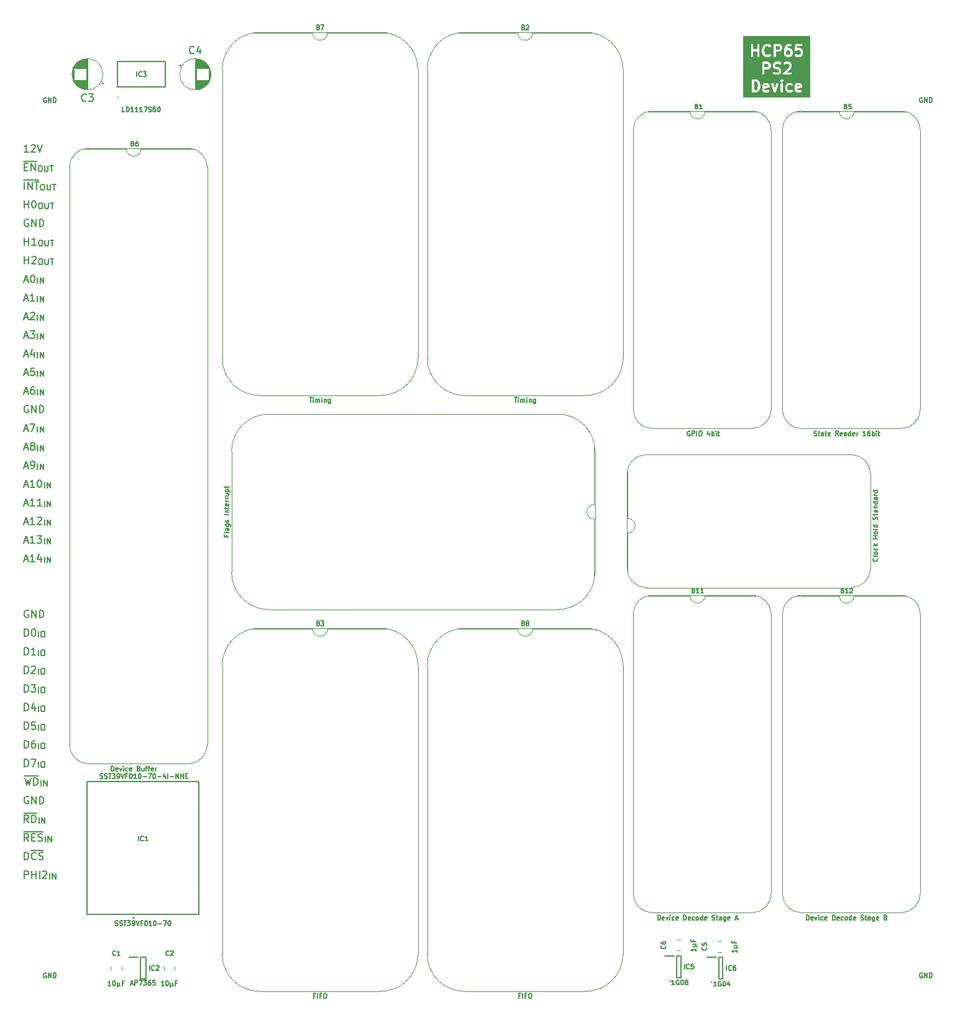
<source format=gbr>
%TF.GenerationSoftware,KiCad,Pcbnew,7.0.5*%
%TF.CreationDate,2023-12-16T11:47:00+02:00*%
%TF.ProjectId,PS2 Board,50533220-426f-4617-9264-2e6b69636164,rev?*%
%TF.SameCoordinates,Original*%
%TF.FileFunction,Legend,Top*%
%TF.FilePolarity,Positive*%
%FSLAX46Y46*%
G04 Gerber Fmt 4.6, Leading zero omitted, Abs format (unit mm)*
G04 Created by KiCad (PCBNEW 7.0.5) date 2023-12-16 11:47:00*
%MOMM*%
%LPD*%
G01*
G04 APERTURE LIST*
%ADD10C,0.200000*%
%ADD11C,0.300000*%
%ADD12C,0.150000*%
%ADD13C,0.100000*%
%ADD14C,0.120000*%
%ADD15C,0.187000*%
G04 APERTURE END LIST*
D10*
X52439673Y-147772219D02*
X52439673Y-146772219D01*
X52439673Y-146772219D02*
X52820625Y-146772219D01*
X52820625Y-146772219D02*
X52915863Y-146819838D01*
X52915863Y-146819838D02*
X52963482Y-146867457D01*
X52963482Y-146867457D02*
X53011101Y-146962695D01*
X53011101Y-146962695D02*
X53011101Y-147105552D01*
X53011101Y-147105552D02*
X52963482Y-147200790D01*
X52963482Y-147200790D02*
X52915863Y-147248409D01*
X52915863Y-147248409D02*
X52820625Y-147296028D01*
X52820625Y-147296028D02*
X52439673Y-147296028D01*
X53439673Y-147772219D02*
X53439673Y-146772219D01*
X53439673Y-147248409D02*
X54011101Y-147248409D01*
X54011101Y-147772219D02*
X54011101Y-146772219D01*
X54487292Y-147772219D02*
X54487292Y-146772219D01*
X54915863Y-146867457D02*
X54963482Y-146819838D01*
X54963482Y-146819838D02*
X55058720Y-146772219D01*
X55058720Y-146772219D02*
X55296815Y-146772219D01*
X55296815Y-146772219D02*
X55392053Y-146819838D01*
X55392053Y-146819838D02*
X55439672Y-146867457D01*
X55439672Y-146867457D02*
X55487291Y-146962695D01*
X55487291Y-146962695D02*
X55487291Y-147057933D01*
X55487291Y-147057933D02*
X55439672Y-147200790D01*
X55439672Y-147200790D02*
X54868244Y-147772219D01*
X54868244Y-147772219D02*
X55487291Y-147772219D01*
X55868244Y-147882695D02*
X55868244Y-147082695D01*
X56249196Y-147882695D02*
X56249196Y-147082695D01*
X56249196Y-147082695D02*
X56706339Y-147882695D01*
X56706339Y-147882695D02*
X56706339Y-147082695D01*
X52392054Y-76366504D02*
X52868244Y-76366504D01*
X52296816Y-76652219D02*
X52630149Y-75652219D01*
X52630149Y-75652219D02*
X52963482Y-76652219D01*
X53725387Y-75985552D02*
X53725387Y-76652219D01*
X53487292Y-75604600D02*
X53249197Y-76318885D01*
X53249197Y-76318885D02*
X53868244Y-76318885D01*
X54201578Y-76762695D02*
X54201578Y-75962695D01*
X54582530Y-76762695D02*
X54582530Y-75962695D01*
X54582530Y-75962695D02*
X55039673Y-76762695D01*
X55039673Y-76762695D02*
X55039673Y-75962695D01*
X52963482Y-111259838D02*
X52868244Y-111212219D01*
X52868244Y-111212219D02*
X52725387Y-111212219D01*
X52725387Y-111212219D02*
X52582530Y-111259838D01*
X52582530Y-111259838D02*
X52487292Y-111355076D01*
X52487292Y-111355076D02*
X52439673Y-111450314D01*
X52439673Y-111450314D02*
X52392054Y-111640790D01*
X52392054Y-111640790D02*
X52392054Y-111783647D01*
X52392054Y-111783647D02*
X52439673Y-111974123D01*
X52439673Y-111974123D02*
X52487292Y-112069361D01*
X52487292Y-112069361D02*
X52582530Y-112164600D01*
X52582530Y-112164600D02*
X52725387Y-112212219D01*
X52725387Y-112212219D02*
X52820625Y-112212219D01*
X52820625Y-112212219D02*
X52963482Y-112164600D01*
X52963482Y-112164600D02*
X53011101Y-112116980D01*
X53011101Y-112116980D02*
X53011101Y-111783647D01*
X53011101Y-111783647D02*
X52820625Y-111783647D01*
X53439673Y-112212219D02*
X53439673Y-111212219D01*
X53439673Y-111212219D02*
X54011101Y-112212219D01*
X54011101Y-112212219D02*
X54011101Y-111212219D01*
X54487292Y-112212219D02*
X54487292Y-111212219D01*
X54487292Y-111212219D02*
X54725387Y-111212219D01*
X54725387Y-111212219D02*
X54868244Y-111259838D01*
X54868244Y-111259838D02*
X54963482Y-111355076D01*
X54963482Y-111355076D02*
X55011101Y-111450314D01*
X55011101Y-111450314D02*
X55058720Y-111640790D01*
X55058720Y-111640790D02*
X55058720Y-111783647D01*
X55058720Y-111783647D02*
X55011101Y-111974123D01*
X55011101Y-111974123D02*
X54963482Y-112069361D01*
X54963482Y-112069361D02*
X54868244Y-112164600D01*
X54868244Y-112164600D02*
X54725387Y-112212219D01*
X54725387Y-112212219D02*
X54487292Y-112212219D01*
X52392054Y-89066504D02*
X52868244Y-89066504D01*
X52296816Y-89352219D02*
X52630149Y-88352219D01*
X52630149Y-88352219D02*
X52963482Y-89352219D01*
X53439673Y-88780790D02*
X53344435Y-88733171D01*
X53344435Y-88733171D02*
X53296816Y-88685552D01*
X53296816Y-88685552D02*
X53249197Y-88590314D01*
X53249197Y-88590314D02*
X53249197Y-88542695D01*
X53249197Y-88542695D02*
X53296816Y-88447457D01*
X53296816Y-88447457D02*
X53344435Y-88399838D01*
X53344435Y-88399838D02*
X53439673Y-88352219D01*
X53439673Y-88352219D02*
X53630149Y-88352219D01*
X53630149Y-88352219D02*
X53725387Y-88399838D01*
X53725387Y-88399838D02*
X53773006Y-88447457D01*
X53773006Y-88447457D02*
X53820625Y-88542695D01*
X53820625Y-88542695D02*
X53820625Y-88590314D01*
X53820625Y-88590314D02*
X53773006Y-88685552D01*
X53773006Y-88685552D02*
X53725387Y-88733171D01*
X53725387Y-88733171D02*
X53630149Y-88780790D01*
X53630149Y-88780790D02*
X53439673Y-88780790D01*
X53439673Y-88780790D02*
X53344435Y-88828409D01*
X53344435Y-88828409D02*
X53296816Y-88876028D01*
X53296816Y-88876028D02*
X53249197Y-88971266D01*
X53249197Y-88971266D02*
X53249197Y-89161742D01*
X53249197Y-89161742D02*
X53296816Y-89256980D01*
X53296816Y-89256980D02*
X53344435Y-89304600D01*
X53344435Y-89304600D02*
X53439673Y-89352219D01*
X53439673Y-89352219D02*
X53630149Y-89352219D01*
X53630149Y-89352219D02*
X53725387Y-89304600D01*
X53725387Y-89304600D02*
X53773006Y-89256980D01*
X53773006Y-89256980D02*
X53820625Y-89161742D01*
X53820625Y-89161742D02*
X53820625Y-88971266D01*
X53820625Y-88971266D02*
X53773006Y-88876028D01*
X53773006Y-88876028D02*
X53725387Y-88828409D01*
X53725387Y-88828409D02*
X53630149Y-88780790D01*
X54201578Y-89462695D02*
X54201578Y-88662695D01*
X54582530Y-89462695D02*
X54582530Y-88662695D01*
X54582530Y-88662695D02*
X55039673Y-89462695D01*
X55039673Y-89462695D02*
X55039673Y-88662695D01*
X52439673Y-56332219D02*
X52439673Y-55332219D01*
X52439673Y-55808409D02*
X53011101Y-55808409D01*
X53011101Y-56332219D02*
X53011101Y-55332219D01*
X53677768Y-55332219D02*
X53773006Y-55332219D01*
X53773006Y-55332219D02*
X53868244Y-55379838D01*
X53868244Y-55379838D02*
X53915863Y-55427457D01*
X53915863Y-55427457D02*
X53963482Y-55522695D01*
X53963482Y-55522695D02*
X54011101Y-55713171D01*
X54011101Y-55713171D02*
X54011101Y-55951266D01*
X54011101Y-55951266D02*
X53963482Y-56141742D01*
X53963482Y-56141742D02*
X53915863Y-56236980D01*
X53915863Y-56236980D02*
X53868244Y-56284600D01*
X53868244Y-56284600D02*
X53773006Y-56332219D01*
X53773006Y-56332219D02*
X53677768Y-56332219D01*
X53677768Y-56332219D02*
X53582530Y-56284600D01*
X53582530Y-56284600D02*
X53534911Y-56236980D01*
X53534911Y-56236980D02*
X53487292Y-56141742D01*
X53487292Y-56141742D02*
X53439673Y-55951266D01*
X53439673Y-55951266D02*
X53439673Y-55713171D01*
X53439673Y-55713171D02*
X53487292Y-55522695D01*
X53487292Y-55522695D02*
X53534911Y-55427457D01*
X53534911Y-55427457D02*
X53582530Y-55379838D01*
X53582530Y-55379838D02*
X53677768Y-55332219D01*
X54544435Y-55642695D02*
X54696816Y-55642695D01*
X54696816Y-55642695D02*
X54773006Y-55680790D01*
X54773006Y-55680790D02*
X54849197Y-55756980D01*
X54849197Y-55756980D02*
X54887292Y-55909361D01*
X54887292Y-55909361D02*
X54887292Y-56176028D01*
X54887292Y-56176028D02*
X54849197Y-56328409D01*
X54849197Y-56328409D02*
X54773006Y-56404600D01*
X54773006Y-56404600D02*
X54696816Y-56442695D01*
X54696816Y-56442695D02*
X54544435Y-56442695D01*
X54544435Y-56442695D02*
X54468244Y-56404600D01*
X54468244Y-56404600D02*
X54392054Y-56328409D01*
X54392054Y-56328409D02*
X54353958Y-56176028D01*
X54353958Y-56176028D02*
X54353958Y-55909361D01*
X54353958Y-55909361D02*
X54392054Y-55756980D01*
X54392054Y-55756980D02*
X54468244Y-55680790D01*
X54468244Y-55680790D02*
X54544435Y-55642695D01*
X55230149Y-55642695D02*
X55230149Y-56290314D01*
X55230149Y-56290314D02*
X55268244Y-56366504D01*
X55268244Y-56366504D02*
X55306339Y-56404600D01*
X55306339Y-56404600D02*
X55382530Y-56442695D01*
X55382530Y-56442695D02*
X55534911Y-56442695D01*
X55534911Y-56442695D02*
X55611101Y-56404600D01*
X55611101Y-56404600D02*
X55649196Y-56366504D01*
X55649196Y-56366504D02*
X55687292Y-56290314D01*
X55687292Y-56290314D02*
X55687292Y-55642695D01*
X55953958Y-55642695D02*
X56411101Y-55642695D01*
X56182529Y-56442695D02*
X56182529Y-55642695D01*
X52392054Y-104306504D02*
X52868244Y-104306504D01*
X52296816Y-104592219D02*
X52630149Y-103592219D01*
X52630149Y-103592219D02*
X52963482Y-104592219D01*
X53820625Y-104592219D02*
X53249197Y-104592219D01*
X53534911Y-104592219D02*
X53534911Y-103592219D01*
X53534911Y-103592219D02*
X53439673Y-103735076D01*
X53439673Y-103735076D02*
X53344435Y-103830314D01*
X53344435Y-103830314D02*
X53249197Y-103877933D01*
X54677768Y-103925552D02*
X54677768Y-104592219D01*
X54439673Y-103544600D02*
X54201578Y-104258885D01*
X54201578Y-104258885D02*
X54820625Y-104258885D01*
X55153959Y-104702695D02*
X55153959Y-103902695D01*
X55534911Y-104702695D02*
X55534911Y-103902695D01*
X55534911Y-103902695D02*
X55992054Y-104702695D01*
X55992054Y-104702695D02*
X55992054Y-103902695D01*
X52392054Y-66206504D02*
X52868244Y-66206504D01*
X52296816Y-66492219D02*
X52630149Y-65492219D01*
X52630149Y-65492219D02*
X52963482Y-66492219D01*
X53487292Y-65492219D02*
X53582530Y-65492219D01*
X53582530Y-65492219D02*
X53677768Y-65539838D01*
X53677768Y-65539838D02*
X53725387Y-65587457D01*
X53725387Y-65587457D02*
X53773006Y-65682695D01*
X53773006Y-65682695D02*
X53820625Y-65873171D01*
X53820625Y-65873171D02*
X53820625Y-66111266D01*
X53820625Y-66111266D02*
X53773006Y-66301742D01*
X53773006Y-66301742D02*
X53725387Y-66396980D01*
X53725387Y-66396980D02*
X53677768Y-66444600D01*
X53677768Y-66444600D02*
X53582530Y-66492219D01*
X53582530Y-66492219D02*
X53487292Y-66492219D01*
X53487292Y-66492219D02*
X53392054Y-66444600D01*
X53392054Y-66444600D02*
X53344435Y-66396980D01*
X53344435Y-66396980D02*
X53296816Y-66301742D01*
X53296816Y-66301742D02*
X53249197Y-66111266D01*
X53249197Y-66111266D02*
X53249197Y-65873171D01*
X53249197Y-65873171D02*
X53296816Y-65682695D01*
X53296816Y-65682695D02*
X53344435Y-65587457D01*
X53344435Y-65587457D02*
X53392054Y-65539838D01*
X53392054Y-65539838D02*
X53487292Y-65492219D01*
X54201578Y-66602695D02*
X54201578Y-65802695D01*
X54582530Y-66602695D02*
X54582530Y-65802695D01*
X54582530Y-65802695D02*
X55039673Y-66602695D01*
X55039673Y-66602695D02*
X55039673Y-65802695D01*
X52392054Y-94146504D02*
X52868244Y-94146504D01*
X52296816Y-94432219D02*
X52630149Y-93432219D01*
X52630149Y-93432219D02*
X52963482Y-94432219D01*
X53820625Y-94432219D02*
X53249197Y-94432219D01*
X53534911Y-94432219D02*
X53534911Y-93432219D01*
X53534911Y-93432219D02*
X53439673Y-93575076D01*
X53439673Y-93575076D02*
X53344435Y-93670314D01*
X53344435Y-93670314D02*
X53249197Y-93717933D01*
X54439673Y-93432219D02*
X54534911Y-93432219D01*
X54534911Y-93432219D02*
X54630149Y-93479838D01*
X54630149Y-93479838D02*
X54677768Y-93527457D01*
X54677768Y-93527457D02*
X54725387Y-93622695D01*
X54725387Y-93622695D02*
X54773006Y-93813171D01*
X54773006Y-93813171D02*
X54773006Y-94051266D01*
X54773006Y-94051266D02*
X54725387Y-94241742D01*
X54725387Y-94241742D02*
X54677768Y-94336980D01*
X54677768Y-94336980D02*
X54630149Y-94384600D01*
X54630149Y-94384600D02*
X54534911Y-94432219D01*
X54534911Y-94432219D02*
X54439673Y-94432219D01*
X54439673Y-94432219D02*
X54344435Y-94384600D01*
X54344435Y-94384600D02*
X54296816Y-94336980D01*
X54296816Y-94336980D02*
X54249197Y-94241742D01*
X54249197Y-94241742D02*
X54201578Y-94051266D01*
X54201578Y-94051266D02*
X54201578Y-93813171D01*
X54201578Y-93813171D02*
X54249197Y-93622695D01*
X54249197Y-93622695D02*
X54296816Y-93527457D01*
X54296816Y-93527457D02*
X54344435Y-93479838D01*
X54344435Y-93479838D02*
X54439673Y-93432219D01*
X55153959Y-94542695D02*
X55153959Y-93742695D01*
X55534911Y-94542695D02*
X55534911Y-93742695D01*
X55534911Y-93742695D02*
X55992054Y-94542695D01*
X55992054Y-94542695D02*
X55992054Y-93742695D01*
X52439673Y-53792219D02*
X52439673Y-52792219D01*
X52915863Y-53792219D02*
X52915863Y-52792219D01*
X52915863Y-52792219D02*
X53487291Y-53792219D01*
X53487291Y-53792219D02*
X53487291Y-52792219D01*
X53820625Y-52792219D02*
X54392053Y-52792219D01*
X54106339Y-53792219D02*
X54106339Y-52792219D01*
X52301578Y-52514600D02*
X54387292Y-52514600D01*
X54830149Y-53102695D02*
X54982530Y-53102695D01*
X54982530Y-53102695D02*
X55058720Y-53140790D01*
X55058720Y-53140790D02*
X55134911Y-53216980D01*
X55134911Y-53216980D02*
X55173006Y-53369361D01*
X55173006Y-53369361D02*
X55173006Y-53636028D01*
X55173006Y-53636028D02*
X55134911Y-53788409D01*
X55134911Y-53788409D02*
X55058720Y-53864600D01*
X55058720Y-53864600D02*
X54982530Y-53902695D01*
X54982530Y-53902695D02*
X54830149Y-53902695D01*
X54830149Y-53902695D02*
X54753958Y-53864600D01*
X54753958Y-53864600D02*
X54677768Y-53788409D01*
X54677768Y-53788409D02*
X54639672Y-53636028D01*
X54639672Y-53636028D02*
X54639672Y-53369361D01*
X54639672Y-53369361D02*
X54677768Y-53216980D01*
X54677768Y-53216980D02*
X54753958Y-53140790D01*
X54753958Y-53140790D02*
X54830149Y-53102695D01*
X55515863Y-53102695D02*
X55515863Y-53750314D01*
X55515863Y-53750314D02*
X55553958Y-53826504D01*
X55553958Y-53826504D02*
X55592053Y-53864600D01*
X55592053Y-53864600D02*
X55668244Y-53902695D01*
X55668244Y-53902695D02*
X55820625Y-53902695D01*
X55820625Y-53902695D02*
X55896815Y-53864600D01*
X55896815Y-53864600D02*
X55934910Y-53826504D01*
X55934910Y-53826504D02*
X55973006Y-53750314D01*
X55973006Y-53750314D02*
X55973006Y-53102695D01*
X56239672Y-53102695D02*
X56696815Y-53102695D01*
X56468243Y-53902695D02*
X56468243Y-53102695D01*
X52439673Y-61412219D02*
X52439673Y-60412219D01*
X52439673Y-60888409D02*
X53011101Y-60888409D01*
X53011101Y-61412219D02*
X53011101Y-60412219D01*
X54011101Y-61412219D02*
X53439673Y-61412219D01*
X53725387Y-61412219D02*
X53725387Y-60412219D01*
X53725387Y-60412219D02*
X53630149Y-60555076D01*
X53630149Y-60555076D02*
X53534911Y-60650314D01*
X53534911Y-60650314D02*
X53439673Y-60697933D01*
X54544435Y-60722695D02*
X54696816Y-60722695D01*
X54696816Y-60722695D02*
X54773006Y-60760790D01*
X54773006Y-60760790D02*
X54849197Y-60836980D01*
X54849197Y-60836980D02*
X54887292Y-60989361D01*
X54887292Y-60989361D02*
X54887292Y-61256028D01*
X54887292Y-61256028D02*
X54849197Y-61408409D01*
X54849197Y-61408409D02*
X54773006Y-61484600D01*
X54773006Y-61484600D02*
X54696816Y-61522695D01*
X54696816Y-61522695D02*
X54544435Y-61522695D01*
X54544435Y-61522695D02*
X54468244Y-61484600D01*
X54468244Y-61484600D02*
X54392054Y-61408409D01*
X54392054Y-61408409D02*
X54353958Y-61256028D01*
X54353958Y-61256028D02*
X54353958Y-60989361D01*
X54353958Y-60989361D02*
X54392054Y-60836980D01*
X54392054Y-60836980D02*
X54468244Y-60760790D01*
X54468244Y-60760790D02*
X54544435Y-60722695D01*
X55230149Y-60722695D02*
X55230149Y-61370314D01*
X55230149Y-61370314D02*
X55268244Y-61446504D01*
X55268244Y-61446504D02*
X55306339Y-61484600D01*
X55306339Y-61484600D02*
X55382530Y-61522695D01*
X55382530Y-61522695D02*
X55534911Y-61522695D01*
X55534911Y-61522695D02*
X55611101Y-61484600D01*
X55611101Y-61484600D02*
X55649196Y-61446504D01*
X55649196Y-61446504D02*
X55687292Y-61370314D01*
X55687292Y-61370314D02*
X55687292Y-60722695D01*
X55953958Y-60722695D02*
X56411101Y-60722695D01*
X56182529Y-61522695D02*
X56182529Y-60722695D01*
X52439673Y-145232219D02*
X52439673Y-144232219D01*
X52439673Y-144232219D02*
X52677768Y-144232219D01*
X52677768Y-144232219D02*
X52820625Y-144279838D01*
X52820625Y-144279838D02*
X52915863Y-144375076D01*
X52915863Y-144375076D02*
X52963482Y-144470314D01*
X52963482Y-144470314D02*
X53011101Y-144660790D01*
X53011101Y-144660790D02*
X53011101Y-144803647D01*
X53011101Y-144803647D02*
X52963482Y-144994123D01*
X52963482Y-144994123D02*
X52915863Y-145089361D01*
X52915863Y-145089361D02*
X52820625Y-145184600D01*
X52820625Y-145184600D02*
X52677768Y-145232219D01*
X52677768Y-145232219D02*
X52439673Y-145232219D01*
X54011101Y-145136980D02*
X53963482Y-145184600D01*
X53963482Y-145184600D02*
X53820625Y-145232219D01*
X53820625Y-145232219D02*
X53725387Y-145232219D01*
X53725387Y-145232219D02*
X53582530Y-145184600D01*
X53582530Y-145184600D02*
X53487292Y-145089361D01*
X53487292Y-145089361D02*
X53439673Y-144994123D01*
X53439673Y-144994123D02*
X53392054Y-144803647D01*
X53392054Y-144803647D02*
X53392054Y-144660790D01*
X53392054Y-144660790D02*
X53439673Y-144470314D01*
X53439673Y-144470314D02*
X53487292Y-144375076D01*
X53487292Y-144375076D02*
X53582530Y-144279838D01*
X53582530Y-144279838D02*
X53725387Y-144232219D01*
X53725387Y-144232219D02*
X53820625Y-144232219D01*
X53820625Y-144232219D02*
X53963482Y-144279838D01*
X53963482Y-144279838D02*
X54011101Y-144327457D01*
X54392054Y-145184600D02*
X54534911Y-145232219D01*
X54534911Y-145232219D02*
X54773006Y-145232219D01*
X54773006Y-145232219D02*
X54868244Y-145184600D01*
X54868244Y-145184600D02*
X54915863Y-145136980D01*
X54915863Y-145136980D02*
X54963482Y-145041742D01*
X54963482Y-145041742D02*
X54963482Y-144946504D01*
X54963482Y-144946504D02*
X54915863Y-144851266D01*
X54915863Y-144851266D02*
X54868244Y-144803647D01*
X54868244Y-144803647D02*
X54773006Y-144756028D01*
X54773006Y-144756028D02*
X54582530Y-144708409D01*
X54582530Y-144708409D02*
X54487292Y-144660790D01*
X54487292Y-144660790D02*
X54439673Y-144613171D01*
X54439673Y-144613171D02*
X54392054Y-144517933D01*
X54392054Y-144517933D02*
X54392054Y-144422695D01*
X54392054Y-144422695D02*
X54439673Y-144327457D01*
X54439673Y-144327457D02*
X54487292Y-144279838D01*
X54487292Y-144279838D02*
X54582530Y-144232219D01*
X54582530Y-144232219D02*
X54820625Y-144232219D01*
X54820625Y-144232219D02*
X54963482Y-144279838D01*
X53301578Y-143954600D02*
X55053959Y-143954600D01*
X52392054Y-99226504D02*
X52868244Y-99226504D01*
X52296816Y-99512219D02*
X52630149Y-98512219D01*
X52630149Y-98512219D02*
X52963482Y-99512219D01*
X53820625Y-99512219D02*
X53249197Y-99512219D01*
X53534911Y-99512219D02*
X53534911Y-98512219D01*
X53534911Y-98512219D02*
X53439673Y-98655076D01*
X53439673Y-98655076D02*
X53344435Y-98750314D01*
X53344435Y-98750314D02*
X53249197Y-98797933D01*
X54201578Y-98607457D02*
X54249197Y-98559838D01*
X54249197Y-98559838D02*
X54344435Y-98512219D01*
X54344435Y-98512219D02*
X54582530Y-98512219D01*
X54582530Y-98512219D02*
X54677768Y-98559838D01*
X54677768Y-98559838D02*
X54725387Y-98607457D01*
X54725387Y-98607457D02*
X54773006Y-98702695D01*
X54773006Y-98702695D02*
X54773006Y-98797933D01*
X54773006Y-98797933D02*
X54725387Y-98940790D01*
X54725387Y-98940790D02*
X54153959Y-99512219D01*
X54153959Y-99512219D02*
X54773006Y-99512219D01*
X55153959Y-99622695D02*
X55153959Y-98822695D01*
X55534911Y-99622695D02*
X55534911Y-98822695D01*
X55534911Y-98822695D02*
X55992054Y-99622695D01*
X55992054Y-99622695D02*
X55992054Y-98822695D01*
X52392054Y-81446504D02*
X52868244Y-81446504D01*
X52296816Y-81732219D02*
X52630149Y-80732219D01*
X52630149Y-80732219D02*
X52963482Y-81732219D01*
X53725387Y-80732219D02*
X53534911Y-80732219D01*
X53534911Y-80732219D02*
X53439673Y-80779838D01*
X53439673Y-80779838D02*
X53392054Y-80827457D01*
X53392054Y-80827457D02*
X53296816Y-80970314D01*
X53296816Y-80970314D02*
X53249197Y-81160790D01*
X53249197Y-81160790D02*
X53249197Y-81541742D01*
X53249197Y-81541742D02*
X53296816Y-81636980D01*
X53296816Y-81636980D02*
X53344435Y-81684600D01*
X53344435Y-81684600D02*
X53439673Y-81732219D01*
X53439673Y-81732219D02*
X53630149Y-81732219D01*
X53630149Y-81732219D02*
X53725387Y-81684600D01*
X53725387Y-81684600D02*
X53773006Y-81636980D01*
X53773006Y-81636980D02*
X53820625Y-81541742D01*
X53820625Y-81541742D02*
X53820625Y-81303647D01*
X53820625Y-81303647D02*
X53773006Y-81208409D01*
X53773006Y-81208409D02*
X53725387Y-81160790D01*
X53725387Y-81160790D02*
X53630149Y-81113171D01*
X53630149Y-81113171D02*
X53439673Y-81113171D01*
X53439673Y-81113171D02*
X53344435Y-81160790D01*
X53344435Y-81160790D02*
X53296816Y-81208409D01*
X53296816Y-81208409D02*
X53249197Y-81303647D01*
X54201578Y-81842695D02*
X54201578Y-81042695D01*
X54582530Y-81842695D02*
X54582530Y-81042695D01*
X54582530Y-81042695D02*
X55039673Y-81842695D01*
X55039673Y-81842695D02*
X55039673Y-81042695D01*
X52963482Y-48712219D02*
X52392054Y-48712219D01*
X52677768Y-48712219D02*
X52677768Y-47712219D01*
X52677768Y-47712219D02*
X52582530Y-47855076D01*
X52582530Y-47855076D02*
X52487292Y-47950314D01*
X52487292Y-47950314D02*
X52392054Y-47997933D01*
X53344435Y-47807457D02*
X53392054Y-47759838D01*
X53392054Y-47759838D02*
X53487292Y-47712219D01*
X53487292Y-47712219D02*
X53725387Y-47712219D01*
X53725387Y-47712219D02*
X53820625Y-47759838D01*
X53820625Y-47759838D02*
X53868244Y-47807457D01*
X53868244Y-47807457D02*
X53915863Y-47902695D01*
X53915863Y-47902695D02*
X53915863Y-47997933D01*
X53915863Y-47997933D02*
X53868244Y-48140790D01*
X53868244Y-48140790D02*
X53296816Y-48712219D01*
X53296816Y-48712219D02*
X53915863Y-48712219D01*
X54201578Y-47712219D02*
X54534911Y-48712219D01*
X54534911Y-48712219D02*
X54868244Y-47712219D01*
X52439673Y-122372219D02*
X52439673Y-121372219D01*
X52439673Y-121372219D02*
X52677768Y-121372219D01*
X52677768Y-121372219D02*
X52820625Y-121419838D01*
X52820625Y-121419838D02*
X52915863Y-121515076D01*
X52915863Y-121515076D02*
X52963482Y-121610314D01*
X52963482Y-121610314D02*
X53011101Y-121800790D01*
X53011101Y-121800790D02*
X53011101Y-121943647D01*
X53011101Y-121943647D02*
X52963482Y-122134123D01*
X52963482Y-122134123D02*
X52915863Y-122229361D01*
X52915863Y-122229361D02*
X52820625Y-122324600D01*
X52820625Y-122324600D02*
X52677768Y-122372219D01*
X52677768Y-122372219D02*
X52439673Y-122372219D01*
X53344435Y-121372219D02*
X53963482Y-121372219D01*
X53963482Y-121372219D02*
X53630149Y-121753171D01*
X53630149Y-121753171D02*
X53773006Y-121753171D01*
X53773006Y-121753171D02*
X53868244Y-121800790D01*
X53868244Y-121800790D02*
X53915863Y-121848409D01*
X53915863Y-121848409D02*
X53963482Y-121943647D01*
X53963482Y-121943647D02*
X53963482Y-122181742D01*
X53963482Y-122181742D02*
X53915863Y-122276980D01*
X53915863Y-122276980D02*
X53868244Y-122324600D01*
X53868244Y-122324600D02*
X53773006Y-122372219D01*
X53773006Y-122372219D02*
X53487292Y-122372219D01*
X53487292Y-122372219D02*
X53392054Y-122324600D01*
X53392054Y-122324600D02*
X53344435Y-122276980D01*
X54344435Y-122482695D02*
X54344435Y-121682695D01*
X54877768Y-121682695D02*
X55030149Y-121682695D01*
X55030149Y-121682695D02*
X55106339Y-121720790D01*
X55106339Y-121720790D02*
X55182530Y-121796980D01*
X55182530Y-121796980D02*
X55220625Y-121949361D01*
X55220625Y-121949361D02*
X55220625Y-122216028D01*
X55220625Y-122216028D02*
X55182530Y-122368409D01*
X55182530Y-122368409D02*
X55106339Y-122444600D01*
X55106339Y-122444600D02*
X55030149Y-122482695D01*
X55030149Y-122482695D02*
X54877768Y-122482695D01*
X54877768Y-122482695D02*
X54801577Y-122444600D01*
X54801577Y-122444600D02*
X54725387Y-122368409D01*
X54725387Y-122368409D02*
X54687291Y-122216028D01*
X54687291Y-122216028D02*
X54687291Y-121949361D01*
X54687291Y-121949361D02*
X54725387Y-121796980D01*
X54725387Y-121796980D02*
X54801577Y-121720790D01*
X54801577Y-121720790D02*
X54877768Y-121682695D01*
X52439673Y-63952219D02*
X52439673Y-62952219D01*
X52439673Y-63428409D02*
X53011101Y-63428409D01*
X53011101Y-63952219D02*
X53011101Y-62952219D01*
X53439673Y-63047457D02*
X53487292Y-62999838D01*
X53487292Y-62999838D02*
X53582530Y-62952219D01*
X53582530Y-62952219D02*
X53820625Y-62952219D01*
X53820625Y-62952219D02*
X53915863Y-62999838D01*
X53915863Y-62999838D02*
X53963482Y-63047457D01*
X53963482Y-63047457D02*
X54011101Y-63142695D01*
X54011101Y-63142695D02*
X54011101Y-63237933D01*
X54011101Y-63237933D02*
X53963482Y-63380790D01*
X53963482Y-63380790D02*
X53392054Y-63952219D01*
X53392054Y-63952219D02*
X54011101Y-63952219D01*
X54544435Y-63262695D02*
X54696816Y-63262695D01*
X54696816Y-63262695D02*
X54773006Y-63300790D01*
X54773006Y-63300790D02*
X54849197Y-63376980D01*
X54849197Y-63376980D02*
X54887292Y-63529361D01*
X54887292Y-63529361D02*
X54887292Y-63796028D01*
X54887292Y-63796028D02*
X54849197Y-63948409D01*
X54849197Y-63948409D02*
X54773006Y-64024600D01*
X54773006Y-64024600D02*
X54696816Y-64062695D01*
X54696816Y-64062695D02*
X54544435Y-64062695D01*
X54544435Y-64062695D02*
X54468244Y-64024600D01*
X54468244Y-64024600D02*
X54392054Y-63948409D01*
X54392054Y-63948409D02*
X54353958Y-63796028D01*
X54353958Y-63796028D02*
X54353958Y-63529361D01*
X54353958Y-63529361D02*
X54392054Y-63376980D01*
X54392054Y-63376980D02*
X54468244Y-63300790D01*
X54468244Y-63300790D02*
X54544435Y-63262695D01*
X55230149Y-63262695D02*
X55230149Y-63910314D01*
X55230149Y-63910314D02*
X55268244Y-63986504D01*
X55268244Y-63986504D02*
X55306339Y-64024600D01*
X55306339Y-64024600D02*
X55382530Y-64062695D01*
X55382530Y-64062695D02*
X55534911Y-64062695D01*
X55534911Y-64062695D02*
X55611101Y-64024600D01*
X55611101Y-64024600D02*
X55649196Y-63986504D01*
X55649196Y-63986504D02*
X55687292Y-63910314D01*
X55687292Y-63910314D02*
X55687292Y-63262695D01*
X55953958Y-63262695D02*
X56411101Y-63262695D01*
X56182529Y-64062695D02*
X56182529Y-63262695D01*
X53011101Y-142692219D02*
X52677768Y-142216028D01*
X52439673Y-142692219D02*
X52439673Y-141692219D01*
X52439673Y-141692219D02*
X52820625Y-141692219D01*
X52820625Y-141692219D02*
X52915863Y-141739838D01*
X52915863Y-141739838D02*
X52963482Y-141787457D01*
X52963482Y-141787457D02*
X53011101Y-141882695D01*
X53011101Y-141882695D02*
X53011101Y-142025552D01*
X53011101Y-142025552D02*
X52963482Y-142120790D01*
X52963482Y-142120790D02*
X52915863Y-142168409D01*
X52915863Y-142168409D02*
X52820625Y-142216028D01*
X52820625Y-142216028D02*
X52439673Y-142216028D01*
X53439673Y-142168409D02*
X53773006Y-142168409D01*
X53915863Y-142692219D02*
X53439673Y-142692219D01*
X53439673Y-142692219D02*
X53439673Y-141692219D01*
X53439673Y-141692219D02*
X53915863Y-141692219D01*
X54296816Y-142644600D02*
X54439673Y-142692219D01*
X54439673Y-142692219D02*
X54677768Y-142692219D01*
X54677768Y-142692219D02*
X54773006Y-142644600D01*
X54773006Y-142644600D02*
X54820625Y-142596980D01*
X54820625Y-142596980D02*
X54868244Y-142501742D01*
X54868244Y-142501742D02*
X54868244Y-142406504D01*
X54868244Y-142406504D02*
X54820625Y-142311266D01*
X54820625Y-142311266D02*
X54773006Y-142263647D01*
X54773006Y-142263647D02*
X54677768Y-142216028D01*
X54677768Y-142216028D02*
X54487292Y-142168409D01*
X54487292Y-142168409D02*
X54392054Y-142120790D01*
X54392054Y-142120790D02*
X54344435Y-142073171D01*
X54344435Y-142073171D02*
X54296816Y-141977933D01*
X54296816Y-141977933D02*
X54296816Y-141882695D01*
X54296816Y-141882695D02*
X54344435Y-141787457D01*
X54344435Y-141787457D02*
X54392054Y-141739838D01*
X54392054Y-141739838D02*
X54487292Y-141692219D01*
X54487292Y-141692219D02*
X54725387Y-141692219D01*
X54725387Y-141692219D02*
X54868244Y-141739838D01*
X52301578Y-141414600D02*
X54958721Y-141414600D01*
X55249197Y-142802695D02*
X55249197Y-142002695D01*
X55630149Y-142802695D02*
X55630149Y-142002695D01*
X55630149Y-142002695D02*
X56087292Y-142802695D01*
X56087292Y-142802695D02*
X56087292Y-142002695D01*
X52439673Y-114752219D02*
X52439673Y-113752219D01*
X52439673Y-113752219D02*
X52677768Y-113752219D01*
X52677768Y-113752219D02*
X52820625Y-113799838D01*
X52820625Y-113799838D02*
X52915863Y-113895076D01*
X52915863Y-113895076D02*
X52963482Y-113990314D01*
X52963482Y-113990314D02*
X53011101Y-114180790D01*
X53011101Y-114180790D02*
X53011101Y-114323647D01*
X53011101Y-114323647D02*
X52963482Y-114514123D01*
X52963482Y-114514123D02*
X52915863Y-114609361D01*
X52915863Y-114609361D02*
X52820625Y-114704600D01*
X52820625Y-114704600D02*
X52677768Y-114752219D01*
X52677768Y-114752219D02*
X52439673Y-114752219D01*
X53630149Y-113752219D02*
X53725387Y-113752219D01*
X53725387Y-113752219D02*
X53820625Y-113799838D01*
X53820625Y-113799838D02*
X53868244Y-113847457D01*
X53868244Y-113847457D02*
X53915863Y-113942695D01*
X53915863Y-113942695D02*
X53963482Y-114133171D01*
X53963482Y-114133171D02*
X53963482Y-114371266D01*
X53963482Y-114371266D02*
X53915863Y-114561742D01*
X53915863Y-114561742D02*
X53868244Y-114656980D01*
X53868244Y-114656980D02*
X53820625Y-114704600D01*
X53820625Y-114704600D02*
X53725387Y-114752219D01*
X53725387Y-114752219D02*
X53630149Y-114752219D01*
X53630149Y-114752219D02*
X53534911Y-114704600D01*
X53534911Y-114704600D02*
X53487292Y-114656980D01*
X53487292Y-114656980D02*
X53439673Y-114561742D01*
X53439673Y-114561742D02*
X53392054Y-114371266D01*
X53392054Y-114371266D02*
X53392054Y-114133171D01*
X53392054Y-114133171D02*
X53439673Y-113942695D01*
X53439673Y-113942695D02*
X53487292Y-113847457D01*
X53487292Y-113847457D02*
X53534911Y-113799838D01*
X53534911Y-113799838D02*
X53630149Y-113752219D01*
X54344435Y-114862695D02*
X54344435Y-114062695D01*
X54877768Y-114062695D02*
X55030149Y-114062695D01*
X55030149Y-114062695D02*
X55106339Y-114100790D01*
X55106339Y-114100790D02*
X55182530Y-114176980D01*
X55182530Y-114176980D02*
X55220625Y-114329361D01*
X55220625Y-114329361D02*
X55220625Y-114596028D01*
X55220625Y-114596028D02*
X55182530Y-114748409D01*
X55182530Y-114748409D02*
X55106339Y-114824600D01*
X55106339Y-114824600D02*
X55030149Y-114862695D01*
X55030149Y-114862695D02*
X54877768Y-114862695D01*
X54877768Y-114862695D02*
X54801577Y-114824600D01*
X54801577Y-114824600D02*
X54725387Y-114748409D01*
X54725387Y-114748409D02*
X54687291Y-114596028D01*
X54687291Y-114596028D02*
X54687291Y-114329361D01*
X54687291Y-114329361D02*
X54725387Y-114176980D01*
X54725387Y-114176980D02*
X54801577Y-114100790D01*
X54801577Y-114100790D02*
X54877768Y-114062695D01*
X52439673Y-117292219D02*
X52439673Y-116292219D01*
X52439673Y-116292219D02*
X52677768Y-116292219D01*
X52677768Y-116292219D02*
X52820625Y-116339838D01*
X52820625Y-116339838D02*
X52915863Y-116435076D01*
X52915863Y-116435076D02*
X52963482Y-116530314D01*
X52963482Y-116530314D02*
X53011101Y-116720790D01*
X53011101Y-116720790D02*
X53011101Y-116863647D01*
X53011101Y-116863647D02*
X52963482Y-117054123D01*
X52963482Y-117054123D02*
X52915863Y-117149361D01*
X52915863Y-117149361D02*
X52820625Y-117244600D01*
X52820625Y-117244600D02*
X52677768Y-117292219D01*
X52677768Y-117292219D02*
X52439673Y-117292219D01*
X53963482Y-117292219D02*
X53392054Y-117292219D01*
X53677768Y-117292219D02*
X53677768Y-116292219D01*
X53677768Y-116292219D02*
X53582530Y-116435076D01*
X53582530Y-116435076D02*
X53487292Y-116530314D01*
X53487292Y-116530314D02*
X53392054Y-116577933D01*
X54344435Y-117402695D02*
X54344435Y-116602695D01*
X54877768Y-116602695D02*
X55030149Y-116602695D01*
X55030149Y-116602695D02*
X55106339Y-116640790D01*
X55106339Y-116640790D02*
X55182530Y-116716980D01*
X55182530Y-116716980D02*
X55220625Y-116869361D01*
X55220625Y-116869361D02*
X55220625Y-117136028D01*
X55220625Y-117136028D02*
X55182530Y-117288409D01*
X55182530Y-117288409D02*
X55106339Y-117364600D01*
X55106339Y-117364600D02*
X55030149Y-117402695D01*
X55030149Y-117402695D02*
X54877768Y-117402695D01*
X54877768Y-117402695D02*
X54801577Y-117364600D01*
X54801577Y-117364600D02*
X54725387Y-117288409D01*
X54725387Y-117288409D02*
X54687291Y-117136028D01*
X54687291Y-117136028D02*
X54687291Y-116869361D01*
X54687291Y-116869361D02*
X54725387Y-116716980D01*
X54725387Y-116716980D02*
X54801577Y-116640790D01*
X54801577Y-116640790D02*
X54877768Y-116602695D01*
X52439673Y-124912219D02*
X52439673Y-123912219D01*
X52439673Y-123912219D02*
X52677768Y-123912219D01*
X52677768Y-123912219D02*
X52820625Y-123959838D01*
X52820625Y-123959838D02*
X52915863Y-124055076D01*
X52915863Y-124055076D02*
X52963482Y-124150314D01*
X52963482Y-124150314D02*
X53011101Y-124340790D01*
X53011101Y-124340790D02*
X53011101Y-124483647D01*
X53011101Y-124483647D02*
X52963482Y-124674123D01*
X52963482Y-124674123D02*
X52915863Y-124769361D01*
X52915863Y-124769361D02*
X52820625Y-124864600D01*
X52820625Y-124864600D02*
X52677768Y-124912219D01*
X52677768Y-124912219D02*
X52439673Y-124912219D01*
X53868244Y-124245552D02*
X53868244Y-124912219D01*
X53630149Y-123864600D02*
X53392054Y-124578885D01*
X53392054Y-124578885D02*
X54011101Y-124578885D01*
X54344435Y-125022695D02*
X54344435Y-124222695D01*
X54877768Y-124222695D02*
X55030149Y-124222695D01*
X55030149Y-124222695D02*
X55106339Y-124260790D01*
X55106339Y-124260790D02*
X55182530Y-124336980D01*
X55182530Y-124336980D02*
X55220625Y-124489361D01*
X55220625Y-124489361D02*
X55220625Y-124756028D01*
X55220625Y-124756028D02*
X55182530Y-124908409D01*
X55182530Y-124908409D02*
X55106339Y-124984600D01*
X55106339Y-124984600D02*
X55030149Y-125022695D01*
X55030149Y-125022695D02*
X54877768Y-125022695D01*
X54877768Y-125022695D02*
X54801577Y-124984600D01*
X54801577Y-124984600D02*
X54725387Y-124908409D01*
X54725387Y-124908409D02*
X54687291Y-124756028D01*
X54687291Y-124756028D02*
X54687291Y-124489361D01*
X54687291Y-124489361D02*
X54725387Y-124336980D01*
X54725387Y-124336980D02*
X54801577Y-124260790D01*
X54801577Y-124260790D02*
X54877768Y-124222695D01*
X52392054Y-71286504D02*
X52868244Y-71286504D01*
X52296816Y-71572219D02*
X52630149Y-70572219D01*
X52630149Y-70572219D02*
X52963482Y-71572219D01*
X53249197Y-70667457D02*
X53296816Y-70619838D01*
X53296816Y-70619838D02*
X53392054Y-70572219D01*
X53392054Y-70572219D02*
X53630149Y-70572219D01*
X53630149Y-70572219D02*
X53725387Y-70619838D01*
X53725387Y-70619838D02*
X53773006Y-70667457D01*
X53773006Y-70667457D02*
X53820625Y-70762695D01*
X53820625Y-70762695D02*
X53820625Y-70857933D01*
X53820625Y-70857933D02*
X53773006Y-71000790D01*
X53773006Y-71000790D02*
X53201578Y-71572219D01*
X53201578Y-71572219D02*
X53820625Y-71572219D01*
X54201578Y-71682695D02*
X54201578Y-70882695D01*
X54582530Y-71682695D02*
X54582530Y-70882695D01*
X54582530Y-70882695D02*
X55039673Y-71682695D01*
X55039673Y-71682695D02*
X55039673Y-70882695D01*
X53011101Y-140152219D02*
X52677768Y-139676028D01*
X52439673Y-140152219D02*
X52439673Y-139152219D01*
X52439673Y-139152219D02*
X52820625Y-139152219D01*
X52820625Y-139152219D02*
X52915863Y-139199838D01*
X52915863Y-139199838D02*
X52963482Y-139247457D01*
X52963482Y-139247457D02*
X53011101Y-139342695D01*
X53011101Y-139342695D02*
X53011101Y-139485552D01*
X53011101Y-139485552D02*
X52963482Y-139580790D01*
X52963482Y-139580790D02*
X52915863Y-139628409D01*
X52915863Y-139628409D02*
X52820625Y-139676028D01*
X52820625Y-139676028D02*
X52439673Y-139676028D01*
X53439673Y-140152219D02*
X53439673Y-139152219D01*
X53439673Y-139152219D02*
X53677768Y-139152219D01*
X53677768Y-139152219D02*
X53820625Y-139199838D01*
X53820625Y-139199838D02*
X53915863Y-139295076D01*
X53915863Y-139295076D02*
X53963482Y-139390314D01*
X53963482Y-139390314D02*
X54011101Y-139580790D01*
X54011101Y-139580790D02*
X54011101Y-139723647D01*
X54011101Y-139723647D02*
X53963482Y-139914123D01*
X53963482Y-139914123D02*
X53915863Y-140009361D01*
X53915863Y-140009361D02*
X53820625Y-140104600D01*
X53820625Y-140104600D02*
X53677768Y-140152219D01*
X53677768Y-140152219D02*
X53439673Y-140152219D01*
X52301578Y-138874600D02*
X54101578Y-138874600D01*
X54392054Y-140262695D02*
X54392054Y-139462695D01*
X54773006Y-140262695D02*
X54773006Y-139462695D01*
X54773006Y-139462695D02*
X55230149Y-140262695D01*
X55230149Y-140262695D02*
X55230149Y-139462695D01*
D11*
G36*
X152180402Y-39143362D02*
G01*
X152281008Y-39243968D01*
X152334186Y-39350322D01*
X152397143Y-39602149D01*
X152397143Y-39779506D01*
X152334187Y-40031329D01*
X152281009Y-40137686D01*
X152180400Y-40238295D01*
X152022802Y-40290828D01*
X151840000Y-40290828D01*
X151840000Y-39090828D01*
X152022802Y-39090828D01*
X152180402Y-39143362D01*
G37*
G36*
X153649626Y-39624060D02*
G01*
X153675801Y-39676411D01*
X153268572Y-39757857D01*
X153268572Y-39690523D01*
X153301803Y-39624060D01*
X153368269Y-39590828D01*
X153583161Y-39590828D01*
X153649626Y-39624060D01*
G37*
G36*
X158078197Y-39624060D02*
G01*
X158104372Y-39676411D01*
X157697143Y-39757857D01*
X157697143Y-39690523D01*
X157730374Y-39624060D01*
X157796840Y-39590828D01*
X158011732Y-39590828D01*
X158078197Y-39624060D01*
G37*
G36*
X153744004Y-36720535D02*
G01*
X153781007Y-36757538D01*
X153825714Y-36846952D01*
X153825714Y-36990417D01*
X153781007Y-37079832D01*
X153744002Y-37116836D01*
X153654590Y-37161542D01*
X153268571Y-37161542D01*
X153268571Y-36675828D01*
X153654589Y-36675828D01*
X153744004Y-36720535D01*
G37*
G36*
X156708291Y-34876963D02*
G01*
X156745294Y-34913967D01*
X156790001Y-35003380D01*
X156790001Y-35289704D01*
X156745294Y-35379116D01*
X156708289Y-35416122D01*
X156618877Y-35460828D01*
X156403982Y-35460828D01*
X156314568Y-35416120D01*
X156277563Y-35379116D01*
X156232858Y-35289703D01*
X156232858Y-35003380D01*
X156277564Y-34913967D01*
X156314569Y-34876962D01*
X156403982Y-34832257D01*
X156618875Y-34832257D01*
X156708291Y-34876963D01*
G37*
G36*
X155279719Y-34305535D02*
G01*
X155316722Y-34342538D01*
X155361429Y-34431952D01*
X155361429Y-34575418D01*
X155316722Y-34664832D01*
X155279717Y-34701836D01*
X155190305Y-34746542D01*
X154804286Y-34746542D01*
X154804286Y-34260828D01*
X155190304Y-34260828D01*
X155279719Y-34305535D01*
G37*
G36*
X159543572Y-41304286D02*
G01*
X150336429Y-41304286D01*
X150336429Y-40463077D01*
X151535258Y-40463077D01*
X151549098Y-40493383D01*
X151558484Y-40525348D01*
X151567109Y-40532822D01*
X151571851Y-40543204D01*
X151599878Y-40561216D01*
X151625057Y-40583033D01*
X151636354Y-40584657D01*
X151645956Y-40590828D01*
X151679269Y-40590828D01*
X151712249Y-40595570D01*
X151722632Y-40590828D01*
X152028338Y-40590828D01*
X152052793Y-40597058D01*
X152091981Y-40583995D01*
X152131663Y-40572344D01*
X152133582Y-40570128D01*
X152301196Y-40514257D01*
X152336352Y-40506610D01*
X152358028Y-40484933D01*
X152383200Y-40467440D01*
X152388617Y-40454343D01*
X152497052Y-40345907D01*
X152518753Y-40333019D01*
X152537234Y-40296056D01*
X152557047Y-40259773D01*
X152556837Y-40256849D01*
X152597930Y-40174663D01*
X152610554Y-40162794D01*
X152617242Y-40136040D01*
X152619524Y-40131477D01*
X152622455Y-40115186D01*
X152686676Y-39858301D01*
X152697143Y-39842015D01*
X152697143Y-39816435D01*
X152697895Y-39813427D01*
X152697143Y-39794921D01*
X152697143Y-39671896D01*
X152963142Y-39671896D01*
X152968572Y-39684988D01*
X152968572Y-39901197D01*
X152966392Y-39905035D01*
X152968572Y-39944932D01*
X152968572Y-40218469D01*
X152964711Y-40254229D01*
X152978418Y-40281644D01*
X152987056Y-40311062D01*
X152997767Y-40320343D01*
X153038746Y-40402302D01*
X153038541Y-40408131D01*
X153058262Y-40441335D01*
X153065481Y-40455773D01*
X153069233Y-40459807D01*
X153083524Y-40483868D01*
X153098647Y-40491429D01*
X153110166Y-40503813D01*
X153137283Y-40510747D01*
X153258554Y-40571381D01*
X153288814Y-40590828D01*
X153319466Y-40590828D01*
X153349640Y-40596258D01*
X153362732Y-40590828D01*
X153610496Y-40590828D01*
X153646259Y-40594689D01*
X153673673Y-40580981D01*
X153703092Y-40572344D01*
X153712373Y-40561632D01*
X153847802Y-40493919D01*
X153895842Y-40449233D01*
X153917665Y-40363891D01*
X153889885Y-40280297D01*
X153821321Y-40224994D01*
X153733742Y-40215539D01*
X153583162Y-40290828D01*
X153368267Y-40290828D01*
X153301803Y-40257596D01*
X153268572Y-40191132D01*
X153268572Y-40063798D01*
X153837010Y-39950110D01*
X153855107Y-39952713D01*
X153879344Y-39941644D01*
X153883425Y-39940828D01*
X153898889Y-39932718D01*
X153935234Y-39916120D01*
X153937620Y-39912406D01*
X153941529Y-39910357D01*
X153961261Y-39875620D01*
X153982858Y-39842015D01*
X153982858Y-39837601D01*
X153985038Y-39833764D01*
X153982858Y-39793866D01*
X153982858Y-39663188D01*
X153986719Y-39627425D01*
X153973010Y-39600009D01*
X153964374Y-39570594D01*
X153953662Y-39561312D01*
X153912683Y-39479356D01*
X153912889Y-39473527D01*
X153898796Y-39449800D01*
X154176782Y-39449800D01*
X154538499Y-40462609D01*
X154537719Y-40476190D01*
X154553057Y-40503369D01*
X154555993Y-40511590D01*
X154563605Y-40522060D01*
X154581012Y-40552906D01*
X154589155Y-40557206D01*
X154594573Y-40564658D01*
X154627585Y-40577499D01*
X154658907Y-40594038D01*
X154668086Y-40593252D01*
X154676669Y-40596591D01*
X154711376Y-40589547D01*
X154746674Y-40586527D01*
X154753970Y-40580903D01*
X154762998Y-40579072D01*
X154788393Y-40554376D01*
X154816448Y-40532757D01*
X154819545Y-40524083D01*
X154826150Y-40517661D01*
X154834162Y-40483156D01*
X154841576Y-40462396D01*
X155468571Y-40462396D01*
X155487055Y-40525348D01*
X155553628Y-40583033D01*
X155640820Y-40595570D01*
X155720947Y-40558977D01*
X155768571Y-40484872D01*
X155768571Y-39743324D01*
X156105999Y-39743324D01*
X156111429Y-39756416D01*
X156111429Y-40147037D01*
X156107568Y-40182801D01*
X156121275Y-40210215D01*
X156129913Y-40239634D01*
X156140624Y-40248915D01*
X156190282Y-40348231D01*
X156195647Y-40372893D01*
X156224852Y-40402098D01*
X156253024Y-40432384D01*
X156255864Y-40433110D01*
X156284921Y-40462167D01*
X156297810Y-40483867D01*
X156334759Y-40502341D01*
X156371055Y-40522161D01*
X156373979Y-40521951D01*
X156472837Y-40571380D01*
X156503099Y-40590828D01*
X156533751Y-40590828D01*
X156563925Y-40596258D01*
X156577017Y-40590828D01*
X156824784Y-40590828D01*
X156860544Y-40594689D01*
X156887959Y-40580981D01*
X156917377Y-40572344D01*
X156926658Y-40561632D01*
X157062088Y-40493919D01*
X157110128Y-40449234D01*
X157131951Y-40363891D01*
X157104171Y-40280298D01*
X157035608Y-40224994D01*
X156948028Y-40215539D01*
X156797448Y-40290828D01*
X156582553Y-40290828D01*
X156493139Y-40246121D01*
X156456134Y-40209116D01*
X156411429Y-40119703D01*
X156411429Y-39761951D01*
X156456135Y-39672538D01*
X156456777Y-39671896D01*
X157391713Y-39671896D01*
X157397143Y-39684988D01*
X157397143Y-39901197D01*
X157394963Y-39905035D01*
X157397143Y-39944932D01*
X157397143Y-40218469D01*
X157393282Y-40254229D01*
X157406989Y-40281644D01*
X157415627Y-40311062D01*
X157426338Y-40320343D01*
X157467317Y-40402302D01*
X157467112Y-40408131D01*
X157486833Y-40441335D01*
X157494052Y-40455773D01*
X157497804Y-40459807D01*
X157512095Y-40483868D01*
X157527218Y-40491429D01*
X157538737Y-40503813D01*
X157565854Y-40510747D01*
X157687125Y-40571381D01*
X157717385Y-40590828D01*
X157748037Y-40590828D01*
X157778211Y-40596258D01*
X157791303Y-40590828D01*
X158039067Y-40590828D01*
X158074830Y-40594689D01*
X158102244Y-40580981D01*
X158131663Y-40572344D01*
X158140944Y-40561632D01*
X158276373Y-40493919D01*
X158324413Y-40449233D01*
X158346236Y-40363891D01*
X158318456Y-40280297D01*
X158249892Y-40224994D01*
X158162313Y-40215539D01*
X158011733Y-40290828D01*
X157796838Y-40290828D01*
X157730374Y-40257596D01*
X157697143Y-40191132D01*
X157697143Y-40063798D01*
X158265581Y-39950110D01*
X158283678Y-39952713D01*
X158307915Y-39941644D01*
X158311996Y-39940828D01*
X158327460Y-39932718D01*
X158363805Y-39916120D01*
X158366191Y-39912406D01*
X158370100Y-39910357D01*
X158389832Y-39875620D01*
X158411429Y-39842015D01*
X158411429Y-39837601D01*
X158413609Y-39833764D01*
X158411429Y-39793866D01*
X158411429Y-39663188D01*
X158415290Y-39627425D01*
X158401581Y-39600009D01*
X158392945Y-39570594D01*
X158382233Y-39561312D01*
X158341254Y-39479356D01*
X158341460Y-39473527D01*
X158321732Y-39440313D01*
X158314518Y-39425884D01*
X158310767Y-39421852D01*
X158296476Y-39397790D01*
X158281352Y-39390228D01*
X158269833Y-39377844D01*
X158242717Y-39370910D01*
X158121452Y-39310278D01*
X158091187Y-39290828D01*
X158060534Y-39290828D01*
X158030362Y-39285398D01*
X158017270Y-39290828D01*
X157769505Y-39290828D01*
X157733741Y-39286967D01*
X157706325Y-39300674D01*
X157676909Y-39309312D01*
X157667627Y-39320023D01*
X157585669Y-39361002D01*
X157579841Y-39360797D01*
X157546636Y-39380518D01*
X157532198Y-39387738D01*
X157528163Y-39391490D01*
X157504104Y-39405781D01*
X157496542Y-39420904D01*
X157484158Y-39432424D01*
X157477224Y-39459540D01*
X157416588Y-39580811D01*
X157397143Y-39611070D01*
X157397143Y-39641721D01*
X157391713Y-39671896D01*
X156456777Y-39671896D01*
X156493139Y-39635534D01*
X156582553Y-39590828D01*
X156797447Y-39590828D01*
X156927924Y-39656067D01*
X156992496Y-39667687D01*
X157073864Y-39633940D01*
X157124070Y-39561560D01*
X157127175Y-39473527D01*
X157082191Y-39397790D01*
X156907159Y-39310273D01*
X156876901Y-39290828D01*
X156846250Y-39290828D01*
X156816076Y-39285398D01*
X156802984Y-39290828D01*
X156555218Y-39290828D01*
X156519454Y-39286967D01*
X156492038Y-39300675D01*
X156462623Y-39309312D01*
X156453341Y-39320023D01*
X156354026Y-39369682D01*
X156329365Y-39375047D01*
X156300150Y-39404261D01*
X156269873Y-39432424D01*
X156269146Y-39435264D01*
X156240090Y-39464319D01*
X156218390Y-39477209D01*
X156199909Y-39514169D01*
X156180097Y-39550453D01*
X156180306Y-39553376D01*
X156130874Y-39652239D01*
X156111429Y-39682498D01*
X156111429Y-39713149D01*
X156105999Y-39743324D01*
X155768571Y-39743324D01*
X155768571Y-39419260D01*
X155750087Y-39356308D01*
X155683514Y-39298623D01*
X155596322Y-39286086D01*
X155516195Y-39322679D01*
X155468571Y-39396784D01*
X155468571Y-40462396D01*
X154841576Y-40462396D01*
X155195658Y-39470967D01*
X155199424Y-39405466D01*
X155156131Y-39328750D01*
X155078236Y-39287618D01*
X154990469Y-39295129D01*
X154920695Y-39348900D01*
X154690000Y-39994846D01*
X154466864Y-39370066D01*
X154428284Y-39316998D01*
X154346188Y-39285065D01*
X154259859Y-39302584D01*
X154196707Y-39363995D01*
X154176782Y-39449800D01*
X153898796Y-39449800D01*
X153893161Y-39440313D01*
X153885947Y-39425884D01*
X153882196Y-39421852D01*
X153867905Y-39397790D01*
X153852781Y-39390228D01*
X153841262Y-39377844D01*
X153814146Y-39370910D01*
X153692881Y-39310278D01*
X153662616Y-39290828D01*
X153631963Y-39290828D01*
X153601791Y-39285398D01*
X153588699Y-39290828D01*
X153340934Y-39290828D01*
X153305170Y-39286967D01*
X153277754Y-39300674D01*
X153248338Y-39309312D01*
X153239056Y-39320023D01*
X153157098Y-39361002D01*
X153151270Y-39360797D01*
X153118065Y-39380518D01*
X153103627Y-39387738D01*
X153099592Y-39391490D01*
X153075533Y-39405781D01*
X153067971Y-39420904D01*
X153055587Y-39432424D01*
X153048653Y-39459540D01*
X152988017Y-39580811D01*
X152968572Y-39611070D01*
X152968572Y-39641721D01*
X152963142Y-39671896D01*
X152697143Y-39671896D01*
X152697143Y-39608371D01*
X152703347Y-39590034D01*
X152697143Y-39565218D01*
X152697143Y-39562117D01*
X152691924Y-39544343D01*
X152627715Y-39287510D01*
X152629576Y-39270282D01*
X152617241Y-39245613D01*
X152616005Y-39240667D01*
X152607633Y-39226397D01*
X152546861Y-39104854D01*
X152541496Y-39080192D01*
X152512275Y-39050971D01*
X152484119Y-39020701D01*
X152481278Y-39019974D01*
X152462408Y-39001104D01*
X155391208Y-39001104D01*
X155398290Y-39033661D01*
X155400668Y-39066891D01*
X155407506Y-39076026D01*
X155409933Y-39087179D01*
X155433489Y-39110735D01*
X155453457Y-39137409D01*
X155464151Y-39141397D01*
X155485432Y-39162678D01*
X155487055Y-39168205D01*
X155508153Y-39186486D01*
X155524883Y-39208836D01*
X155540796Y-39214771D01*
X155553628Y-39225890D01*
X155570434Y-39228306D01*
X155585339Y-39236445D01*
X155596721Y-39235630D01*
X155607417Y-39239620D01*
X155624010Y-39236010D01*
X155640820Y-39238427D01*
X155656269Y-39231371D01*
X155673203Y-39230160D01*
X155682338Y-39223321D01*
X155693492Y-39220895D01*
X155705497Y-39208889D01*
X155720947Y-39201834D01*
X155730128Y-39187546D01*
X155743722Y-39177371D01*
X155747710Y-39166677D01*
X155788474Y-39125914D01*
X155815152Y-39105944D01*
X155826796Y-39074723D01*
X155842760Y-39045489D01*
X155841945Y-39034105D01*
X155845935Y-39023410D01*
X155838852Y-38990852D01*
X155836476Y-38957626D01*
X155829636Y-38948489D01*
X155827210Y-38937335D01*
X155803652Y-38913777D01*
X155783687Y-38887106D01*
X155772991Y-38883116D01*
X155751709Y-38861834D01*
X155750087Y-38856308D01*
X155728986Y-38838024D01*
X155712257Y-38815676D01*
X155696345Y-38809741D01*
X155683514Y-38798623D01*
X155666708Y-38796206D01*
X155651802Y-38788067D01*
X155640416Y-38788881D01*
X155629723Y-38784893D01*
X155613130Y-38788502D01*
X155596322Y-38786086D01*
X155580874Y-38793140D01*
X155563939Y-38794352D01*
X155554800Y-38801192D01*
X155543648Y-38803619D01*
X155531643Y-38815624D01*
X155516195Y-38822679D01*
X155507015Y-38836963D01*
X155493419Y-38847141D01*
X155489429Y-38857838D01*
X155448665Y-38898602D01*
X155421991Y-38918570D01*
X155410347Y-38949788D01*
X155394382Y-38979027D01*
X155395196Y-38990410D01*
X155391208Y-39001104D01*
X152462408Y-39001104D01*
X152373205Y-38911901D01*
X152350647Y-38883882D01*
X152321566Y-38874188D01*
X152294660Y-38859496D01*
X152280522Y-38860507D01*
X152112418Y-38804472D01*
X152091187Y-38790828D01*
X152049874Y-38790828D01*
X152008550Y-38789333D01*
X152006028Y-38790828D01*
X151700731Y-38790828D01*
X151667751Y-38786086D01*
X151637444Y-38799926D01*
X151605480Y-38809312D01*
X151598005Y-38817937D01*
X151587624Y-38822679D01*
X151569611Y-38850706D01*
X151547795Y-38875885D01*
X151546170Y-38887182D01*
X151540000Y-38896784D01*
X151540000Y-38930097D01*
X151535258Y-38963077D01*
X151540000Y-38973460D01*
X151540000Y-40430097D01*
X151535258Y-40463077D01*
X150336429Y-40463077D01*
X150336429Y-37333791D01*
X152963829Y-37333791D01*
X152968571Y-37344174D01*
X152968571Y-38047396D01*
X152987055Y-38110348D01*
X153053628Y-38168033D01*
X153140820Y-38180570D01*
X153220947Y-38143977D01*
X153268571Y-38069872D01*
X153268571Y-37461542D01*
X153681924Y-37461542D01*
X153717687Y-37465403D01*
X153745101Y-37451695D01*
X153774520Y-37443058D01*
X153783801Y-37432346D01*
X153883117Y-37382688D01*
X153907779Y-37377324D01*
X153936990Y-37348112D01*
X153967270Y-37319947D01*
X153967996Y-37317106D01*
X153997053Y-37288049D01*
X154018753Y-37275161D01*
X154037227Y-37238211D01*
X154057047Y-37201916D01*
X154056837Y-37198991D01*
X154106266Y-37100133D01*
X154125714Y-37069872D01*
X154125714Y-37039220D01*
X154131144Y-37009046D01*
X154125714Y-36995953D01*
X154125714Y-36828324D01*
X154391713Y-36828324D01*
X154397143Y-36841416D01*
X154397143Y-36946323D01*
X154393282Y-36982087D01*
X154406989Y-37009501D01*
X154415627Y-37038920D01*
X154426338Y-37048201D01*
X154475996Y-37147519D01*
X154481362Y-37172180D01*
X154510566Y-37201383D01*
X154538738Y-37231670D01*
X154541579Y-37232396D01*
X154570633Y-37261449D01*
X154583523Y-37283152D01*
X154620497Y-37301639D01*
X154656770Y-37321446D01*
X154659692Y-37321236D01*
X154741878Y-37362329D01*
X154753748Y-37374953D01*
X154780501Y-37381641D01*
X154785065Y-37383923D01*
X154801355Y-37386854D01*
X155066214Y-37453069D01*
X155172576Y-37506249D01*
X155209579Y-37543253D01*
X155254286Y-37632666D01*
X155254286Y-37704704D01*
X155209579Y-37794116D01*
X155172574Y-37831122D01*
X155083162Y-37875828D01*
X154785771Y-37875828D01*
X154574116Y-37805277D01*
X154508549Y-37802906D01*
X154432772Y-37847821D01*
X154393306Y-37926574D01*
X154402683Y-38014161D01*
X154457925Y-38082775D01*
X154696154Y-38162183D01*
X154717385Y-38175828D01*
X154758708Y-38175828D01*
X154800023Y-38177322D01*
X154802544Y-38175828D01*
X155110498Y-38175828D01*
X155146258Y-38179689D01*
X155173673Y-38165981D01*
X155203091Y-38157344D01*
X155212372Y-38146632D01*
X155311691Y-38096974D01*
X155336352Y-38091609D01*
X155365550Y-38062410D01*
X155380959Y-38048077D01*
X155749543Y-38048077D01*
X155756597Y-38063524D01*
X155757809Y-38080460D01*
X155774537Y-38102807D01*
X155786136Y-38128204D01*
X155800420Y-38137383D01*
X155810598Y-38150980D01*
X155836759Y-38160737D01*
X155860241Y-38175828D01*
X155877219Y-38175828D01*
X155893132Y-38181763D01*
X155920414Y-38175828D01*
X156854425Y-38175828D01*
X156917377Y-38157344D01*
X156975062Y-38090771D01*
X156987599Y-38003579D01*
X156951006Y-37923452D01*
X156876901Y-37875828D01*
X156266417Y-37875828D01*
X156861785Y-37280459D01*
X156889802Y-37257903D01*
X156899495Y-37228824D01*
X156914188Y-37201916D01*
X156913176Y-37187779D01*
X156969212Y-37019675D01*
X156982857Y-36998444D01*
X156982857Y-36957131D01*
X156984352Y-36915807D01*
X156982857Y-36913284D01*
X156982857Y-36819616D01*
X156986718Y-36783853D01*
X156973009Y-36756437D01*
X156964373Y-36727022D01*
X156953661Y-36717740D01*
X156904003Y-36618425D01*
X156898638Y-36593762D01*
X156869407Y-36564531D01*
X156841261Y-36534272D01*
X156838421Y-36533545D01*
X156809363Y-36504488D01*
X156796476Y-36482790D01*
X156759522Y-36464313D01*
X156723231Y-36444496D01*
X156720306Y-36444705D01*
X156621444Y-36395273D01*
X156591186Y-36375828D01*
X156560535Y-36375828D01*
X156530361Y-36370398D01*
X156517269Y-36375828D01*
X156198076Y-36375828D01*
X156162312Y-36371967D01*
X156134896Y-36385674D01*
X156105480Y-36394312D01*
X156096198Y-36405023D01*
X155996880Y-36454682D01*
X155972219Y-36460047D01*
X155942997Y-36489268D01*
X155912729Y-36517424D01*
X155912002Y-36520263D01*
X155854397Y-36577870D01*
X155822953Y-36635454D01*
X155829238Y-36723317D01*
X155882027Y-36793837D01*
X155964561Y-36824620D01*
X156050636Y-36805895D01*
X156135995Y-36720535D01*
X156225411Y-36675828D01*
X156511732Y-36675828D01*
X156601146Y-36720535D01*
X156638150Y-36757539D01*
X156682857Y-36846951D01*
X156682857Y-36930059D01*
X156630323Y-37087657D01*
X155825291Y-37892689D01*
X155819765Y-37894312D01*
X155794427Y-37923553D01*
X155782968Y-37935013D01*
X155780360Y-37939787D01*
X155762080Y-37960885D01*
X155759663Y-37977690D01*
X155751524Y-37992597D01*
X155753516Y-38020445D01*
X155749543Y-38048077D01*
X155380959Y-38048077D01*
X155395842Y-38034234D01*
X155396568Y-38031390D01*
X155425621Y-38002337D01*
X155447324Y-37989448D01*
X155465811Y-37952473D01*
X155485618Y-37916201D01*
X155485408Y-37913278D01*
X155534838Y-37814419D01*
X155554286Y-37784158D01*
X155554286Y-37753505D01*
X155559716Y-37723333D01*
X155554286Y-37710240D01*
X155554286Y-37605331D01*
X155558147Y-37569568D01*
X155544438Y-37542152D01*
X155535802Y-37512737D01*
X155525090Y-37503455D01*
X155475431Y-37404140D01*
X155470067Y-37379479D01*
X155440852Y-37350264D01*
X155412690Y-37319987D01*
X155409849Y-37319260D01*
X155380794Y-37290204D01*
X155367905Y-37268504D01*
X155330942Y-37250022D01*
X155294661Y-37230211D01*
X155291737Y-37230420D01*
X155209548Y-37189325D01*
X155197680Y-37176703D01*
X155170928Y-37170015D01*
X155166362Y-37167732D01*
X155150064Y-37164799D01*
X154885212Y-37098586D01*
X154778854Y-37045407D01*
X154741848Y-37008402D01*
X154697143Y-36918989D01*
X154697143Y-36846951D01*
X154741849Y-36757538D01*
X154778853Y-36720534D01*
X154868267Y-36675828D01*
X155165659Y-36675828D01*
X155377312Y-36746380D01*
X155442879Y-36748752D01*
X155518656Y-36703837D01*
X155558123Y-36625084D01*
X155548746Y-36537497D01*
X155493504Y-36468882D01*
X155255275Y-36389472D01*
X155234044Y-36375828D01*
X155192731Y-36375828D01*
X155151407Y-36374333D01*
X155148885Y-36375828D01*
X154840932Y-36375828D01*
X154805168Y-36371967D01*
X154777752Y-36385675D01*
X154748337Y-36394312D01*
X154739055Y-36405023D01*
X154639740Y-36454682D01*
X154615079Y-36460047D01*
X154585864Y-36489261D01*
X154555587Y-36517424D01*
X154554860Y-36520264D01*
X154525804Y-36549319D01*
X154504104Y-36562209D01*
X154485623Y-36599169D01*
X154465811Y-36635453D01*
X154466020Y-36638376D01*
X154416588Y-36737239D01*
X154397143Y-36767498D01*
X154397143Y-36798149D01*
X154391713Y-36828324D01*
X154125714Y-36828324D01*
X154125714Y-36819618D01*
X154129575Y-36783855D01*
X154115867Y-36756440D01*
X154107230Y-36727022D01*
X154096518Y-36717740D01*
X154046860Y-36618422D01*
X154041495Y-36593762D01*
X154012287Y-36564554D01*
X153984119Y-36534272D01*
X153981278Y-36533545D01*
X153952220Y-36504488D01*
X153939333Y-36482790D01*
X153902383Y-36464315D01*
X153866087Y-36444496D01*
X153863163Y-36444705D01*
X153764309Y-36395278D01*
X153734044Y-36375828D01*
X153703391Y-36375828D01*
X153673219Y-36370398D01*
X153660127Y-36375828D01*
X153129302Y-36375828D01*
X153096322Y-36371086D01*
X153066015Y-36384926D01*
X153034051Y-36394312D01*
X153026576Y-36402937D01*
X153016195Y-36407679D01*
X152998182Y-36435706D01*
X152976366Y-36460885D01*
X152974741Y-36472182D01*
X152968571Y-36481784D01*
X152968571Y-36515097D01*
X152963829Y-36548077D01*
X152968571Y-36558460D01*
X152968571Y-37300811D01*
X152963829Y-37333791D01*
X150336429Y-37333791D01*
X150336429Y-34847363D01*
X151428115Y-34847363D01*
X151432857Y-34857746D01*
X151432857Y-35632396D01*
X151451341Y-35695348D01*
X151517914Y-35753033D01*
X151605106Y-35765570D01*
X151685233Y-35728977D01*
X151732857Y-35654872D01*
X151732857Y-34975114D01*
X152290000Y-34975114D01*
X152290000Y-35632396D01*
X152308484Y-35695348D01*
X152375057Y-35753033D01*
X152462249Y-35765570D01*
X152542376Y-35728977D01*
X152590000Y-35654872D01*
X152590000Y-34961622D01*
X152926654Y-34961622D01*
X152932858Y-34986437D01*
X152932858Y-34989539D01*
X152938076Y-35007312D01*
X153002284Y-35264144D01*
X153000425Y-35281373D01*
X153012758Y-35306040D01*
X153013996Y-35310989D01*
X153022369Y-35325261D01*
X153083139Y-35446800D01*
X153088505Y-35471464D01*
X153117729Y-35500689D01*
X153145882Y-35530955D01*
X153148721Y-35531681D01*
X153256796Y-35639757D01*
X153279354Y-35667775D01*
X153308433Y-35677468D01*
X153335340Y-35692160D01*
X153349476Y-35691148D01*
X153517583Y-35747183D01*
X153538814Y-35760828D01*
X153580137Y-35760828D01*
X153621452Y-35762322D01*
X153623973Y-35760828D01*
X153706910Y-35760828D01*
X153731365Y-35767058D01*
X153770553Y-35753995D01*
X153810235Y-35742344D01*
X153812154Y-35740128D01*
X153979772Y-35684256D01*
X154014924Y-35676609D01*
X154036596Y-35654936D01*
X154061772Y-35637440D01*
X154067190Y-35624341D01*
X154132746Y-35558785D01*
X154164190Y-35501201D01*
X154157904Y-35413338D01*
X154105115Y-35342819D01*
X154022581Y-35312036D01*
X153936506Y-35330762D01*
X153858972Y-35408295D01*
X153701374Y-35460828D01*
X153607200Y-35460828D01*
X153449599Y-35408295D01*
X153348992Y-35307686D01*
X153295814Y-35201332D01*
X153232858Y-34949506D01*
X153232858Y-34918791D01*
X154499544Y-34918791D01*
X154504286Y-34929174D01*
X154504286Y-35632396D01*
X154522770Y-35695348D01*
X154589343Y-35753033D01*
X154676535Y-35765570D01*
X154756662Y-35728977D01*
X154804286Y-35654872D01*
X154804286Y-35046542D01*
X155217639Y-35046542D01*
X155253402Y-35050403D01*
X155280816Y-35036695D01*
X155310235Y-35028058D01*
X155319516Y-35017346D01*
X155384702Y-34984753D01*
X155927428Y-34984753D01*
X155932858Y-34997845D01*
X155932858Y-35317037D01*
X155928997Y-35352801D01*
X155942704Y-35380215D01*
X155951342Y-35409634D01*
X155962053Y-35418915D01*
X156011711Y-35518231D01*
X156017076Y-35542893D01*
X156046281Y-35572098D01*
X156074453Y-35602384D01*
X156077293Y-35603110D01*
X156106350Y-35632167D01*
X156119239Y-35653867D01*
X156156188Y-35672341D01*
X156192484Y-35692161D01*
X156195408Y-35691951D01*
X156294266Y-35741380D01*
X156324528Y-35760828D01*
X156355180Y-35760828D01*
X156385354Y-35766258D01*
X156398446Y-35760828D01*
X156646213Y-35760828D01*
X156681973Y-35764689D01*
X156709388Y-35750981D01*
X156738806Y-35742344D01*
X156748087Y-35731632D01*
X156847406Y-35681974D01*
X156872067Y-35676609D01*
X156901265Y-35647410D01*
X156931557Y-35619234D01*
X156932283Y-35616390D01*
X156961336Y-35587337D01*
X156983039Y-35574448D01*
X157001526Y-35537473D01*
X157021333Y-35501201D01*
X157021123Y-35498278D01*
X157041854Y-35456817D01*
X157355494Y-35456817D01*
X157374219Y-35542892D01*
X157463491Y-35632165D01*
X157476381Y-35653868D01*
X157513355Y-35672354D01*
X157549625Y-35692160D01*
X157552548Y-35691950D01*
X157651411Y-35741381D01*
X157681671Y-35760828D01*
X157712323Y-35760828D01*
X157742497Y-35766258D01*
X157755589Y-35760828D01*
X158074784Y-35760828D01*
X158110544Y-35764689D01*
X158137959Y-35750981D01*
X158167377Y-35742344D01*
X158176658Y-35731632D01*
X158275977Y-35681974D01*
X158300638Y-35676609D01*
X158329836Y-35647410D01*
X158360128Y-35619234D01*
X158360854Y-35616390D01*
X158389907Y-35587337D01*
X158411610Y-35574448D01*
X158430097Y-35537473D01*
X158449904Y-35501201D01*
X158449694Y-35498278D01*
X158499124Y-35399419D01*
X158518572Y-35369158D01*
X158518572Y-35338505D01*
X158524002Y-35308333D01*
X158518572Y-35295240D01*
X158518571Y-34976045D01*
X158522433Y-34940282D01*
X158508724Y-34912866D01*
X158500088Y-34883451D01*
X158489376Y-34874169D01*
X158439717Y-34774854D01*
X158434353Y-34750193D01*
X158405138Y-34720978D01*
X158376976Y-34690701D01*
X158374135Y-34689974D01*
X158345080Y-34660918D01*
X158332191Y-34639218D01*
X158295234Y-34620739D01*
X158258947Y-34600925D01*
X158256022Y-34601134D01*
X158157161Y-34551704D01*
X158126901Y-34532257D01*
X158096249Y-34532257D01*
X158066075Y-34526827D01*
X158052983Y-34532257D01*
X157733792Y-34532257D01*
X157698028Y-34528396D01*
X157691523Y-34531648D01*
X157718606Y-34260828D01*
X158318711Y-34260828D01*
X158381663Y-34242344D01*
X158439348Y-34175771D01*
X158451885Y-34088579D01*
X158415292Y-34008452D01*
X158341187Y-33960828D01*
X157601130Y-33960828D01*
X157576116Y-33954641D01*
X157537501Y-33967812D01*
X157498337Y-33979312D01*
X157496049Y-33981951D01*
X157492745Y-33983079D01*
X157467381Y-34015036D01*
X157440652Y-34045885D01*
X157440154Y-34049342D01*
X157437984Y-34052078D01*
X157433924Y-34092673D01*
X157428115Y-34133077D01*
X157429566Y-34136254D01*
X157365199Y-34779921D01*
X157358668Y-34791884D01*
X157360893Y-34822987D01*
X157360027Y-34831650D01*
X157362424Y-34844397D01*
X157364954Y-34879748D01*
X157370457Y-34887100D01*
X157372156Y-34896128D01*
X157396500Y-34921889D01*
X157417743Y-34950266D01*
X157426350Y-34953476D01*
X157432658Y-34960151D01*
X157467061Y-34968660D01*
X157500277Y-34981049D01*
X157509252Y-34979096D01*
X157518170Y-34981302D01*
X157551722Y-34969856D01*
X157586352Y-34962323D01*
X157592845Y-34955829D01*
X157601541Y-34952863D01*
X157623579Y-34925094D01*
X157671709Y-34876963D01*
X157761125Y-34832257D01*
X158047446Y-34832257D01*
X158136862Y-34876963D01*
X158173865Y-34913967D01*
X158218572Y-35003380D01*
X158218572Y-35289704D01*
X158173865Y-35379116D01*
X158136860Y-35416122D01*
X158047448Y-35460828D01*
X157761124Y-35460828D01*
X157671710Y-35416121D01*
X157602245Y-35346655D01*
X157544661Y-35315211D01*
X157456798Y-35321495D01*
X157386278Y-35374283D01*
X157355494Y-35456817D01*
X157041854Y-35456817D01*
X157070553Y-35399419D01*
X157090001Y-35369158D01*
X157090001Y-35338505D01*
X157095431Y-35308333D01*
X157090001Y-35295240D01*
X157090001Y-34976045D01*
X157093862Y-34940282D01*
X157080153Y-34912866D01*
X157071517Y-34883451D01*
X157060805Y-34874169D01*
X157011146Y-34774854D01*
X157005782Y-34750193D01*
X156976567Y-34720978D01*
X156948405Y-34690701D01*
X156945564Y-34689974D01*
X156916509Y-34660918D01*
X156903620Y-34639218D01*
X156866663Y-34620739D01*
X156830376Y-34600925D01*
X156827451Y-34601134D01*
X156728590Y-34551704D01*
X156698330Y-34532257D01*
X156667678Y-34532257D01*
X156637504Y-34526827D01*
X156624412Y-34532257D01*
X156376648Y-34532257D01*
X156340885Y-34528396D01*
X156313470Y-34542103D01*
X156288539Y-34549423D01*
X156293505Y-34529558D01*
X156413712Y-34349248D01*
X156457426Y-34305534D01*
X156546839Y-34260828D01*
X156818712Y-34260828D01*
X156881664Y-34242344D01*
X156939349Y-34175771D01*
X156951886Y-34088579D01*
X156915293Y-34008452D01*
X156841188Y-33960828D01*
X156519504Y-33960828D01*
X156483740Y-33956967D01*
X156456324Y-33970675D01*
X156426909Y-33979312D01*
X156417627Y-33990023D01*
X156318312Y-34039681D01*
X156293649Y-34045047D01*
X156264418Y-34074277D01*
X156234159Y-34102424D01*
X156233432Y-34105263D01*
X156211135Y-34127561D01*
X156196768Y-34133833D01*
X156180575Y-34158121D01*
X156175827Y-34162870D01*
X156168660Y-34175993D01*
X156039012Y-34370465D01*
X156019447Y-34388862D01*
X156009812Y-34427400D01*
X155997975Y-34465344D01*
X155999207Y-34469819D01*
X155943324Y-34693354D01*
X155932858Y-34709641D01*
X155932858Y-34735220D01*
X155932106Y-34738229D01*
X155932858Y-34756734D01*
X155932858Y-34954578D01*
X155927428Y-34984753D01*
X155384702Y-34984753D01*
X155418832Y-34967688D01*
X155443494Y-34962324D01*
X155472705Y-34933112D01*
X155502985Y-34904947D01*
X155503711Y-34902106D01*
X155532768Y-34873049D01*
X155554468Y-34860161D01*
X155572942Y-34823211D01*
X155592762Y-34786916D01*
X155592552Y-34783991D01*
X155641981Y-34685133D01*
X155661429Y-34654872D01*
X155661429Y-34624220D01*
X155666859Y-34594046D01*
X155661429Y-34580953D01*
X155661429Y-34404618D01*
X155665290Y-34368855D01*
X155651582Y-34341440D01*
X155642945Y-34312022D01*
X155632233Y-34302740D01*
X155582575Y-34203422D01*
X155577210Y-34178762D01*
X155548002Y-34149554D01*
X155519834Y-34119272D01*
X155516993Y-34118545D01*
X155487935Y-34089488D01*
X155475048Y-34067790D01*
X155438098Y-34049315D01*
X155401802Y-34029496D01*
X155398878Y-34029705D01*
X155300024Y-33980278D01*
X155269759Y-33960828D01*
X155239106Y-33960828D01*
X155208934Y-33955398D01*
X155195842Y-33960828D01*
X154665017Y-33960828D01*
X154632037Y-33956086D01*
X154601730Y-33969926D01*
X154569766Y-33979312D01*
X154562291Y-33987937D01*
X154551910Y-33992679D01*
X154533897Y-34020706D01*
X154512081Y-34045885D01*
X154510456Y-34057182D01*
X154504286Y-34066784D01*
X154504286Y-34100097D01*
X154499544Y-34133077D01*
X154504286Y-34143460D01*
X154504286Y-34885811D01*
X154499544Y-34918791D01*
X153232858Y-34918791D01*
X153232858Y-34772149D01*
X153295812Y-34520328D01*
X153348993Y-34413968D01*
X153449599Y-34313361D01*
X153607199Y-34260828D01*
X153701374Y-34260828D01*
X153858974Y-34313362D01*
X153920614Y-34375002D01*
X153978197Y-34406445D01*
X154066061Y-34400160D01*
X154136580Y-34347371D01*
X154167363Y-34264838D01*
X154148639Y-34178762D01*
X154051776Y-34081900D01*
X154029219Y-34053882D01*
X154000138Y-34044188D01*
X153973232Y-34029496D01*
X153959094Y-34030507D01*
X153790990Y-33974472D01*
X153769759Y-33960828D01*
X153728446Y-33960828D01*
X153687122Y-33959333D01*
X153684600Y-33960828D01*
X153601662Y-33960828D01*
X153577207Y-33954598D01*
X153538014Y-33967662D01*
X153498338Y-33979312D01*
X153496418Y-33981527D01*
X153328799Y-34037400D01*
X153293650Y-34045047D01*
X153271975Y-34066721D01*
X153246800Y-34084218D01*
X153241382Y-34097314D01*
X153132947Y-34205749D01*
X153111248Y-34218638D01*
X153092772Y-34255589D01*
X153072954Y-34291883D01*
X153073163Y-34294807D01*
X153032071Y-34376991D01*
X153019447Y-34388862D01*
X153012758Y-34415617D01*
X153010477Y-34420180D01*
X153007545Y-34436467D01*
X152943324Y-34693354D01*
X152932858Y-34709641D01*
X152932858Y-34735220D01*
X152932106Y-34738229D01*
X152932858Y-34756734D01*
X152932858Y-34943283D01*
X152926654Y-34961622D01*
X152590000Y-34961622D01*
X152590000Y-34835844D01*
X152594742Y-34802865D01*
X152590000Y-34792481D01*
X152590000Y-34089260D01*
X152571516Y-34026308D01*
X152504943Y-33968623D01*
X152417751Y-33956086D01*
X152337624Y-33992679D01*
X152290000Y-34066784D01*
X152290000Y-34675114D01*
X151732857Y-34675114D01*
X151732857Y-34089260D01*
X151714373Y-34026308D01*
X151647800Y-33968623D01*
X151560608Y-33956086D01*
X151480481Y-33992679D01*
X151432857Y-34066784D01*
X151432857Y-34814383D01*
X151428115Y-34847363D01*
X150336429Y-34847363D01*
X150336429Y-32895714D01*
X159543572Y-32895714D01*
X159543572Y-41304286D01*
G37*
D10*
X52392054Y-91606504D02*
X52868244Y-91606504D01*
X52296816Y-91892219D02*
X52630149Y-90892219D01*
X52630149Y-90892219D02*
X52963482Y-91892219D01*
X53344435Y-91892219D02*
X53534911Y-91892219D01*
X53534911Y-91892219D02*
X53630149Y-91844600D01*
X53630149Y-91844600D02*
X53677768Y-91796980D01*
X53677768Y-91796980D02*
X53773006Y-91654123D01*
X53773006Y-91654123D02*
X53820625Y-91463647D01*
X53820625Y-91463647D02*
X53820625Y-91082695D01*
X53820625Y-91082695D02*
X53773006Y-90987457D01*
X53773006Y-90987457D02*
X53725387Y-90939838D01*
X53725387Y-90939838D02*
X53630149Y-90892219D01*
X53630149Y-90892219D02*
X53439673Y-90892219D01*
X53439673Y-90892219D02*
X53344435Y-90939838D01*
X53344435Y-90939838D02*
X53296816Y-90987457D01*
X53296816Y-90987457D02*
X53249197Y-91082695D01*
X53249197Y-91082695D02*
X53249197Y-91320790D01*
X53249197Y-91320790D02*
X53296816Y-91416028D01*
X53296816Y-91416028D02*
X53344435Y-91463647D01*
X53344435Y-91463647D02*
X53439673Y-91511266D01*
X53439673Y-91511266D02*
X53630149Y-91511266D01*
X53630149Y-91511266D02*
X53725387Y-91463647D01*
X53725387Y-91463647D02*
X53773006Y-91416028D01*
X53773006Y-91416028D02*
X53820625Y-91320790D01*
X54201578Y-92002695D02*
X54201578Y-91202695D01*
X54582530Y-92002695D02*
X54582530Y-91202695D01*
X54582530Y-91202695D02*
X55039673Y-92002695D01*
X55039673Y-92002695D02*
X55039673Y-91202695D01*
X52439673Y-50728409D02*
X52773006Y-50728409D01*
X52915863Y-51252219D02*
X52439673Y-51252219D01*
X52439673Y-51252219D02*
X52439673Y-50252219D01*
X52439673Y-50252219D02*
X52915863Y-50252219D01*
X53344435Y-51252219D02*
X53344435Y-50252219D01*
X53344435Y-50252219D02*
X53915863Y-51252219D01*
X53915863Y-51252219D02*
X53915863Y-50252219D01*
X52301578Y-49974600D02*
X54053959Y-49974600D01*
X54496816Y-50562695D02*
X54649197Y-50562695D01*
X54649197Y-50562695D02*
X54725387Y-50600790D01*
X54725387Y-50600790D02*
X54801578Y-50676980D01*
X54801578Y-50676980D02*
X54839673Y-50829361D01*
X54839673Y-50829361D02*
X54839673Y-51096028D01*
X54839673Y-51096028D02*
X54801578Y-51248409D01*
X54801578Y-51248409D02*
X54725387Y-51324600D01*
X54725387Y-51324600D02*
X54649197Y-51362695D01*
X54649197Y-51362695D02*
X54496816Y-51362695D01*
X54496816Y-51362695D02*
X54420625Y-51324600D01*
X54420625Y-51324600D02*
X54344435Y-51248409D01*
X54344435Y-51248409D02*
X54306339Y-51096028D01*
X54306339Y-51096028D02*
X54306339Y-50829361D01*
X54306339Y-50829361D02*
X54344435Y-50676980D01*
X54344435Y-50676980D02*
X54420625Y-50600790D01*
X54420625Y-50600790D02*
X54496816Y-50562695D01*
X55182530Y-50562695D02*
X55182530Y-51210314D01*
X55182530Y-51210314D02*
X55220625Y-51286504D01*
X55220625Y-51286504D02*
X55258720Y-51324600D01*
X55258720Y-51324600D02*
X55334911Y-51362695D01*
X55334911Y-51362695D02*
X55487292Y-51362695D01*
X55487292Y-51362695D02*
X55563482Y-51324600D01*
X55563482Y-51324600D02*
X55601577Y-51286504D01*
X55601577Y-51286504D02*
X55639673Y-51210314D01*
X55639673Y-51210314D02*
X55639673Y-50562695D01*
X55906339Y-50562695D02*
X56363482Y-50562695D01*
X56134910Y-51362695D02*
X56134910Y-50562695D01*
X52392054Y-96686504D02*
X52868244Y-96686504D01*
X52296816Y-96972219D02*
X52630149Y-95972219D01*
X52630149Y-95972219D02*
X52963482Y-96972219D01*
X53820625Y-96972219D02*
X53249197Y-96972219D01*
X53534911Y-96972219D02*
X53534911Y-95972219D01*
X53534911Y-95972219D02*
X53439673Y-96115076D01*
X53439673Y-96115076D02*
X53344435Y-96210314D01*
X53344435Y-96210314D02*
X53249197Y-96257933D01*
X54773006Y-96972219D02*
X54201578Y-96972219D01*
X54487292Y-96972219D02*
X54487292Y-95972219D01*
X54487292Y-95972219D02*
X54392054Y-96115076D01*
X54392054Y-96115076D02*
X54296816Y-96210314D01*
X54296816Y-96210314D02*
X54201578Y-96257933D01*
X55153959Y-97082695D02*
X55153959Y-96282695D01*
X55534911Y-97082695D02*
X55534911Y-96282695D01*
X55534911Y-96282695D02*
X55992054Y-97082695D01*
X55992054Y-97082695D02*
X55992054Y-96282695D01*
X52439673Y-132532219D02*
X52439673Y-131532219D01*
X52439673Y-131532219D02*
X52677768Y-131532219D01*
X52677768Y-131532219D02*
X52820625Y-131579838D01*
X52820625Y-131579838D02*
X52915863Y-131675076D01*
X52915863Y-131675076D02*
X52963482Y-131770314D01*
X52963482Y-131770314D02*
X53011101Y-131960790D01*
X53011101Y-131960790D02*
X53011101Y-132103647D01*
X53011101Y-132103647D02*
X52963482Y-132294123D01*
X52963482Y-132294123D02*
X52915863Y-132389361D01*
X52915863Y-132389361D02*
X52820625Y-132484600D01*
X52820625Y-132484600D02*
X52677768Y-132532219D01*
X52677768Y-132532219D02*
X52439673Y-132532219D01*
X53344435Y-131532219D02*
X54011101Y-131532219D01*
X54011101Y-131532219D02*
X53582530Y-132532219D01*
X54344435Y-132642695D02*
X54344435Y-131842695D01*
X54877768Y-131842695D02*
X55030149Y-131842695D01*
X55030149Y-131842695D02*
X55106339Y-131880790D01*
X55106339Y-131880790D02*
X55182530Y-131956980D01*
X55182530Y-131956980D02*
X55220625Y-132109361D01*
X55220625Y-132109361D02*
X55220625Y-132376028D01*
X55220625Y-132376028D02*
X55182530Y-132528409D01*
X55182530Y-132528409D02*
X55106339Y-132604600D01*
X55106339Y-132604600D02*
X55030149Y-132642695D01*
X55030149Y-132642695D02*
X54877768Y-132642695D01*
X54877768Y-132642695D02*
X54801577Y-132604600D01*
X54801577Y-132604600D02*
X54725387Y-132528409D01*
X54725387Y-132528409D02*
X54687291Y-132376028D01*
X54687291Y-132376028D02*
X54687291Y-132109361D01*
X54687291Y-132109361D02*
X54725387Y-131956980D01*
X54725387Y-131956980D02*
X54801577Y-131880790D01*
X54801577Y-131880790D02*
X54877768Y-131842695D01*
X52439673Y-129992219D02*
X52439673Y-128992219D01*
X52439673Y-128992219D02*
X52677768Y-128992219D01*
X52677768Y-128992219D02*
X52820625Y-129039838D01*
X52820625Y-129039838D02*
X52915863Y-129135076D01*
X52915863Y-129135076D02*
X52963482Y-129230314D01*
X52963482Y-129230314D02*
X53011101Y-129420790D01*
X53011101Y-129420790D02*
X53011101Y-129563647D01*
X53011101Y-129563647D02*
X52963482Y-129754123D01*
X52963482Y-129754123D02*
X52915863Y-129849361D01*
X52915863Y-129849361D02*
X52820625Y-129944600D01*
X52820625Y-129944600D02*
X52677768Y-129992219D01*
X52677768Y-129992219D02*
X52439673Y-129992219D01*
X53868244Y-128992219D02*
X53677768Y-128992219D01*
X53677768Y-128992219D02*
X53582530Y-129039838D01*
X53582530Y-129039838D02*
X53534911Y-129087457D01*
X53534911Y-129087457D02*
X53439673Y-129230314D01*
X53439673Y-129230314D02*
X53392054Y-129420790D01*
X53392054Y-129420790D02*
X53392054Y-129801742D01*
X53392054Y-129801742D02*
X53439673Y-129896980D01*
X53439673Y-129896980D02*
X53487292Y-129944600D01*
X53487292Y-129944600D02*
X53582530Y-129992219D01*
X53582530Y-129992219D02*
X53773006Y-129992219D01*
X53773006Y-129992219D02*
X53868244Y-129944600D01*
X53868244Y-129944600D02*
X53915863Y-129896980D01*
X53915863Y-129896980D02*
X53963482Y-129801742D01*
X53963482Y-129801742D02*
X53963482Y-129563647D01*
X53963482Y-129563647D02*
X53915863Y-129468409D01*
X53915863Y-129468409D02*
X53868244Y-129420790D01*
X53868244Y-129420790D02*
X53773006Y-129373171D01*
X53773006Y-129373171D02*
X53582530Y-129373171D01*
X53582530Y-129373171D02*
X53487292Y-129420790D01*
X53487292Y-129420790D02*
X53439673Y-129468409D01*
X53439673Y-129468409D02*
X53392054Y-129563647D01*
X54344435Y-130102695D02*
X54344435Y-129302695D01*
X54877768Y-129302695D02*
X55030149Y-129302695D01*
X55030149Y-129302695D02*
X55106339Y-129340790D01*
X55106339Y-129340790D02*
X55182530Y-129416980D01*
X55182530Y-129416980D02*
X55220625Y-129569361D01*
X55220625Y-129569361D02*
X55220625Y-129836028D01*
X55220625Y-129836028D02*
X55182530Y-129988409D01*
X55182530Y-129988409D02*
X55106339Y-130064600D01*
X55106339Y-130064600D02*
X55030149Y-130102695D01*
X55030149Y-130102695D02*
X54877768Y-130102695D01*
X54877768Y-130102695D02*
X54801577Y-130064600D01*
X54801577Y-130064600D02*
X54725387Y-129988409D01*
X54725387Y-129988409D02*
X54687291Y-129836028D01*
X54687291Y-129836028D02*
X54687291Y-129569361D01*
X54687291Y-129569361D02*
X54725387Y-129416980D01*
X54725387Y-129416980D02*
X54801577Y-129340790D01*
X54801577Y-129340790D02*
X54877768Y-129302695D01*
X52471435Y-134072219D02*
X52709530Y-135072219D01*
X52709530Y-135072219D02*
X52900006Y-134357933D01*
X52900006Y-134357933D02*
X53090482Y-135072219D01*
X53090482Y-135072219D02*
X53328578Y-134072219D01*
X53709530Y-135072219D02*
X53709530Y-134072219D01*
X53709530Y-134072219D02*
X53947625Y-134072219D01*
X53947625Y-134072219D02*
X54090482Y-134119838D01*
X54090482Y-134119838D02*
X54185720Y-134215076D01*
X54185720Y-134215076D02*
X54233339Y-134310314D01*
X54233339Y-134310314D02*
X54280958Y-134500790D01*
X54280958Y-134500790D02*
X54280958Y-134643647D01*
X54280958Y-134643647D02*
X54233339Y-134834123D01*
X54233339Y-134834123D02*
X54185720Y-134929361D01*
X54185720Y-134929361D02*
X54090482Y-135024600D01*
X54090482Y-135024600D02*
X53947625Y-135072219D01*
X53947625Y-135072219D02*
X53709530Y-135072219D01*
X52428578Y-133794600D02*
X54371435Y-133794600D01*
X54661911Y-135182695D02*
X54661911Y-134382695D01*
X55042863Y-135182695D02*
X55042863Y-134382695D01*
X55042863Y-134382695D02*
X55500006Y-135182695D01*
X55500006Y-135182695D02*
X55500006Y-134382695D01*
X52963482Y-136659838D02*
X52868244Y-136612219D01*
X52868244Y-136612219D02*
X52725387Y-136612219D01*
X52725387Y-136612219D02*
X52582530Y-136659838D01*
X52582530Y-136659838D02*
X52487292Y-136755076D01*
X52487292Y-136755076D02*
X52439673Y-136850314D01*
X52439673Y-136850314D02*
X52392054Y-137040790D01*
X52392054Y-137040790D02*
X52392054Y-137183647D01*
X52392054Y-137183647D02*
X52439673Y-137374123D01*
X52439673Y-137374123D02*
X52487292Y-137469361D01*
X52487292Y-137469361D02*
X52582530Y-137564600D01*
X52582530Y-137564600D02*
X52725387Y-137612219D01*
X52725387Y-137612219D02*
X52820625Y-137612219D01*
X52820625Y-137612219D02*
X52963482Y-137564600D01*
X52963482Y-137564600D02*
X53011101Y-137516980D01*
X53011101Y-137516980D02*
X53011101Y-137183647D01*
X53011101Y-137183647D02*
X52820625Y-137183647D01*
X53439673Y-137612219D02*
X53439673Y-136612219D01*
X53439673Y-136612219D02*
X54011101Y-137612219D01*
X54011101Y-137612219D02*
X54011101Y-136612219D01*
X54487292Y-137612219D02*
X54487292Y-136612219D01*
X54487292Y-136612219D02*
X54725387Y-136612219D01*
X54725387Y-136612219D02*
X54868244Y-136659838D01*
X54868244Y-136659838D02*
X54963482Y-136755076D01*
X54963482Y-136755076D02*
X55011101Y-136850314D01*
X55011101Y-136850314D02*
X55058720Y-137040790D01*
X55058720Y-137040790D02*
X55058720Y-137183647D01*
X55058720Y-137183647D02*
X55011101Y-137374123D01*
X55011101Y-137374123D02*
X54963482Y-137469361D01*
X54963482Y-137469361D02*
X54868244Y-137564600D01*
X54868244Y-137564600D02*
X54725387Y-137612219D01*
X54725387Y-137612219D02*
X54487292Y-137612219D01*
X52392054Y-78906504D02*
X52868244Y-78906504D01*
X52296816Y-79192219D02*
X52630149Y-78192219D01*
X52630149Y-78192219D02*
X52963482Y-79192219D01*
X53773006Y-78192219D02*
X53296816Y-78192219D01*
X53296816Y-78192219D02*
X53249197Y-78668409D01*
X53249197Y-78668409D02*
X53296816Y-78620790D01*
X53296816Y-78620790D02*
X53392054Y-78573171D01*
X53392054Y-78573171D02*
X53630149Y-78573171D01*
X53630149Y-78573171D02*
X53725387Y-78620790D01*
X53725387Y-78620790D02*
X53773006Y-78668409D01*
X53773006Y-78668409D02*
X53820625Y-78763647D01*
X53820625Y-78763647D02*
X53820625Y-79001742D01*
X53820625Y-79001742D02*
X53773006Y-79096980D01*
X53773006Y-79096980D02*
X53725387Y-79144600D01*
X53725387Y-79144600D02*
X53630149Y-79192219D01*
X53630149Y-79192219D02*
X53392054Y-79192219D01*
X53392054Y-79192219D02*
X53296816Y-79144600D01*
X53296816Y-79144600D02*
X53249197Y-79096980D01*
X54201578Y-79302695D02*
X54201578Y-78502695D01*
X54582530Y-79302695D02*
X54582530Y-78502695D01*
X54582530Y-78502695D02*
X55039673Y-79302695D01*
X55039673Y-79302695D02*
X55039673Y-78502695D01*
X52963482Y-83319838D02*
X52868244Y-83272219D01*
X52868244Y-83272219D02*
X52725387Y-83272219D01*
X52725387Y-83272219D02*
X52582530Y-83319838D01*
X52582530Y-83319838D02*
X52487292Y-83415076D01*
X52487292Y-83415076D02*
X52439673Y-83510314D01*
X52439673Y-83510314D02*
X52392054Y-83700790D01*
X52392054Y-83700790D02*
X52392054Y-83843647D01*
X52392054Y-83843647D02*
X52439673Y-84034123D01*
X52439673Y-84034123D02*
X52487292Y-84129361D01*
X52487292Y-84129361D02*
X52582530Y-84224600D01*
X52582530Y-84224600D02*
X52725387Y-84272219D01*
X52725387Y-84272219D02*
X52820625Y-84272219D01*
X52820625Y-84272219D02*
X52963482Y-84224600D01*
X52963482Y-84224600D02*
X53011101Y-84176980D01*
X53011101Y-84176980D02*
X53011101Y-83843647D01*
X53011101Y-83843647D02*
X52820625Y-83843647D01*
X53439673Y-84272219D02*
X53439673Y-83272219D01*
X53439673Y-83272219D02*
X54011101Y-84272219D01*
X54011101Y-84272219D02*
X54011101Y-83272219D01*
X54487292Y-84272219D02*
X54487292Y-83272219D01*
X54487292Y-83272219D02*
X54725387Y-83272219D01*
X54725387Y-83272219D02*
X54868244Y-83319838D01*
X54868244Y-83319838D02*
X54963482Y-83415076D01*
X54963482Y-83415076D02*
X55011101Y-83510314D01*
X55011101Y-83510314D02*
X55058720Y-83700790D01*
X55058720Y-83700790D02*
X55058720Y-83843647D01*
X55058720Y-83843647D02*
X55011101Y-84034123D01*
X55011101Y-84034123D02*
X54963482Y-84129361D01*
X54963482Y-84129361D02*
X54868244Y-84224600D01*
X54868244Y-84224600D02*
X54725387Y-84272219D01*
X54725387Y-84272219D02*
X54487292Y-84272219D01*
X52392054Y-86526504D02*
X52868244Y-86526504D01*
X52296816Y-86812219D02*
X52630149Y-85812219D01*
X52630149Y-85812219D02*
X52963482Y-86812219D01*
X53201578Y-85812219D02*
X53868244Y-85812219D01*
X53868244Y-85812219D02*
X53439673Y-86812219D01*
X54201578Y-86922695D02*
X54201578Y-86122695D01*
X54582530Y-86922695D02*
X54582530Y-86122695D01*
X54582530Y-86122695D02*
X55039673Y-86922695D01*
X55039673Y-86922695D02*
X55039673Y-86122695D01*
X52392054Y-73826504D02*
X52868244Y-73826504D01*
X52296816Y-74112219D02*
X52630149Y-73112219D01*
X52630149Y-73112219D02*
X52963482Y-74112219D01*
X53201578Y-73112219D02*
X53820625Y-73112219D01*
X53820625Y-73112219D02*
X53487292Y-73493171D01*
X53487292Y-73493171D02*
X53630149Y-73493171D01*
X53630149Y-73493171D02*
X53725387Y-73540790D01*
X53725387Y-73540790D02*
X53773006Y-73588409D01*
X53773006Y-73588409D02*
X53820625Y-73683647D01*
X53820625Y-73683647D02*
X53820625Y-73921742D01*
X53820625Y-73921742D02*
X53773006Y-74016980D01*
X53773006Y-74016980D02*
X53725387Y-74064600D01*
X53725387Y-74064600D02*
X53630149Y-74112219D01*
X53630149Y-74112219D02*
X53344435Y-74112219D01*
X53344435Y-74112219D02*
X53249197Y-74064600D01*
X53249197Y-74064600D02*
X53201578Y-74016980D01*
X54201578Y-74222695D02*
X54201578Y-73422695D01*
X54582530Y-74222695D02*
X54582530Y-73422695D01*
X54582530Y-73422695D02*
X55039673Y-74222695D01*
X55039673Y-74222695D02*
X55039673Y-73422695D01*
X52392054Y-68746504D02*
X52868244Y-68746504D01*
X52296816Y-69032219D02*
X52630149Y-68032219D01*
X52630149Y-68032219D02*
X52963482Y-69032219D01*
X53820625Y-69032219D02*
X53249197Y-69032219D01*
X53534911Y-69032219D02*
X53534911Y-68032219D01*
X53534911Y-68032219D02*
X53439673Y-68175076D01*
X53439673Y-68175076D02*
X53344435Y-68270314D01*
X53344435Y-68270314D02*
X53249197Y-68317933D01*
X54201578Y-69142695D02*
X54201578Y-68342695D01*
X54582530Y-69142695D02*
X54582530Y-68342695D01*
X54582530Y-68342695D02*
X55039673Y-69142695D01*
X55039673Y-69142695D02*
X55039673Y-68342695D01*
X52439673Y-127452219D02*
X52439673Y-126452219D01*
X52439673Y-126452219D02*
X52677768Y-126452219D01*
X52677768Y-126452219D02*
X52820625Y-126499838D01*
X52820625Y-126499838D02*
X52915863Y-126595076D01*
X52915863Y-126595076D02*
X52963482Y-126690314D01*
X52963482Y-126690314D02*
X53011101Y-126880790D01*
X53011101Y-126880790D02*
X53011101Y-127023647D01*
X53011101Y-127023647D02*
X52963482Y-127214123D01*
X52963482Y-127214123D02*
X52915863Y-127309361D01*
X52915863Y-127309361D02*
X52820625Y-127404600D01*
X52820625Y-127404600D02*
X52677768Y-127452219D01*
X52677768Y-127452219D02*
X52439673Y-127452219D01*
X53915863Y-126452219D02*
X53439673Y-126452219D01*
X53439673Y-126452219D02*
X53392054Y-126928409D01*
X53392054Y-126928409D02*
X53439673Y-126880790D01*
X53439673Y-126880790D02*
X53534911Y-126833171D01*
X53534911Y-126833171D02*
X53773006Y-126833171D01*
X53773006Y-126833171D02*
X53868244Y-126880790D01*
X53868244Y-126880790D02*
X53915863Y-126928409D01*
X53915863Y-126928409D02*
X53963482Y-127023647D01*
X53963482Y-127023647D02*
X53963482Y-127261742D01*
X53963482Y-127261742D02*
X53915863Y-127356980D01*
X53915863Y-127356980D02*
X53868244Y-127404600D01*
X53868244Y-127404600D02*
X53773006Y-127452219D01*
X53773006Y-127452219D02*
X53534911Y-127452219D01*
X53534911Y-127452219D02*
X53439673Y-127404600D01*
X53439673Y-127404600D02*
X53392054Y-127356980D01*
X54344435Y-127562695D02*
X54344435Y-126762695D01*
X54877768Y-126762695D02*
X55030149Y-126762695D01*
X55030149Y-126762695D02*
X55106339Y-126800790D01*
X55106339Y-126800790D02*
X55182530Y-126876980D01*
X55182530Y-126876980D02*
X55220625Y-127029361D01*
X55220625Y-127029361D02*
X55220625Y-127296028D01*
X55220625Y-127296028D02*
X55182530Y-127448409D01*
X55182530Y-127448409D02*
X55106339Y-127524600D01*
X55106339Y-127524600D02*
X55030149Y-127562695D01*
X55030149Y-127562695D02*
X54877768Y-127562695D01*
X54877768Y-127562695D02*
X54801577Y-127524600D01*
X54801577Y-127524600D02*
X54725387Y-127448409D01*
X54725387Y-127448409D02*
X54687291Y-127296028D01*
X54687291Y-127296028D02*
X54687291Y-127029361D01*
X54687291Y-127029361D02*
X54725387Y-126876980D01*
X54725387Y-126876980D02*
X54801577Y-126800790D01*
X54801577Y-126800790D02*
X54877768Y-126762695D01*
X52439673Y-119832219D02*
X52439673Y-118832219D01*
X52439673Y-118832219D02*
X52677768Y-118832219D01*
X52677768Y-118832219D02*
X52820625Y-118879838D01*
X52820625Y-118879838D02*
X52915863Y-118975076D01*
X52915863Y-118975076D02*
X52963482Y-119070314D01*
X52963482Y-119070314D02*
X53011101Y-119260790D01*
X53011101Y-119260790D02*
X53011101Y-119403647D01*
X53011101Y-119403647D02*
X52963482Y-119594123D01*
X52963482Y-119594123D02*
X52915863Y-119689361D01*
X52915863Y-119689361D02*
X52820625Y-119784600D01*
X52820625Y-119784600D02*
X52677768Y-119832219D01*
X52677768Y-119832219D02*
X52439673Y-119832219D01*
X53392054Y-118927457D02*
X53439673Y-118879838D01*
X53439673Y-118879838D02*
X53534911Y-118832219D01*
X53534911Y-118832219D02*
X53773006Y-118832219D01*
X53773006Y-118832219D02*
X53868244Y-118879838D01*
X53868244Y-118879838D02*
X53915863Y-118927457D01*
X53915863Y-118927457D02*
X53963482Y-119022695D01*
X53963482Y-119022695D02*
X53963482Y-119117933D01*
X53963482Y-119117933D02*
X53915863Y-119260790D01*
X53915863Y-119260790D02*
X53344435Y-119832219D01*
X53344435Y-119832219D02*
X53963482Y-119832219D01*
X54344435Y-119942695D02*
X54344435Y-119142695D01*
X54877768Y-119142695D02*
X55030149Y-119142695D01*
X55030149Y-119142695D02*
X55106339Y-119180790D01*
X55106339Y-119180790D02*
X55182530Y-119256980D01*
X55182530Y-119256980D02*
X55220625Y-119409361D01*
X55220625Y-119409361D02*
X55220625Y-119676028D01*
X55220625Y-119676028D02*
X55182530Y-119828409D01*
X55182530Y-119828409D02*
X55106339Y-119904600D01*
X55106339Y-119904600D02*
X55030149Y-119942695D01*
X55030149Y-119942695D02*
X54877768Y-119942695D01*
X54877768Y-119942695D02*
X54801577Y-119904600D01*
X54801577Y-119904600D02*
X54725387Y-119828409D01*
X54725387Y-119828409D02*
X54687291Y-119676028D01*
X54687291Y-119676028D02*
X54687291Y-119409361D01*
X54687291Y-119409361D02*
X54725387Y-119256980D01*
X54725387Y-119256980D02*
X54801577Y-119180790D01*
X54801577Y-119180790D02*
X54877768Y-119142695D01*
X52392054Y-101766504D02*
X52868244Y-101766504D01*
X52296816Y-102052219D02*
X52630149Y-101052219D01*
X52630149Y-101052219D02*
X52963482Y-102052219D01*
X53820625Y-102052219D02*
X53249197Y-102052219D01*
X53534911Y-102052219D02*
X53534911Y-101052219D01*
X53534911Y-101052219D02*
X53439673Y-101195076D01*
X53439673Y-101195076D02*
X53344435Y-101290314D01*
X53344435Y-101290314D02*
X53249197Y-101337933D01*
X54153959Y-101052219D02*
X54773006Y-101052219D01*
X54773006Y-101052219D02*
X54439673Y-101433171D01*
X54439673Y-101433171D02*
X54582530Y-101433171D01*
X54582530Y-101433171D02*
X54677768Y-101480790D01*
X54677768Y-101480790D02*
X54725387Y-101528409D01*
X54725387Y-101528409D02*
X54773006Y-101623647D01*
X54773006Y-101623647D02*
X54773006Y-101861742D01*
X54773006Y-101861742D02*
X54725387Y-101956980D01*
X54725387Y-101956980D02*
X54677768Y-102004600D01*
X54677768Y-102004600D02*
X54582530Y-102052219D01*
X54582530Y-102052219D02*
X54296816Y-102052219D01*
X54296816Y-102052219D02*
X54201578Y-102004600D01*
X54201578Y-102004600D02*
X54153959Y-101956980D01*
X55153959Y-102162695D02*
X55153959Y-101362695D01*
X55534911Y-102162695D02*
X55534911Y-101362695D01*
X55534911Y-101362695D02*
X55992054Y-102162695D01*
X55992054Y-102162695D02*
X55992054Y-101362695D01*
X52963482Y-57919838D02*
X52868244Y-57872219D01*
X52868244Y-57872219D02*
X52725387Y-57872219D01*
X52725387Y-57872219D02*
X52582530Y-57919838D01*
X52582530Y-57919838D02*
X52487292Y-58015076D01*
X52487292Y-58015076D02*
X52439673Y-58110314D01*
X52439673Y-58110314D02*
X52392054Y-58300790D01*
X52392054Y-58300790D02*
X52392054Y-58443647D01*
X52392054Y-58443647D02*
X52439673Y-58634123D01*
X52439673Y-58634123D02*
X52487292Y-58729361D01*
X52487292Y-58729361D02*
X52582530Y-58824600D01*
X52582530Y-58824600D02*
X52725387Y-58872219D01*
X52725387Y-58872219D02*
X52820625Y-58872219D01*
X52820625Y-58872219D02*
X52963482Y-58824600D01*
X52963482Y-58824600D02*
X53011101Y-58776980D01*
X53011101Y-58776980D02*
X53011101Y-58443647D01*
X53011101Y-58443647D02*
X52820625Y-58443647D01*
X53439673Y-58872219D02*
X53439673Y-57872219D01*
X53439673Y-57872219D02*
X54011101Y-58872219D01*
X54011101Y-58872219D02*
X54011101Y-57872219D01*
X54487292Y-58872219D02*
X54487292Y-57872219D01*
X54487292Y-57872219D02*
X54725387Y-57872219D01*
X54725387Y-57872219D02*
X54868244Y-57919838D01*
X54868244Y-57919838D02*
X54963482Y-58015076D01*
X54963482Y-58015076D02*
X55011101Y-58110314D01*
X55011101Y-58110314D02*
X55058720Y-58300790D01*
X55058720Y-58300790D02*
X55058720Y-58443647D01*
X55058720Y-58443647D02*
X55011101Y-58634123D01*
X55011101Y-58634123D02*
X54963482Y-58729361D01*
X54963482Y-58729361D02*
X54868244Y-58824600D01*
X54868244Y-58824600D02*
X54725387Y-58872219D01*
X54725387Y-58872219D02*
X54487292Y-58872219D01*
D12*
%TO.C,IC3*%
X67738119Y-38385963D02*
X67738119Y-37750963D01*
X68403357Y-38325486D02*
X68373119Y-38355725D01*
X68373119Y-38355725D02*
X68282405Y-38385963D01*
X68282405Y-38385963D02*
X68221929Y-38385963D01*
X68221929Y-38385963D02*
X68131214Y-38355725D01*
X68131214Y-38355725D02*
X68070738Y-38295248D01*
X68070738Y-38295248D02*
X68040500Y-38234772D01*
X68040500Y-38234772D02*
X68010262Y-38113820D01*
X68010262Y-38113820D02*
X68010262Y-38023105D01*
X68010262Y-38023105D02*
X68040500Y-37902153D01*
X68040500Y-37902153D02*
X68070738Y-37841677D01*
X68070738Y-37841677D02*
X68131214Y-37781201D01*
X68131214Y-37781201D02*
X68221929Y-37750963D01*
X68221929Y-37750963D02*
X68282405Y-37750963D01*
X68282405Y-37750963D02*
X68373119Y-37781201D01*
X68373119Y-37781201D02*
X68403357Y-37811439D01*
X68615024Y-37750963D02*
X69008119Y-37750963D01*
X69008119Y-37750963D02*
X68796452Y-37992867D01*
X68796452Y-37992867D02*
X68887167Y-37992867D01*
X68887167Y-37992867D02*
X68947643Y-38023105D01*
X68947643Y-38023105D02*
X68977881Y-38053344D01*
X68977881Y-38053344D02*
X69008119Y-38113820D01*
X69008119Y-38113820D02*
X69008119Y-38265010D01*
X69008119Y-38265010D02*
X68977881Y-38325486D01*
X68977881Y-38325486D02*
X68947643Y-38355725D01*
X68947643Y-38355725D02*
X68887167Y-38385963D01*
X68887167Y-38385963D02*
X68705738Y-38385963D01*
X68705738Y-38385963D02*
X68645262Y-38355725D01*
X68645262Y-38355725D02*
X68615024Y-38325486D01*
X66120380Y-43211963D02*
X65817999Y-43211963D01*
X65817999Y-43211963D02*
X65817999Y-42576963D01*
X66332047Y-43211963D02*
X66332047Y-42576963D01*
X66332047Y-42576963D02*
X66483237Y-42576963D01*
X66483237Y-42576963D02*
X66573952Y-42607201D01*
X66573952Y-42607201D02*
X66634428Y-42667677D01*
X66634428Y-42667677D02*
X66664666Y-42728153D01*
X66664666Y-42728153D02*
X66694904Y-42849105D01*
X66694904Y-42849105D02*
X66694904Y-42939820D01*
X66694904Y-42939820D02*
X66664666Y-43060772D01*
X66664666Y-43060772D02*
X66634428Y-43121248D01*
X66634428Y-43121248D02*
X66573952Y-43181725D01*
X66573952Y-43181725D02*
X66483237Y-43211963D01*
X66483237Y-43211963D02*
X66332047Y-43211963D01*
X67299666Y-43211963D02*
X66936809Y-43211963D01*
X67118237Y-43211963D02*
X67118237Y-42576963D01*
X67118237Y-42576963D02*
X67057761Y-42667677D01*
X67057761Y-42667677D02*
X66997285Y-42728153D01*
X66997285Y-42728153D02*
X66936809Y-42758391D01*
X67904428Y-43211963D02*
X67541571Y-43211963D01*
X67722999Y-43211963D02*
X67722999Y-42576963D01*
X67722999Y-42576963D02*
X67662523Y-42667677D01*
X67662523Y-42667677D02*
X67602047Y-42728153D01*
X67602047Y-42728153D02*
X67541571Y-42758391D01*
X68509190Y-43211963D02*
X68146333Y-43211963D01*
X68327761Y-43211963D02*
X68327761Y-42576963D01*
X68327761Y-42576963D02*
X68267285Y-42667677D01*
X68267285Y-42667677D02*
X68206809Y-42728153D01*
X68206809Y-42728153D02*
X68146333Y-42758391D01*
X68720857Y-42576963D02*
X69144190Y-42576963D01*
X69144190Y-42576963D02*
X68872047Y-43211963D01*
X69355857Y-43181725D02*
X69446571Y-43211963D01*
X69446571Y-43211963D02*
X69597762Y-43211963D01*
X69597762Y-43211963D02*
X69658238Y-43181725D01*
X69658238Y-43181725D02*
X69688476Y-43151486D01*
X69688476Y-43151486D02*
X69718714Y-43091010D01*
X69718714Y-43091010D02*
X69718714Y-43030534D01*
X69718714Y-43030534D02*
X69688476Y-42970058D01*
X69688476Y-42970058D02*
X69658238Y-42939820D01*
X69658238Y-42939820D02*
X69597762Y-42909582D01*
X69597762Y-42909582D02*
X69476809Y-42879344D01*
X69476809Y-42879344D02*
X69416333Y-42849105D01*
X69416333Y-42849105D02*
X69386095Y-42818867D01*
X69386095Y-42818867D02*
X69355857Y-42758391D01*
X69355857Y-42758391D02*
X69355857Y-42697915D01*
X69355857Y-42697915D02*
X69386095Y-42637439D01*
X69386095Y-42637439D02*
X69416333Y-42607201D01*
X69416333Y-42607201D02*
X69476809Y-42576963D01*
X69476809Y-42576963D02*
X69628000Y-42576963D01*
X69628000Y-42576963D02*
X69718714Y-42607201D01*
X70293238Y-42576963D02*
X69990857Y-42576963D01*
X69990857Y-42576963D02*
X69960619Y-42879344D01*
X69960619Y-42879344D02*
X69990857Y-42849105D01*
X69990857Y-42849105D02*
X70051333Y-42818867D01*
X70051333Y-42818867D02*
X70202524Y-42818867D01*
X70202524Y-42818867D02*
X70263000Y-42849105D01*
X70263000Y-42849105D02*
X70293238Y-42879344D01*
X70293238Y-42879344D02*
X70323476Y-42939820D01*
X70323476Y-42939820D02*
X70323476Y-43091010D01*
X70323476Y-43091010D02*
X70293238Y-43151486D01*
X70293238Y-43151486D02*
X70263000Y-43181725D01*
X70263000Y-43181725D02*
X70202524Y-43211963D01*
X70202524Y-43211963D02*
X70051333Y-43211963D01*
X70051333Y-43211963D02*
X69990857Y-43181725D01*
X69990857Y-43181725D02*
X69960619Y-43151486D01*
X70716571Y-42576963D02*
X70777048Y-42576963D01*
X70777048Y-42576963D02*
X70837524Y-42607201D01*
X70837524Y-42607201D02*
X70867762Y-42637439D01*
X70867762Y-42637439D02*
X70898000Y-42697915D01*
X70898000Y-42697915D02*
X70928238Y-42818867D01*
X70928238Y-42818867D02*
X70928238Y-42970058D01*
X70928238Y-42970058D02*
X70898000Y-43091010D01*
X70898000Y-43091010D02*
X70867762Y-43151486D01*
X70867762Y-43151486D02*
X70837524Y-43181725D01*
X70837524Y-43181725D02*
X70777048Y-43211963D01*
X70777048Y-43211963D02*
X70716571Y-43211963D01*
X70716571Y-43211963D02*
X70656095Y-43181725D01*
X70656095Y-43181725D02*
X70625857Y-43151486D01*
X70625857Y-43151486D02*
X70595619Y-43091010D01*
X70595619Y-43091010D02*
X70565381Y-42970058D01*
X70565381Y-42970058D02*
X70565381Y-42818867D01*
X70565381Y-42818867D02*
X70595619Y-42697915D01*
X70595619Y-42697915D02*
X70625857Y-42637439D01*
X70625857Y-42637439D02*
X70656095Y-42607201D01*
X70656095Y-42607201D02*
X70716571Y-42576963D01*
%TO.C,C1*%
X64848166Y-158231486D02*
X64817928Y-158261725D01*
X64817928Y-158261725D02*
X64727214Y-158291963D01*
X64727214Y-158291963D02*
X64666738Y-158291963D01*
X64666738Y-158291963D02*
X64576023Y-158261725D01*
X64576023Y-158261725D02*
X64515547Y-158201248D01*
X64515547Y-158201248D02*
X64485309Y-158140772D01*
X64485309Y-158140772D02*
X64455071Y-158019820D01*
X64455071Y-158019820D02*
X64455071Y-157929105D01*
X64455071Y-157929105D02*
X64485309Y-157808153D01*
X64485309Y-157808153D02*
X64515547Y-157747677D01*
X64515547Y-157747677D02*
X64576023Y-157687201D01*
X64576023Y-157687201D02*
X64666738Y-157656963D01*
X64666738Y-157656963D02*
X64727214Y-157656963D01*
X64727214Y-157656963D02*
X64817928Y-157687201D01*
X64817928Y-157687201D02*
X64848166Y-157717439D01*
X65452928Y-158291963D02*
X65090071Y-158291963D01*
X65271499Y-158291963D02*
X65271499Y-157656963D01*
X65271499Y-157656963D02*
X65211023Y-157747677D01*
X65211023Y-157747677D02*
X65150547Y-157808153D01*
X65150547Y-157808153D02*
X65090071Y-157838391D01*
X64201285Y-162398963D02*
X63838428Y-162398963D01*
X64019856Y-162398963D02*
X64019856Y-161763963D01*
X64019856Y-161763963D02*
X63959380Y-161854677D01*
X63959380Y-161854677D02*
X63898904Y-161915153D01*
X63898904Y-161915153D02*
X63838428Y-161945391D01*
X64594380Y-161763963D02*
X64654857Y-161763963D01*
X64654857Y-161763963D02*
X64715333Y-161794201D01*
X64715333Y-161794201D02*
X64745571Y-161824439D01*
X64745571Y-161824439D02*
X64775809Y-161884915D01*
X64775809Y-161884915D02*
X64806047Y-162005867D01*
X64806047Y-162005867D02*
X64806047Y-162157058D01*
X64806047Y-162157058D02*
X64775809Y-162278010D01*
X64775809Y-162278010D02*
X64745571Y-162338486D01*
X64745571Y-162338486D02*
X64715333Y-162368725D01*
X64715333Y-162368725D02*
X64654857Y-162398963D01*
X64654857Y-162398963D02*
X64594380Y-162398963D01*
X64594380Y-162398963D02*
X64533904Y-162368725D01*
X64533904Y-162368725D02*
X64503666Y-162338486D01*
X64503666Y-162338486D02*
X64473428Y-162278010D01*
X64473428Y-162278010D02*
X64443190Y-162157058D01*
X64443190Y-162157058D02*
X64443190Y-162005867D01*
X64443190Y-162005867D02*
X64473428Y-161884915D01*
X64473428Y-161884915D02*
X64503666Y-161824439D01*
X64503666Y-161824439D02*
X64533904Y-161794201D01*
X64533904Y-161794201D02*
X64594380Y-161763963D01*
X65078190Y-161975629D02*
X65078190Y-162610629D01*
X65380571Y-162308248D02*
X65410809Y-162368725D01*
X65410809Y-162368725D02*
X65471285Y-162398963D01*
X65078190Y-162308248D02*
X65108428Y-162368725D01*
X65108428Y-162368725D02*
X65168904Y-162398963D01*
X65168904Y-162398963D02*
X65289857Y-162398963D01*
X65289857Y-162398963D02*
X65350333Y-162368725D01*
X65350333Y-162368725D02*
X65380571Y-162308248D01*
X65380571Y-162308248D02*
X65380571Y-161975629D01*
X65955095Y-162066344D02*
X65743428Y-162066344D01*
X65743428Y-162398963D02*
X65743428Y-161763963D01*
X65743428Y-161763963D02*
X66045809Y-161763963D01*
%TO.C,B4*%
X168627486Y-104155120D02*
X168657725Y-104185358D01*
X168657725Y-104185358D02*
X168687963Y-104276072D01*
X168687963Y-104276072D02*
X168687963Y-104336548D01*
X168687963Y-104336548D02*
X168657725Y-104427263D01*
X168657725Y-104427263D02*
X168597248Y-104487739D01*
X168597248Y-104487739D02*
X168536772Y-104517977D01*
X168536772Y-104517977D02*
X168415820Y-104548215D01*
X168415820Y-104548215D02*
X168325105Y-104548215D01*
X168325105Y-104548215D02*
X168204153Y-104517977D01*
X168204153Y-104517977D02*
X168143677Y-104487739D01*
X168143677Y-104487739D02*
X168083201Y-104427263D01*
X168083201Y-104427263D02*
X168052963Y-104336548D01*
X168052963Y-104336548D02*
X168052963Y-104276072D01*
X168052963Y-104276072D02*
X168083201Y-104185358D01*
X168083201Y-104185358D02*
X168113439Y-104155120D01*
X168687963Y-103792263D02*
X168657725Y-103852739D01*
X168657725Y-103852739D02*
X168597248Y-103882977D01*
X168597248Y-103882977D02*
X168052963Y-103882977D01*
X168687963Y-103459644D02*
X168657725Y-103520120D01*
X168657725Y-103520120D02*
X168627486Y-103550358D01*
X168627486Y-103550358D02*
X168567010Y-103580596D01*
X168567010Y-103580596D02*
X168385582Y-103580596D01*
X168385582Y-103580596D02*
X168325105Y-103550358D01*
X168325105Y-103550358D02*
X168294867Y-103520120D01*
X168294867Y-103520120D02*
X168264629Y-103459644D01*
X168264629Y-103459644D02*
X168264629Y-103368929D01*
X168264629Y-103368929D02*
X168294867Y-103308453D01*
X168294867Y-103308453D02*
X168325105Y-103278215D01*
X168325105Y-103278215D02*
X168385582Y-103247977D01*
X168385582Y-103247977D02*
X168567010Y-103247977D01*
X168567010Y-103247977D02*
X168627486Y-103278215D01*
X168627486Y-103278215D02*
X168657725Y-103308453D01*
X168657725Y-103308453D02*
X168687963Y-103368929D01*
X168687963Y-103368929D02*
X168687963Y-103459644D01*
X168657725Y-102703691D02*
X168687963Y-102764167D01*
X168687963Y-102764167D02*
X168687963Y-102885120D01*
X168687963Y-102885120D02*
X168657725Y-102945596D01*
X168657725Y-102945596D02*
X168627486Y-102975834D01*
X168627486Y-102975834D02*
X168567010Y-103006072D01*
X168567010Y-103006072D02*
X168385582Y-103006072D01*
X168385582Y-103006072D02*
X168325105Y-102975834D01*
X168325105Y-102975834D02*
X168294867Y-102945596D01*
X168294867Y-102945596D02*
X168264629Y-102885120D01*
X168264629Y-102885120D02*
X168264629Y-102764167D01*
X168264629Y-102764167D02*
X168294867Y-102703691D01*
X168687963Y-102431548D02*
X168052963Y-102431548D01*
X168446058Y-102371072D02*
X168687963Y-102189643D01*
X168264629Y-102189643D02*
X168506534Y-102431548D01*
X168687963Y-101433690D02*
X168052963Y-101433690D01*
X168355344Y-101433690D02*
X168355344Y-101070833D01*
X168687963Y-101070833D02*
X168052963Y-101070833D01*
X168687963Y-100677738D02*
X168657725Y-100738214D01*
X168657725Y-100738214D02*
X168627486Y-100768452D01*
X168627486Y-100768452D02*
X168567010Y-100798690D01*
X168567010Y-100798690D02*
X168385582Y-100798690D01*
X168385582Y-100798690D02*
X168325105Y-100768452D01*
X168325105Y-100768452D02*
X168294867Y-100738214D01*
X168294867Y-100738214D02*
X168264629Y-100677738D01*
X168264629Y-100677738D02*
X168264629Y-100587023D01*
X168264629Y-100587023D02*
X168294867Y-100526547D01*
X168294867Y-100526547D02*
X168325105Y-100496309D01*
X168325105Y-100496309D02*
X168385582Y-100466071D01*
X168385582Y-100466071D02*
X168567010Y-100466071D01*
X168567010Y-100466071D02*
X168627486Y-100496309D01*
X168627486Y-100496309D02*
X168657725Y-100526547D01*
X168657725Y-100526547D02*
X168687963Y-100587023D01*
X168687963Y-100587023D02*
X168687963Y-100677738D01*
X168687963Y-100103214D02*
X168657725Y-100163690D01*
X168657725Y-100163690D02*
X168597248Y-100193928D01*
X168597248Y-100193928D02*
X168052963Y-100193928D01*
X168687963Y-99589166D02*
X168052963Y-99589166D01*
X168657725Y-99589166D02*
X168687963Y-99649642D01*
X168687963Y-99649642D02*
X168687963Y-99770595D01*
X168687963Y-99770595D02*
X168657725Y-99831071D01*
X168657725Y-99831071D02*
X168627486Y-99861309D01*
X168627486Y-99861309D02*
X168567010Y-99891547D01*
X168567010Y-99891547D02*
X168385582Y-99891547D01*
X168385582Y-99891547D02*
X168325105Y-99861309D01*
X168325105Y-99861309D02*
X168294867Y-99831071D01*
X168294867Y-99831071D02*
X168264629Y-99770595D01*
X168264629Y-99770595D02*
X168264629Y-99649642D01*
X168264629Y-99649642D02*
X168294867Y-99589166D01*
X168657725Y-98833213D02*
X168687963Y-98742499D01*
X168687963Y-98742499D02*
X168687963Y-98591308D01*
X168687963Y-98591308D02*
X168657725Y-98530832D01*
X168657725Y-98530832D02*
X168627486Y-98500594D01*
X168627486Y-98500594D02*
X168567010Y-98470356D01*
X168567010Y-98470356D02*
X168506534Y-98470356D01*
X168506534Y-98470356D02*
X168446058Y-98500594D01*
X168446058Y-98500594D02*
X168415820Y-98530832D01*
X168415820Y-98530832D02*
X168385582Y-98591308D01*
X168385582Y-98591308D02*
X168355344Y-98712261D01*
X168355344Y-98712261D02*
X168325105Y-98772737D01*
X168325105Y-98772737D02*
X168294867Y-98802975D01*
X168294867Y-98802975D02*
X168234391Y-98833213D01*
X168234391Y-98833213D02*
X168173915Y-98833213D01*
X168173915Y-98833213D02*
X168113439Y-98802975D01*
X168113439Y-98802975D02*
X168083201Y-98772737D01*
X168083201Y-98772737D02*
X168052963Y-98712261D01*
X168052963Y-98712261D02*
X168052963Y-98561070D01*
X168052963Y-98561070D02*
X168083201Y-98470356D01*
X168264629Y-98288927D02*
X168264629Y-98047023D01*
X168052963Y-98198213D02*
X168597248Y-98198213D01*
X168597248Y-98198213D02*
X168657725Y-98167975D01*
X168657725Y-98167975D02*
X168687963Y-98107499D01*
X168687963Y-98107499D02*
X168687963Y-98047023D01*
X168687963Y-97563213D02*
X168355344Y-97563213D01*
X168355344Y-97563213D02*
X168294867Y-97593451D01*
X168294867Y-97593451D02*
X168264629Y-97653927D01*
X168264629Y-97653927D02*
X168264629Y-97774880D01*
X168264629Y-97774880D02*
X168294867Y-97835356D01*
X168657725Y-97563213D02*
X168687963Y-97623689D01*
X168687963Y-97623689D02*
X168687963Y-97774880D01*
X168687963Y-97774880D02*
X168657725Y-97835356D01*
X168657725Y-97835356D02*
X168597248Y-97865594D01*
X168597248Y-97865594D02*
X168536772Y-97865594D01*
X168536772Y-97865594D02*
X168476296Y-97835356D01*
X168476296Y-97835356D02*
X168446058Y-97774880D01*
X168446058Y-97774880D02*
X168446058Y-97623689D01*
X168446058Y-97623689D02*
X168415820Y-97563213D01*
X168264629Y-97260832D02*
X168687963Y-97260832D01*
X168325105Y-97260832D02*
X168294867Y-97230594D01*
X168294867Y-97230594D02*
X168264629Y-97170118D01*
X168264629Y-97170118D02*
X168264629Y-97079403D01*
X168264629Y-97079403D02*
X168294867Y-97018927D01*
X168294867Y-97018927D02*
X168355344Y-96988689D01*
X168355344Y-96988689D02*
X168687963Y-96988689D01*
X168687963Y-96414165D02*
X168052963Y-96414165D01*
X168657725Y-96414165D02*
X168687963Y-96474641D01*
X168687963Y-96474641D02*
X168687963Y-96595594D01*
X168687963Y-96595594D02*
X168657725Y-96656070D01*
X168657725Y-96656070D02*
X168627486Y-96686308D01*
X168627486Y-96686308D02*
X168567010Y-96716546D01*
X168567010Y-96716546D02*
X168385582Y-96716546D01*
X168385582Y-96716546D02*
X168325105Y-96686308D01*
X168325105Y-96686308D02*
X168294867Y-96656070D01*
X168294867Y-96656070D02*
X168264629Y-96595594D01*
X168264629Y-96595594D02*
X168264629Y-96474641D01*
X168264629Y-96474641D02*
X168294867Y-96414165D01*
X168687963Y-95839641D02*
X168355344Y-95839641D01*
X168355344Y-95839641D02*
X168294867Y-95869879D01*
X168294867Y-95869879D02*
X168264629Y-95930355D01*
X168264629Y-95930355D02*
X168264629Y-96051308D01*
X168264629Y-96051308D02*
X168294867Y-96111784D01*
X168657725Y-95839641D02*
X168687963Y-95900117D01*
X168687963Y-95900117D02*
X168687963Y-96051308D01*
X168687963Y-96051308D02*
X168657725Y-96111784D01*
X168657725Y-96111784D02*
X168597248Y-96142022D01*
X168597248Y-96142022D02*
X168536772Y-96142022D01*
X168536772Y-96142022D02*
X168476296Y-96111784D01*
X168476296Y-96111784D02*
X168446058Y-96051308D01*
X168446058Y-96051308D02*
X168446058Y-95900117D01*
X168446058Y-95900117D02*
X168415820Y-95839641D01*
X168687963Y-95537260D02*
X168264629Y-95537260D01*
X168385582Y-95537260D02*
X168325105Y-95507022D01*
X168325105Y-95507022D02*
X168294867Y-95476784D01*
X168294867Y-95476784D02*
X168264629Y-95416308D01*
X168264629Y-95416308D02*
X168264629Y-95355831D01*
X168687963Y-94872022D02*
X168052963Y-94872022D01*
X168657725Y-94872022D02*
X168687963Y-94932498D01*
X168687963Y-94932498D02*
X168687963Y-95053451D01*
X168687963Y-95053451D02*
X168657725Y-95113927D01*
X168657725Y-95113927D02*
X168627486Y-95144165D01*
X168627486Y-95144165D02*
X168567010Y-95174403D01*
X168567010Y-95174403D02*
X168385582Y-95174403D01*
X168385582Y-95174403D02*
X168325105Y-95144165D01*
X168325105Y-95144165D02*
X168294867Y-95113927D01*
X168294867Y-95113927D02*
X168264629Y-95053451D01*
X168264629Y-95053451D02*
X168264629Y-94932498D01*
X168264629Y-94932498D02*
X168294867Y-94872022D01*
%TO.C,IC6*%
X148097119Y-160305963D02*
X148097119Y-159670963D01*
X148762357Y-160245486D02*
X148732119Y-160275725D01*
X148732119Y-160275725D02*
X148641405Y-160305963D01*
X148641405Y-160305963D02*
X148580929Y-160305963D01*
X148580929Y-160305963D02*
X148490214Y-160275725D01*
X148490214Y-160275725D02*
X148429738Y-160215248D01*
X148429738Y-160215248D02*
X148399500Y-160154772D01*
X148399500Y-160154772D02*
X148369262Y-160033820D01*
X148369262Y-160033820D02*
X148369262Y-159943105D01*
X148369262Y-159943105D02*
X148399500Y-159822153D01*
X148399500Y-159822153D02*
X148429738Y-159761677D01*
X148429738Y-159761677D02*
X148490214Y-159701201D01*
X148490214Y-159701201D02*
X148580929Y-159670963D01*
X148580929Y-159670963D02*
X148641405Y-159670963D01*
X148641405Y-159670963D02*
X148732119Y-159701201D01*
X148732119Y-159701201D02*
X148762357Y-159731439D01*
X149306643Y-159670963D02*
X149185690Y-159670963D01*
X149185690Y-159670963D02*
X149125214Y-159701201D01*
X149125214Y-159701201D02*
X149094976Y-159731439D01*
X149094976Y-159731439D02*
X149034500Y-159822153D01*
X149034500Y-159822153D02*
X149004262Y-159943105D01*
X149004262Y-159943105D02*
X149004262Y-160185010D01*
X149004262Y-160185010D02*
X149034500Y-160245486D01*
X149034500Y-160245486D02*
X149064738Y-160275725D01*
X149064738Y-160275725D02*
X149125214Y-160305963D01*
X149125214Y-160305963D02*
X149246167Y-160305963D01*
X149246167Y-160305963D02*
X149306643Y-160275725D01*
X149306643Y-160275725D02*
X149336881Y-160245486D01*
X149336881Y-160245486D02*
X149367119Y-160185010D01*
X149367119Y-160185010D02*
X149367119Y-160033820D01*
X149367119Y-160033820D02*
X149336881Y-159973344D01*
X149336881Y-159973344D02*
X149306643Y-159943105D01*
X149306643Y-159943105D02*
X149246167Y-159912867D01*
X149246167Y-159912867D02*
X149125214Y-159912867D01*
X149125214Y-159912867D02*
X149064738Y-159943105D01*
X149064738Y-159943105D02*
X149034500Y-159973344D01*
X149034500Y-159973344D02*
X149004262Y-160033820D01*
X146125595Y-161829963D02*
X146065119Y-161950915D01*
X146730357Y-162464963D02*
X146367500Y-162464963D01*
X146548928Y-162464963D02*
X146548928Y-161829963D01*
X146548928Y-161829963D02*
X146488452Y-161920677D01*
X146488452Y-161920677D02*
X146427976Y-161981153D01*
X146427976Y-161981153D02*
X146367500Y-162011391D01*
X147335119Y-161860201D02*
X147274643Y-161829963D01*
X147274643Y-161829963D02*
X147183929Y-161829963D01*
X147183929Y-161829963D02*
X147093214Y-161860201D01*
X147093214Y-161860201D02*
X147032738Y-161920677D01*
X147032738Y-161920677D02*
X147002500Y-161981153D01*
X147002500Y-161981153D02*
X146972262Y-162102105D01*
X146972262Y-162102105D02*
X146972262Y-162192820D01*
X146972262Y-162192820D02*
X147002500Y-162313772D01*
X147002500Y-162313772D02*
X147032738Y-162374248D01*
X147032738Y-162374248D02*
X147093214Y-162434725D01*
X147093214Y-162434725D02*
X147183929Y-162464963D01*
X147183929Y-162464963D02*
X147244405Y-162464963D01*
X147244405Y-162464963D02*
X147335119Y-162434725D01*
X147335119Y-162434725D02*
X147365357Y-162404486D01*
X147365357Y-162404486D02*
X147365357Y-162192820D01*
X147365357Y-162192820D02*
X147244405Y-162192820D01*
X147758452Y-161829963D02*
X147818929Y-161829963D01*
X147818929Y-161829963D02*
X147879405Y-161860201D01*
X147879405Y-161860201D02*
X147909643Y-161890439D01*
X147909643Y-161890439D02*
X147939881Y-161950915D01*
X147939881Y-161950915D02*
X147970119Y-162071867D01*
X147970119Y-162071867D02*
X147970119Y-162223058D01*
X147970119Y-162223058D02*
X147939881Y-162344010D01*
X147939881Y-162344010D02*
X147909643Y-162404486D01*
X147909643Y-162404486D02*
X147879405Y-162434725D01*
X147879405Y-162434725D02*
X147818929Y-162464963D01*
X147818929Y-162464963D02*
X147758452Y-162464963D01*
X147758452Y-162464963D02*
X147697976Y-162434725D01*
X147697976Y-162434725D02*
X147667738Y-162404486D01*
X147667738Y-162404486D02*
X147637500Y-162344010D01*
X147637500Y-162344010D02*
X147607262Y-162223058D01*
X147607262Y-162223058D02*
X147607262Y-162071867D01*
X147607262Y-162071867D02*
X147637500Y-161950915D01*
X147637500Y-161950915D02*
X147667738Y-161890439D01*
X147667738Y-161890439D02*
X147697976Y-161860201D01*
X147697976Y-161860201D02*
X147758452Y-161829963D01*
X148514405Y-162041629D02*
X148514405Y-162464963D01*
X148363214Y-161799725D02*
X148212024Y-162253296D01*
X148212024Y-162253296D02*
X148605119Y-162253296D01*
%TO.C,IC1*%
X67960119Y-142652963D02*
X67960119Y-142017963D01*
X68625357Y-142592486D02*
X68595119Y-142622725D01*
X68595119Y-142622725D02*
X68504405Y-142652963D01*
X68504405Y-142652963D02*
X68443929Y-142652963D01*
X68443929Y-142652963D02*
X68353214Y-142622725D01*
X68353214Y-142622725D02*
X68292738Y-142562248D01*
X68292738Y-142562248D02*
X68262500Y-142501772D01*
X68262500Y-142501772D02*
X68232262Y-142380820D01*
X68232262Y-142380820D02*
X68232262Y-142290105D01*
X68232262Y-142290105D02*
X68262500Y-142169153D01*
X68262500Y-142169153D02*
X68292738Y-142108677D01*
X68292738Y-142108677D02*
X68353214Y-142048201D01*
X68353214Y-142048201D02*
X68443929Y-142017963D01*
X68443929Y-142017963D02*
X68504405Y-142017963D01*
X68504405Y-142017963D02*
X68595119Y-142048201D01*
X68595119Y-142048201D02*
X68625357Y-142078439D01*
X69230119Y-142652963D02*
X68867262Y-142652963D01*
X69048690Y-142652963D02*
X69048690Y-142017963D01*
X69048690Y-142017963D02*
X68988214Y-142108677D01*
X68988214Y-142108677D02*
X68927738Y-142169153D01*
X68927738Y-142169153D02*
X68867262Y-142199391D01*
X62734976Y-134113725D02*
X62825690Y-134143963D01*
X62825690Y-134143963D02*
X62976881Y-134143963D01*
X62976881Y-134143963D02*
X63037357Y-134113725D01*
X63037357Y-134113725D02*
X63067595Y-134083486D01*
X63067595Y-134083486D02*
X63097833Y-134023010D01*
X63097833Y-134023010D02*
X63097833Y-133962534D01*
X63097833Y-133962534D02*
X63067595Y-133902058D01*
X63067595Y-133902058D02*
X63037357Y-133871820D01*
X63037357Y-133871820D02*
X62976881Y-133841582D01*
X62976881Y-133841582D02*
X62855928Y-133811344D01*
X62855928Y-133811344D02*
X62795452Y-133781105D01*
X62795452Y-133781105D02*
X62765214Y-133750867D01*
X62765214Y-133750867D02*
X62734976Y-133690391D01*
X62734976Y-133690391D02*
X62734976Y-133629915D01*
X62734976Y-133629915D02*
X62765214Y-133569439D01*
X62765214Y-133569439D02*
X62795452Y-133539201D01*
X62795452Y-133539201D02*
X62855928Y-133508963D01*
X62855928Y-133508963D02*
X63007119Y-133508963D01*
X63007119Y-133508963D02*
X63097833Y-133539201D01*
X63339738Y-134113725D02*
X63430452Y-134143963D01*
X63430452Y-134143963D02*
X63581643Y-134143963D01*
X63581643Y-134143963D02*
X63642119Y-134113725D01*
X63642119Y-134113725D02*
X63672357Y-134083486D01*
X63672357Y-134083486D02*
X63702595Y-134023010D01*
X63702595Y-134023010D02*
X63702595Y-133962534D01*
X63702595Y-133962534D02*
X63672357Y-133902058D01*
X63672357Y-133902058D02*
X63642119Y-133871820D01*
X63642119Y-133871820D02*
X63581643Y-133841582D01*
X63581643Y-133841582D02*
X63460690Y-133811344D01*
X63460690Y-133811344D02*
X63400214Y-133781105D01*
X63400214Y-133781105D02*
X63369976Y-133750867D01*
X63369976Y-133750867D02*
X63339738Y-133690391D01*
X63339738Y-133690391D02*
X63339738Y-133629915D01*
X63339738Y-133629915D02*
X63369976Y-133569439D01*
X63369976Y-133569439D02*
X63400214Y-133539201D01*
X63400214Y-133539201D02*
X63460690Y-133508963D01*
X63460690Y-133508963D02*
X63611881Y-133508963D01*
X63611881Y-133508963D02*
X63702595Y-133539201D01*
X63884024Y-133508963D02*
X64246881Y-133508963D01*
X64065452Y-134143963D02*
X64065452Y-133508963D01*
X64398072Y-133508963D02*
X64791167Y-133508963D01*
X64791167Y-133508963D02*
X64579500Y-133750867D01*
X64579500Y-133750867D02*
X64670215Y-133750867D01*
X64670215Y-133750867D02*
X64730691Y-133781105D01*
X64730691Y-133781105D02*
X64760929Y-133811344D01*
X64760929Y-133811344D02*
X64791167Y-133871820D01*
X64791167Y-133871820D02*
X64791167Y-134023010D01*
X64791167Y-134023010D02*
X64760929Y-134083486D01*
X64760929Y-134083486D02*
X64730691Y-134113725D01*
X64730691Y-134113725D02*
X64670215Y-134143963D01*
X64670215Y-134143963D02*
X64488786Y-134143963D01*
X64488786Y-134143963D02*
X64428310Y-134113725D01*
X64428310Y-134113725D02*
X64398072Y-134083486D01*
X65093548Y-134143963D02*
X65214500Y-134143963D01*
X65214500Y-134143963D02*
X65274977Y-134113725D01*
X65274977Y-134113725D02*
X65305215Y-134083486D01*
X65305215Y-134083486D02*
X65365691Y-133992772D01*
X65365691Y-133992772D02*
X65395929Y-133871820D01*
X65395929Y-133871820D02*
X65395929Y-133629915D01*
X65395929Y-133629915D02*
X65365691Y-133569439D01*
X65365691Y-133569439D02*
X65335453Y-133539201D01*
X65335453Y-133539201D02*
X65274977Y-133508963D01*
X65274977Y-133508963D02*
X65154024Y-133508963D01*
X65154024Y-133508963D02*
X65093548Y-133539201D01*
X65093548Y-133539201D02*
X65063310Y-133569439D01*
X65063310Y-133569439D02*
X65033072Y-133629915D01*
X65033072Y-133629915D02*
X65033072Y-133781105D01*
X65033072Y-133781105D02*
X65063310Y-133841582D01*
X65063310Y-133841582D02*
X65093548Y-133871820D01*
X65093548Y-133871820D02*
X65154024Y-133902058D01*
X65154024Y-133902058D02*
X65274977Y-133902058D01*
X65274977Y-133902058D02*
X65335453Y-133871820D01*
X65335453Y-133871820D02*
X65365691Y-133841582D01*
X65365691Y-133841582D02*
X65395929Y-133781105D01*
X65577358Y-133508963D02*
X65789024Y-134143963D01*
X65789024Y-134143963D02*
X66000691Y-133508963D01*
X66424025Y-133811344D02*
X66212358Y-133811344D01*
X66212358Y-134143963D02*
X66212358Y-133508963D01*
X66212358Y-133508963D02*
X66514739Y-133508963D01*
X66877596Y-133508963D02*
X66938073Y-133508963D01*
X66938073Y-133508963D02*
X66998549Y-133539201D01*
X66998549Y-133539201D02*
X67028787Y-133569439D01*
X67028787Y-133569439D02*
X67059025Y-133629915D01*
X67059025Y-133629915D02*
X67089263Y-133750867D01*
X67089263Y-133750867D02*
X67089263Y-133902058D01*
X67089263Y-133902058D02*
X67059025Y-134023010D01*
X67059025Y-134023010D02*
X67028787Y-134083486D01*
X67028787Y-134083486D02*
X66998549Y-134113725D01*
X66998549Y-134113725D02*
X66938073Y-134143963D01*
X66938073Y-134143963D02*
X66877596Y-134143963D01*
X66877596Y-134143963D02*
X66817120Y-134113725D01*
X66817120Y-134113725D02*
X66786882Y-134083486D01*
X66786882Y-134083486D02*
X66756644Y-134023010D01*
X66756644Y-134023010D02*
X66726406Y-133902058D01*
X66726406Y-133902058D02*
X66726406Y-133750867D01*
X66726406Y-133750867D02*
X66756644Y-133629915D01*
X66756644Y-133629915D02*
X66786882Y-133569439D01*
X66786882Y-133569439D02*
X66817120Y-133539201D01*
X66817120Y-133539201D02*
X66877596Y-133508963D01*
X67694025Y-134143963D02*
X67331168Y-134143963D01*
X67512596Y-134143963D02*
X67512596Y-133508963D01*
X67512596Y-133508963D02*
X67452120Y-133599677D01*
X67452120Y-133599677D02*
X67391644Y-133660153D01*
X67391644Y-133660153D02*
X67331168Y-133690391D01*
X68087120Y-133508963D02*
X68147597Y-133508963D01*
X68147597Y-133508963D02*
X68208073Y-133539201D01*
X68208073Y-133539201D02*
X68238311Y-133569439D01*
X68238311Y-133569439D02*
X68268549Y-133629915D01*
X68268549Y-133629915D02*
X68298787Y-133750867D01*
X68298787Y-133750867D02*
X68298787Y-133902058D01*
X68298787Y-133902058D02*
X68268549Y-134023010D01*
X68268549Y-134023010D02*
X68238311Y-134083486D01*
X68238311Y-134083486D02*
X68208073Y-134113725D01*
X68208073Y-134113725D02*
X68147597Y-134143963D01*
X68147597Y-134143963D02*
X68087120Y-134143963D01*
X68087120Y-134143963D02*
X68026644Y-134113725D01*
X68026644Y-134113725D02*
X67996406Y-134083486D01*
X67996406Y-134083486D02*
X67966168Y-134023010D01*
X67966168Y-134023010D02*
X67935930Y-133902058D01*
X67935930Y-133902058D02*
X67935930Y-133750867D01*
X67935930Y-133750867D02*
X67966168Y-133629915D01*
X67966168Y-133629915D02*
X67996406Y-133569439D01*
X67996406Y-133569439D02*
X68026644Y-133539201D01*
X68026644Y-133539201D02*
X68087120Y-133508963D01*
X68570930Y-133902058D02*
X69054740Y-133902058D01*
X69296644Y-133508963D02*
X69719977Y-133508963D01*
X69719977Y-133508963D02*
X69447834Y-134143963D01*
X70082834Y-133508963D02*
X70143311Y-133508963D01*
X70143311Y-133508963D02*
X70203787Y-133539201D01*
X70203787Y-133539201D02*
X70234025Y-133569439D01*
X70234025Y-133569439D02*
X70264263Y-133629915D01*
X70264263Y-133629915D02*
X70294501Y-133750867D01*
X70294501Y-133750867D02*
X70294501Y-133902058D01*
X70294501Y-133902058D02*
X70264263Y-134023010D01*
X70264263Y-134023010D02*
X70234025Y-134083486D01*
X70234025Y-134083486D02*
X70203787Y-134113725D01*
X70203787Y-134113725D02*
X70143311Y-134143963D01*
X70143311Y-134143963D02*
X70082834Y-134143963D01*
X70082834Y-134143963D02*
X70022358Y-134113725D01*
X70022358Y-134113725D02*
X69992120Y-134083486D01*
X69992120Y-134083486D02*
X69961882Y-134023010D01*
X69961882Y-134023010D02*
X69931644Y-133902058D01*
X69931644Y-133902058D02*
X69931644Y-133750867D01*
X69931644Y-133750867D02*
X69961882Y-133629915D01*
X69961882Y-133629915D02*
X69992120Y-133569439D01*
X69992120Y-133569439D02*
X70022358Y-133539201D01*
X70022358Y-133539201D02*
X70082834Y-133508963D01*
X70566644Y-133902058D02*
X71050454Y-133902058D01*
X71624977Y-133720629D02*
X71624977Y-134143963D01*
X71473786Y-133478725D02*
X71322596Y-133932296D01*
X71322596Y-133932296D02*
X71715691Y-133932296D01*
X71957596Y-134143963D02*
X71957596Y-133508963D01*
X72259977Y-133902058D02*
X72743787Y-133902058D01*
X73046167Y-134143963D02*
X73046167Y-133508963D01*
X73046167Y-133508963D02*
X73409024Y-134143963D01*
X73409024Y-134143963D02*
X73409024Y-133508963D01*
X73711405Y-134143963D02*
X73711405Y-133508963D01*
X73711405Y-133811344D02*
X74074262Y-133811344D01*
X74074262Y-134143963D02*
X74074262Y-133508963D01*
X74376643Y-133811344D02*
X74588310Y-133811344D01*
X74679024Y-134143963D02*
X74376643Y-134143963D01*
X74376643Y-134143963D02*
X74376643Y-133508963D01*
X74376643Y-133508963D02*
X74679024Y-133508963D01*
X64800237Y-154179725D02*
X64890951Y-154209963D01*
X64890951Y-154209963D02*
X65042142Y-154209963D01*
X65042142Y-154209963D02*
X65102618Y-154179725D01*
X65102618Y-154179725D02*
X65132856Y-154149486D01*
X65132856Y-154149486D02*
X65163094Y-154089010D01*
X65163094Y-154089010D02*
X65163094Y-154028534D01*
X65163094Y-154028534D02*
X65132856Y-153968058D01*
X65132856Y-153968058D02*
X65102618Y-153937820D01*
X65102618Y-153937820D02*
X65042142Y-153907582D01*
X65042142Y-153907582D02*
X64921189Y-153877344D01*
X64921189Y-153877344D02*
X64860713Y-153847105D01*
X64860713Y-153847105D02*
X64830475Y-153816867D01*
X64830475Y-153816867D02*
X64800237Y-153756391D01*
X64800237Y-153756391D02*
X64800237Y-153695915D01*
X64800237Y-153695915D02*
X64830475Y-153635439D01*
X64830475Y-153635439D02*
X64860713Y-153605201D01*
X64860713Y-153605201D02*
X64921189Y-153574963D01*
X64921189Y-153574963D02*
X65072380Y-153574963D01*
X65072380Y-153574963D02*
X65163094Y-153605201D01*
X65404999Y-154179725D02*
X65495713Y-154209963D01*
X65495713Y-154209963D02*
X65646904Y-154209963D01*
X65646904Y-154209963D02*
X65707380Y-154179725D01*
X65707380Y-154179725D02*
X65737618Y-154149486D01*
X65737618Y-154149486D02*
X65767856Y-154089010D01*
X65767856Y-154089010D02*
X65767856Y-154028534D01*
X65767856Y-154028534D02*
X65737618Y-153968058D01*
X65737618Y-153968058D02*
X65707380Y-153937820D01*
X65707380Y-153937820D02*
X65646904Y-153907582D01*
X65646904Y-153907582D02*
X65525951Y-153877344D01*
X65525951Y-153877344D02*
X65465475Y-153847105D01*
X65465475Y-153847105D02*
X65435237Y-153816867D01*
X65435237Y-153816867D02*
X65404999Y-153756391D01*
X65404999Y-153756391D02*
X65404999Y-153695915D01*
X65404999Y-153695915D02*
X65435237Y-153635439D01*
X65435237Y-153635439D02*
X65465475Y-153605201D01*
X65465475Y-153605201D02*
X65525951Y-153574963D01*
X65525951Y-153574963D02*
X65677142Y-153574963D01*
X65677142Y-153574963D02*
X65767856Y-153605201D01*
X65949285Y-153574963D02*
X66312142Y-153574963D01*
X66130713Y-154209963D02*
X66130713Y-153574963D01*
X66463333Y-153574963D02*
X66856428Y-153574963D01*
X66856428Y-153574963D02*
X66644761Y-153816867D01*
X66644761Y-153816867D02*
X66735476Y-153816867D01*
X66735476Y-153816867D02*
X66795952Y-153847105D01*
X66795952Y-153847105D02*
X66826190Y-153877344D01*
X66826190Y-153877344D02*
X66856428Y-153937820D01*
X66856428Y-153937820D02*
X66856428Y-154089010D01*
X66856428Y-154089010D02*
X66826190Y-154149486D01*
X66826190Y-154149486D02*
X66795952Y-154179725D01*
X66795952Y-154179725D02*
X66735476Y-154209963D01*
X66735476Y-154209963D02*
X66554047Y-154209963D01*
X66554047Y-154209963D02*
X66493571Y-154179725D01*
X66493571Y-154179725D02*
X66463333Y-154149486D01*
X67158809Y-154209963D02*
X67279761Y-154209963D01*
X67279761Y-154209963D02*
X67340238Y-154179725D01*
X67340238Y-154179725D02*
X67370476Y-154149486D01*
X67370476Y-154149486D02*
X67430952Y-154058772D01*
X67430952Y-154058772D02*
X67461190Y-153937820D01*
X67461190Y-153937820D02*
X67461190Y-153695915D01*
X67461190Y-153695915D02*
X67430952Y-153635439D01*
X67430952Y-153635439D02*
X67400714Y-153605201D01*
X67400714Y-153605201D02*
X67340238Y-153574963D01*
X67340238Y-153574963D02*
X67219285Y-153574963D01*
X67219285Y-153574963D02*
X67158809Y-153605201D01*
X67158809Y-153605201D02*
X67128571Y-153635439D01*
X67128571Y-153635439D02*
X67098333Y-153695915D01*
X67098333Y-153695915D02*
X67098333Y-153847105D01*
X67098333Y-153847105D02*
X67128571Y-153907582D01*
X67128571Y-153907582D02*
X67158809Y-153937820D01*
X67158809Y-153937820D02*
X67219285Y-153968058D01*
X67219285Y-153968058D02*
X67340238Y-153968058D01*
X67340238Y-153968058D02*
X67400714Y-153937820D01*
X67400714Y-153937820D02*
X67430952Y-153907582D01*
X67430952Y-153907582D02*
X67461190Y-153847105D01*
X67642619Y-153574963D02*
X67854285Y-154209963D01*
X67854285Y-154209963D02*
X68065952Y-153574963D01*
X68489286Y-153877344D02*
X68277619Y-153877344D01*
X68277619Y-154209963D02*
X68277619Y-153574963D01*
X68277619Y-153574963D02*
X68580000Y-153574963D01*
X68942857Y-153574963D02*
X69003334Y-153574963D01*
X69003334Y-153574963D02*
X69063810Y-153605201D01*
X69063810Y-153605201D02*
X69094048Y-153635439D01*
X69094048Y-153635439D02*
X69124286Y-153695915D01*
X69124286Y-153695915D02*
X69154524Y-153816867D01*
X69154524Y-153816867D02*
X69154524Y-153968058D01*
X69154524Y-153968058D02*
X69124286Y-154089010D01*
X69124286Y-154089010D02*
X69094048Y-154149486D01*
X69094048Y-154149486D02*
X69063810Y-154179725D01*
X69063810Y-154179725D02*
X69003334Y-154209963D01*
X69003334Y-154209963D02*
X68942857Y-154209963D01*
X68942857Y-154209963D02*
X68882381Y-154179725D01*
X68882381Y-154179725D02*
X68852143Y-154149486D01*
X68852143Y-154149486D02*
X68821905Y-154089010D01*
X68821905Y-154089010D02*
X68791667Y-153968058D01*
X68791667Y-153968058D02*
X68791667Y-153816867D01*
X68791667Y-153816867D02*
X68821905Y-153695915D01*
X68821905Y-153695915D02*
X68852143Y-153635439D01*
X68852143Y-153635439D02*
X68882381Y-153605201D01*
X68882381Y-153605201D02*
X68942857Y-153574963D01*
X69759286Y-154209963D02*
X69396429Y-154209963D01*
X69577857Y-154209963D02*
X69577857Y-153574963D01*
X69577857Y-153574963D02*
X69517381Y-153665677D01*
X69517381Y-153665677D02*
X69456905Y-153726153D01*
X69456905Y-153726153D02*
X69396429Y-153756391D01*
X70152381Y-153574963D02*
X70212858Y-153574963D01*
X70212858Y-153574963D02*
X70273334Y-153605201D01*
X70273334Y-153605201D02*
X70303572Y-153635439D01*
X70303572Y-153635439D02*
X70333810Y-153695915D01*
X70333810Y-153695915D02*
X70364048Y-153816867D01*
X70364048Y-153816867D02*
X70364048Y-153968058D01*
X70364048Y-153968058D02*
X70333810Y-154089010D01*
X70333810Y-154089010D02*
X70303572Y-154149486D01*
X70303572Y-154149486D02*
X70273334Y-154179725D01*
X70273334Y-154179725D02*
X70212858Y-154209963D01*
X70212858Y-154209963D02*
X70152381Y-154209963D01*
X70152381Y-154209963D02*
X70091905Y-154179725D01*
X70091905Y-154179725D02*
X70061667Y-154149486D01*
X70061667Y-154149486D02*
X70031429Y-154089010D01*
X70031429Y-154089010D02*
X70001191Y-153968058D01*
X70001191Y-153968058D02*
X70001191Y-153816867D01*
X70001191Y-153816867D02*
X70031429Y-153695915D01*
X70031429Y-153695915D02*
X70061667Y-153635439D01*
X70061667Y-153635439D02*
X70091905Y-153605201D01*
X70091905Y-153605201D02*
X70152381Y-153574963D01*
X70636191Y-153968058D02*
X71120001Y-153968058D01*
X71361905Y-153574963D02*
X71785238Y-153574963D01*
X71785238Y-153574963D02*
X71513095Y-154209963D01*
X72148095Y-153574963D02*
X72208572Y-153574963D01*
X72208572Y-153574963D02*
X72269048Y-153605201D01*
X72269048Y-153605201D02*
X72299286Y-153635439D01*
X72299286Y-153635439D02*
X72329524Y-153695915D01*
X72329524Y-153695915D02*
X72359762Y-153816867D01*
X72359762Y-153816867D02*
X72359762Y-153968058D01*
X72359762Y-153968058D02*
X72329524Y-154089010D01*
X72329524Y-154089010D02*
X72299286Y-154149486D01*
X72299286Y-154149486D02*
X72269048Y-154179725D01*
X72269048Y-154179725D02*
X72208572Y-154209963D01*
X72208572Y-154209963D02*
X72148095Y-154209963D01*
X72148095Y-154209963D02*
X72087619Y-154179725D01*
X72087619Y-154179725D02*
X72057381Y-154149486D01*
X72057381Y-154149486D02*
X72027143Y-154089010D01*
X72027143Y-154089010D02*
X71996905Y-153968058D01*
X71996905Y-153968058D02*
X71996905Y-153816867D01*
X71996905Y-153816867D02*
X72027143Y-153695915D01*
X72027143Y-153695915D02*
X72057381Y-153635439D01*
X72057381Y-153635439D02*
X72087619Y-153605201D01*
X72087619Y-153605201D02*
X72148095Y-153574963D01*
%TO.C,B11*%
X143585595Y-108538344D02*
X143676309Y-108568582D01*
X143676309Y-108568582D02*
X143706547Y-108598820D01*
X143706547Y-108598820D02*
X143736785Y-108659296D01*
X143736785Y-108659296D02*
X143736785Y-108750010D01*
X143736785Y-108750010D02*
X143706547Y-108810486D01*
X143706547Y-108810486D02*
X143676309Y-108840725D01*
X143676309Y-108840725D02*
X143615833Y-108870963D01*
X143615833Y-108870963D02*
X143373928Y-108870963D01*
X143373928Y-108870963D02*
X143373928Y-108235963D01*
X143373928Y-108235963D02*
X143585595Y-108235963D01*
X143585595Y-108235963D02*
X143646071Y-108266201D01*
X143646071Y-108266201D02*
X143676309Y-108296439D01*
X143676309Y-108296439D02*
X143706547Y-108356915D01*
X143706547Y-108356915D02*
X143706547Y-108417391D01*
X143706547Y-108417391D02*
X143676309Y-108477867D01*
X143676309Y-108477867D02*
X143646071Y-108508105D01*
X143646071Y-108508105D02*
X143585595Y-108538344D01*
X143585595Y-108538344D02*
X143373928Y-108538344D01*
X144341547Y-108870963D02*
X143978690Y-108870963D01*
X144160118Y-108870963D02*
X144160118Y-108235963D01*
X144160118Y-108235963D02*
X144099642Y-108326677D01*
X144099642Y-108326677D02*
X144039166Y-108387153D01*
X144039166Y-108387153D02*
X143978690Y-108417391D01*
X144946309Y-108870963D02*
X144583452Y-108870963D01*
X144764880Y-108870963D02*
X144764880Y-108235963D01*
X144764880Y-108235963D02*
X144704404Y-108326677D01*
X144704404Y-108326677D02*
X144643928Y-108387153D01*
X144643928Y-108387153D02*
X144583452Y-108417391D01*
X138732378Y-153447963D02*
X138732378Y-152812963D01*
X138732378Y-152812963D02*
X138883568Y-152812963D01*
X138883568Y-152812963D02*
X138974283Y-152843201D01*
X138974283Y-152843201D02*
X139034759Y-152903677D01*
X139034759Y-152903677D02*
X139064997Y-152964153D01*
X139064997Y-152964153D02*
X139095235Y-153085105D01*
X139095235Y-153085105D02*
X139095235Y-153175820D01*
X139095235Y-153175820D02*
X139064997Y-153296772D01*
X139064997Y-153296772D02*
X139034759Y-153357248D01*
X139034759Y-153357248D02*
X138974283Y-153417725D01*
X138974283Y-153417725D02*
X138883568Y-153447963D01*
X138883568Y-153447963D02*
X138732378Y-153447963D01*
X139609283Y-153417725D02*
X139548807Y-153447963D01*
X139548807Y-153447963D02*
X139427854Y-153447963D01*
X139427854Y-153447963D02*
X139367378Y-153417725D01*
X139367378Y-153417725D02*
X139337140Y-153357248D01*
X139337140Y-153357248D02*
X139337140Y-153115344D01*
X139337140Y-153115344D02*
X139367378Y-153054867D01*
X139367378Y-153054867D02*
X139427854Y-153024629D01*
X139427854Y-153024629D02*
X139548807Y-153024629D01*
X139548807Y-153024629D02*
X139609283Y-153054867D01*
X139609283Y-153054867D02*
X139639521Y-153115344D01*
X139639521Y-153115344D02*
X139639521Y-153175820D01*
X139639521Y-153175820D02*
X139337140Y-153236296D01*
X139851188Y-153024629D02*
X140002378Y-153447963D01*
X140002378Y-153447963D02*
X140153569Y-153024629D01*
X140395474Y-153447963D02*
X140395474Y-153024629D01*
X140395474Y-152812963D02*
X140365236Y-152843201D01*
X140365236Y-152843201D02*
X140395474Y-152873439D01*
X140395474Y-152873439D02*
X140425712Y-152843201D01*
X140425712Y-152843201D02*
X140395474Y-152812963D01*
X140395474Y-152812963D02*
X140395474Y-152873439D01*
X140969998Y-153417725D02*
X140909522Y-153447963D01*
X140909522Y-153447963D02*
X140788569Y-153447963D01*
X140788569Y-153447963D02*
X140728093Y-153417725D01*
X140728093Y-153417725D02*
X140697855Y-153387486D01*
X140697855Y-153387486D02*
X140667617Y-153327010D01*
X140667617Y-153327010D02*
X140667617Y-153145582D01*
X140667617Y-153145582D02*
X140697855Y-153085105D01*
X140697855Y-153085105D02*
X140728093Y-153054867D01*
X140728093Y-153054867D02*
X140788569Y-153024629D01*
X140788569Y-153024629D02*
X140909522Y-153024629D01*
X140909522Y-153024629D02*
X140969998Y-153054867D01*
X141484046Y-153417725D02*
X141423570Y-153447963D01*
X141423570Y-153447963D02*
X141302617Y-153447963D01*
X141302617Y-153447963D02*
X141242141Y-153417725D01*
X141242141Y-153417725D02*
X141211903Y-153357248D01*
X141211903Y-153357248D02*
X141211903Y-153115344D01*
X141211903Y-153115344D02*
X141242141Y-153054867D01*
X141242141Y-153054867D02*
X141302617Y-153024629D01*
X141302617Y-153024629D02*
X141423570Y-153024629D01*
X141423570Y-153024629D02*
X141484046Y-153054867D01*
X141484046Y-153054867D02*
X141514284Y-153115344D01*
X141514284Y-153115344D02*
X141514284Y-153175820D01*
X141514284Y-153175820D02*
X141211903Y-153236296D01*
X142270237Y-153447963D02*
X142270237Y-152812963D01*
X142270237Y-152812963D02*
X142421427Y-152812963D01*
X142421427Y-152812963D02*
X142512142Y-152843201D01*
X142512142Y-152843201D02*
X142572618Y-152903677D01*
X142572618Y-152903677D02*
X142602856Y-152964153D01*
X142602856Y-152964153D02*
X142633094Y-153085105D01*
X142633094Y-153085105D02*
X142633094Y-153175820D01*
X142633094Y-153175820D02*
X142602856Y-153296772D01*
X142602856Y-153296772D02*
X142572618Y-153357248D01*
X142572618Y-153357248D02*
X142512142Y-153417725D01*
X142512142Y-153417725D02*
X142421427Y-153447963D01*
X142421427Y-153447963D02*
X142270237Y-153447963D01*
X143147142Y-153417725D02*
X143086666Y-153447963D01*
X143086666Y-153447963D02*
X142965713Y-153447963D01*
X142965713Y-153447963D02*
X142905237Y-153417725D01*
X142905237Y-153417725D02*
X142874999Y-153357248D01*
X142874999Y-153357248D02*
X142874999Y-153115344D01*
X142874999Y-153115344D02*
X142905237Y-153054867D01*
X142905237Y-153054867D02*
X142965713Y-153024629D01*
X142965713Y-153024629D02*
X143086666Y-153024629D01*
X143086666Y-153024629D02*
X143147142Y-153054867D01*
X143147142Y-153054867D02*
X143177380Y-153115344D01*
X143177380Y-153115344D02*
X143177380Y-153175820D01*
X143177380Y-153175820D02*
X142874999Y-153236296D01*
X143721666Y-153417725D02*
X143661190Y-153447963D01*
X143661190Y-153447963D02*
X143540237Y-153447963D01*
X143540237Y-153447963D02*
X143479761Y-153417725D01*
X143479761Y-153417725D02*
X143449523Y-153387486D01*
X143449523Y-153387486D02*
X143419285Y-153327010D01*
X143419285Y-153327010D02*
X143419285Y-153145582D01*
X143419285Y-153145582D02*
X143449523Y-153085105D01*
X143449523Y-153085105D02*
X143479761Y-153054867D01*
X143479761Y-153054867D02*
X143540237Y-153024629D01*
X143540237Y-153024629D02*
X143661190Y-153024629D01*
X143661190Y-153024629D02*
X143721666Y-153054867D01*
X144084523Y-153447963D02*
X144024047Y-153417725D01*
X144024047Y-153417725D02*
X143993809Y-153387486D01*
X143993809Y-153387486D02*
X143963571Y-153327010D01*
X143963571Y-153327010D02*
X143963571Y-153145582D01*
X143963571Y-153145582D02*
X143993809Y-153085105D01*
X143993809Y-153085105D02*
X144024047Y-153054867D01*
X144024047Y-153054867D02*
X144084523Y-153024629D01*
X144084523Y-153024629D02*
X144175238Y-153024629D01*
X144175238Y-153024629D02*
X144235714Y-153054867D01*
X144235714Y-153054867D02*
X144265952Y-153085105D01*
X144265952Y-153085105D02*
X144296190Y-153145582D01*
X144296190Y-153145582D02*
X144296190Y-153327010D01*
X144296190Y-153327010D02*
X144265952Y-153387486D01*
X144265952Y-153387486D02*
X144235714Y-153417725D01*
X144235714Y-153417725D02*
X144175238Y-153447963D01*
X144175238Y-153447963D02*
X144084523Y-153447963D01*
X144840476Y-153447963D02*
X144840476Y-152812963D01*
X144840476Y-153417725D02*
X144780000Y-153447963D01*
X144780000Y-153447963D02*
X144659047Y-153447963D01*
X144659047Y-153447963D02*
X144598571Y-153417725D01*
X144598571Y-153417725D02*
X144568333Y-153387486D01*
X144568333Y-153387486D02*
X144538095Y-153327010D01*
X144538095Y-153327010D02*
X144538095Y-153145582D01*
X144538095Y-153145582D02*
X144568333Y-153085105D01*
X144568333Y-153085105D02*
X144598571Y-153054867D01*
X144598571Y-153054867D02*
X144659047Y-153024629D01*
X144659047Y-153024629D02*
X144780000Y-153024629D01*
X144780000Y-153024629D02*
X144840476Y-153054867D01*
X145384762Y-153417725D02*
X145324286Y-153447963D01*
X145324286Y-153447963D02*
X145203333Y-153447963D01*
X145203333Y-153447963D02*
X145142857Y-153417725D01*
X145142857Y-153417725D02*
X145112619Y-153357248D01*
X145112619Y-153357248D02*
X145112619Y-153115344D01*
X145112619Y-153115344D02*
X145142857Y-153054867D01*
X145142857Y-153054867D02*
X145203333Y-153024629D01*
X145203333Y-153024629D02*
X145324286Y-153024629D01*
X145324286Y-153024629D02*
X145384762Y-153054867D01*
X145384762Y-153054867D02*
X145415000Y-153115344D01*
X145415000Y-153115344D02*
X145415000Y-153175820D01*
X145415000Y-153175820D02*
X145112619Y-153236296D01*
X146140715Y-153417725D02*
X146231429Y-153447963D01*
X146231429Y-153447963D02*
X146382620Y-153447963D01*
X146382620Y-153447963D02*
X146443096Y-153417725D01*
X146443096Y-153417725D02*
X146473334Y-153387486D01*
X146473334Y-153387486D02*
X146503572Y-153327010D01*
X146503572Y-153327010D02*
X146503572Y-153266534D01*
X146503572Y-153266534D02*
X146473334Y-153206058D01*
X146473334Y-153206058D02*
X146443096Y-153175820D01*
X146443096Y-153175820D02*
X146382620Y-153145582D01*
X146382620Y-153145582D02*
X146261667Y-153115344D01*
X146261667Y-153115344D02*
X146201191Y-153085105D01*
X146201191Y-153085105D02*
X146170953Y-153054867D01*
X146170953Y-153054867D02*
X146140715Y-152994391D01*
X146140715Y-152994391D02*
X146140715Y-152933915D01*
X146140715Y-152933915D02*
X146170953Y-152873439D01*
X146170953Y-152873439D02*
X146201191Y-152843201D01*
X146201191Y-152843201D02*
X146261667Y-152812963D01*
X146261667Y-152812963D02*
X146412858Y-152812963D01*
X146412858Y-152812963D02*
X146503572Y-152843201D01*
X146685001Y-153024629D02*
X146926905Y-153024629D01*
X146775715Y-152812963D02*
X146775715Y-153357248D01*
X146775715Y-153357248D02*
X146805953Y-153417725D01*
X146805953Y-153417725D02*
X146866429Y-153447963D01*
X146866429Y-153447963D02*
X146926905Y-153447963D01*
X147410715Y-153447963D02*
X147410715Y-153115344D01*
X147410715Y-153115344D02*
X147380477Y-153054867D01*
X147380477Y-153054867D02*
X147320001Y-153024629D01*
X147320001Y-153024629D02*
X147199048Y-153024629D01*
X147199048Y-153024629D02*
X147138572Y-153054867D01*
X147410715Y-153417725D02*
X147350239Y-153447963D01*
X147350239Y-153447963D02*
X147199048Y-153447963D01*
X147199048Y-153447963D02*
X147138572Y-153417725D01*
X147138572Y-153417725D02*
X147108334Y-153357248D01*
X147108334Y-153357248D02*
X147108334Y-153296772D01*
X147108334Y-153296772D02*
X147138572Y-153236296D01*
X147138572Y-153236296D02*
X147199048Y-153206058D01*
X147199048Y-153206058D02*
X147350239Y-153206058D01*
X147350239Y-153206058D02*
X147410715Y-153175820D01*
X147985239Y-153024629D02*
X147985239Y-153538677D01*
X147985239Y-153538677D02*
X147955001Y-153599153D01*
X147955001Y-153599153D02*
X147924763Y-153629391D01*
X147924763Y-153629391D02*
X147864286Y-153659629D01*
X147864286Y-153659629D02*
X147773572Y-153659629D01*
X147773572Y-153659629D02*
X147713096Y-153629391D01*
X147985239Y-153417725D02*
X147924763Y-153447963D01*
X147924763Y-153447963D02*
X147803810Y-153447963D01*
X147803810Y-153447963D02*
X147743334Y-153417725D01*
X147743334Y-153417725D02*
X147713096Y-153387486D01*
X147713096Y-153387486D02*
X147682858Y-153327010D01*
X147682858Y-153327010D02*
X147682858Y-153145582D01*
X147682858Y-153145582D02*
X147713096Y-153085105D01*
X147713096Y-153085105D02*
X147743334Y-153054867D01*
X147743334Y-153054867D02*
X147803810Y-153024629D01*
X147803810Y-153024629D02*
X147924763Y-153024629D01*
X147924763Y-153024629D02*
X147985239Y-153054867D01*
X148529525Y-153417725D02*
X148469049Y-153447963D01*
X148469049Y-153447963D02*
X148348096Y-153447963D01*
X148348096Y-153447963D02*
X148287620Y-153417725D01*
X148287620Y-153417725D02*
X148257382Y-153357248D01*
X148257382Y-153357248D02*
X148257382Y-153115344D01*
X148257382Y-153115344D02*
X148287620Y-153054867D01*
X148287620Y-153054867D02*
X148348096Y-153024629D01*
X148348096Y-153024629D02*
X148469049Y-153024629D01*
X148469049Y-153024629D02*
X148529525Y-153054867D01*
X148529525Y-153054867D02*
X148559763Y-153115344D01*
X148559763Y-153115344D02*
X148559763Y-153175820D01*
X148559763Y-153175820D02*
X148257382Y-153236296D01*
X149285478Y-153266534D02*
X149587859Y-153266534D01*
X149225002Y-153447963D02*
X149436668Y-152812963D01*
X149436668Y-152812963D02*
X149648335Y-153447963D01*
%TO.C,H3*%
X174776190Y-160717201D02*
X174715714Y-160686963D01*
X174715714Y-160686963D02*
X174625000Y-160686963D01*
X174625000Y-160686963D02*
X174534285Y-160717201D01*
X174534285Y-160717201D02*
X174473809Y-160777677D01*
X174473809Y-160777677D02*
X174443571Y-160838153D01*
X174443571Y-160838153D02*
X174413333Y-160959105D01*
X174413333Y-160959105D02*
X174413333Y-161049820D01*
X174413333Y-161049820D02*
X174443571Y-161170772D01*
X174443571Y-161170772D02*
X174473809Y-161231248D01*
X174473809Y-161231248D02*
X174534285Y-161291725D01*
X174534285Y-161291725D02*
X174625000Y-161321963D01*
X174625000Y-161321963D02*
X174685476Y-161321963D01*
X174685476Y-161321963D02*
X174776190Y-161291725D01*
X174776190Y-161291725D02*
X174806428Y-161261486D01*
X174806428Y-161261486D02*
X174806428Y-161049820D01*
X174806428Y-161049820D02*
X174685476Y-161049820D01*
X175078571Y-161321963D02*
X175078571Y-160686963D01*
X175078571Y-160686963D02*
X175441428Y-161321963D01*
X175441428Y-161321963D02*
X175441428Y-160686963D01*
X175743809Y-161321963D02*
X175743809Y-160686963D01*
X175743809Y-160686963D02*
X175894999Y-160686963D01*
X175894999Y-160686963D02*
X175985714Y-160717201D01*
X175985714Y-160717201D02*
X176046190Y-160777677D01*
X176046190Y-160777677D02*
X176076428Y-160838153D01*
X176076428Y-160838153D02*
X176106666Y-160959105D01*
X176106666Y-160959105D02*
X176106666Y-161049820D01*
X176106666Y-161049820D02*
X176076428Y-161170772D01*
X176076428Y-161170772D02*
X176046190Y-161231248D01*
X176046190Y-161231248D02*
X175985714Y-161291725D01*
X175985714Y-161291725D02*
X175894999Y-161321963D01*
X175894999Y-161321963D02*
X175743809Y-161321963D01*
%TO.C,H2*%
X55396190Y-160717201D02*
X55335714Y-160686963D01*
X55335714Y-160686963D02*
X55245000Y-160686963D01*
X55245000Y-160686963D02*
X55154285Y-160717201D01*
X55154285Y-160717201D02*
X55093809Y-160777677D01*
X55093809Y-160777677D02*
X55063571Y-160838153D01*
X55063571Y-160838153D02*
X55033333Y-160959105D01*
X55033333Y-160959105D02*
X55033333Y-161049820D01*
X55033333Y-161049820D02*
X55063571Y-161170772D01*
X55063571Y-161170772D02*
X55093809Y-161231248D01*
X55093809Y-161231248D02*
X55154285Y-161291725D01*
X55154285Y-161291725D02*
X55245000Y-161321963D01*
X55245000Y-161321963D02*
X55305476Y-161321963D01*
X55305476Y-161321963D02*
X55396190Y-161291725D01*
X55396190Y-161291725D02*
X55426428Y-161261486D01*
X55426428Y-161261486D02*
X55426428Y-161049820D01*
X55426428Y-161049820D02*
X55305476Y-161049820D01*
X55698571Y-161321963D02*
X55698571Y-160686963D01*
X55698571Y-160686963D02*
X56061428Y-161321963D01*
X56061428Y-161321963D02*
X56061428Y-160686963D01*
X56363809Y-161321963D02*
X56363809Y-160686963D01*
X56363809Y-160686963D02*
X56514999Y-160686963D01*
X56514999Y-160686963D02*
X56605714Y-160717201D01*
X56605714Y-160717201D02*
X56666190Y-160777677D01*
X56666190Y-160777677D02*
X56696428Y-160838153D01*
X56696428Y-160838153D02*
X56726666Y-160959105D01*
X56726666Y-160959105D02*
X56726666Y-161049820D01*
X56726666Y-161049820D02*
X56696428Y-161170772D01*
X56696428Y-161170772D02*
X56666190Y-161231248D01*
X56666190Y-161231248D02*
X56605714Y-161291725D01*
X56605714Y-161291725D02*
X56514999Y-161321963D01*
X56514999Y-161321963D02*
X56363809Y-161321963D01*
%TO.C,C4*%
X75541333Y-35209580D02*
X75493714Y-35257200D01*
X75493714Y-35257200D02*
X75350857Y-35304819D01*
X75350857Y-35304819D02*
X75255619Y-35304819D01*
X75255619Y-35304819D02*
X75112762Y-35257200D01*
X75112762Y-35257200D02*
X75017524Y-35161961D01*
X75017524Y-35161961D02*
X74969905Y-35066723D01*
X74969905Y-35066723D02*
X74922286Y-34876247D01*
X74922286Y-34876247D02*
X74922286Y-34733390D01*
X74922286Y-34733390D02*
X74969905Y-34542914D01*
X74969905Y-34542914D02*
X75017524Y-34447676D01*
X75017524Y-34447676D02*
X75112762Y-34352438D01*
X75112762Y-34352438D02*
X75255619Y-34304819D01*
X75255619Y-34304819D02*
X75350857Y-34304819D01*
X75350857Y-34304819D02*
X75493714Y-34352438D01*
X75493714Y-34352438D02*
X75541333Y-34400057D01*
X76398476Y-34638152D02*
X76398476Y-35304819D01*
X76160381Y-34257200D02*
X75922286Y-34971485D01*
X75922286Y-34971485D02*
X76541333Y-34971485D01*
%TO.C,IC2*%
X69484119Y-160305963D02*
X69484119Y-159670963D01*
X70149357Y-160245486D02*
X70119119Y-160275725D01*
X70119119Y-160275725D02*
X70028405Y-160305963D01*
X70028405Y-160305963D02*
X69967929Y-160305963D01*
X69967929Y-160305963D02*
X69877214Y-160275725D01*
X69877214Y-160275725D02*
X69816738Y-160215248D01*
X69816738Y-160215248D02*
X69786500Y-160154772D01*
X69786500Y-160154772D02*
X69756262Y-160033820D01*
X69756262Y-160033820D02*
X69756262Y-159943105D01*
X69756262Y-159943105D02*
X69786500Y-159822153D01*
X69786500Y-159822153D02*
X69816738Y-159761677D01*
X69816738Y-159761677D02*
X69877214Y-159701201D01*
X69877214Y-159701201D02*
X69967929Y-159670963D01*
X69967929Y-159670963D02*
X70028405Y-159670963D01*
X70028405Y-159670963D02*
X70119119Y-159701201D01*
X70119119Y-159701201D02*
X70149357Y-159731439D01*
X70391262Y-159731439D02*
X70421500Y-159701201D01*
X70421500Y-159701201D02*
X70481976Y-159670963D01*
X70481976Y-159670963D02*
X70633167Y-159670963D01*
X70633167Y-159670963D02*
X70693643Y-159701201D01*
X70693643Y-159701201D02*
X70723881Y-159731439D01*
X70723881Y-159731439D02*
X70754119Y-159791915D01*
X70754119Y-159791915D02*
X70754119Y-159852391D01*
X70754119Y-159852391D02*
X70723881Y-159943105D01*
X70723881Y-159943105D02*
X70361024Y-160305963D01*
X70361024Y-160305963D02*
X70754119Y-160305963D01*
X66901785Y-162156534D02*
X67204166Y-162156534D01*
X66841309Y-162337963D02*
X67052975Y-161702963D01*
X67052975Y-161702963D02*
X67264642Y-162337963D01*
X67476309Y-162337963D02*
X67476309Y-161702963D01*
X67476309Y-161702963D02*
X67718214Y-161702963D01*
X67718214Y-161702963D02*
X67778690Y-161733201D01*
X67778690Y-161733201D02*
X67808928Y-161763439D01*
X67808928Y-161763439D02*
X67839166Y-161823915D01*
X67839166Y-161823915D02*
X67839166Y-161914629D01*
X67839166Y-161914629D02*
X67808928Y-161975105D01*
X67808928Y-161975105D02*
X67778690Y-162005344D01*
X67778690Y-162005344D02*
X67718214Y-162035582D01*
X67718214Y-162035582D02*
X67476309Y-162035582D01*
X68050833Y-161702963D02*
X68474166Y-161702963D01*
X68474166Y-161702963D02*
X68202023Y-162337963D01*
X68655595Y-161702963D02*
X69048690Y-161702963D01*
X69048690Y-161702963D02*
X68837023Y-161944867D01*
X68837023Y-161944867D02*
X68927738Y-161944867D01*
X68927738Y-161944867D02*
X68988214Y-161975105D01*
X68988214Y-161975105D02*
X69018452Y-162005344D01*
X69018452Y-162005344D02*
X69048690Y-162065820D01*
X69048690Y-162065820D02*
X69048690Y-162217010D01*
X69048690Y-162217010D02*
X69018452Y-162277486D01*
X69018452Y-162277486D02*
X68988214Y-162307725D01*
X68988214Y-162307725D02*
X68927738Y-162337963D01*
X68927738Y-162337963D02*
X68746309Y-162337963D01*
X68746309Y-162337963D02*
X68685833Y-162307725D01*
X68685833Y-162307725D02*
X68655595Y-162277486D01*
X69592976Y-161702963D02*
X69472023Y-161702963D01*
X69472023Y-161702963D02*
X69411547Y-161733201D01*
X69411547Y-161733201D02*
X69381309Y-161763439D01*
X69381309Y-161763439D02*
X69320833Y-161854153D01*
X69320833Y-161854153D02*
X69290595Y-161975105D01*
X69290595Y-161975105D02*
X69290595Y-162217010D01*
X69290595Y-162217010D02*
X69320833Y-162277486D01*
X69320833Y-162277486D02*
X69351071Y-162307725D01*
X69351071Y-162307725D02*
X69411547Y-162337963D01*
X69411547Y-162337963D02*
X69532500Y-162337963D01*
X69532500Y-162337963D02*
X69592976Y-162307725D01*
X69592976Y-162307725D02*
X69623214Y-162277486D01*
X69623214Y-162277486D02*
X69653452Y-162217010D01*
X69653452Y-162217010D02*
X69653452Y-162065820D01*
X69653452Y-162065820D02*
X69623214Y-162005344D01*
X69623214Y-162005344D02*
X69592976Y-161975105D01*
X69592976Y-161975105D02*
X69532500Y-161944867D01*
X69532500Y-161944867D02*
X69411547Y-161944867D01*
X69411547Y-161944867D02*
X69351071Y-161975105D01*
X69351071Y-161975105D02*
X69320833Y-162005344D01*
X69320833Y-162005344D02*
X69290595Y-162065820D01*
X70227976Y-161702963D02*
X69925595Y-161702963D01*
X69925595Y-161702963D02*
X69895357Y-162005344D01*
X69895357Y-162005344D02*
X69925595Y-161975105D01*
X69925595Y-161975105D02*
X69986071Y-161944867D01*
X69986071Y-161944867D02*
X70137262Y-161944867D01*
X70137262Y-161944867D02*
X70197738Y-161975105D01*
X70197738Y-161975105D02*
X70227976Y-162005344D01*
X70227976Y-162005344D02*
X70258214Y-162065820D01*
X70258214Y-162065820D02*
X70258214Y-162217010D01*
X70258214Y-162217010D02*
X70227976Y-162277486D01*
X70227976Y-162277486D02*
X70197738Y-162307725D01*
X70197738Y-162307725D02*
X70137262Y-162337963D01*
X70137262Y-162337963D02*
X69986071Y-162337963D01*
X69986071Y-162337963D02*
X69925595Y-162307725D01*
X69925595Y-162307725D02*
X69895357Y-162277486D01*
%TO.C,B1*%
X144014976Y-42498344D02*
X144105690Y-42528582D01*
X144105690Y-42528582D02*
X144135928Y-42558820D01*
X144135928Y-42558820D02*
X144166166Y-42619296D01*
X144166166Y-42619296D02*
X144166166Y-42710010D01*
X144166166Y-42710010D02*
X144135928Y-42770486D01*
X144135928Y-42770486D02*
X144105690Y-42800725D01*
X144105690Y-42800725D02*
X144045214Y-42830963D01*
X144045214Y-42830963D02*
X143803309Y-42830963D01*
X143803309Y-42830963D02*
X143803309Y-42195963D01*
X143803309Y-42195963D02*
X144014976Y-42195963D01*
X144014976Y-42195963D02*
X144075452Y-42226201D01*
X144075452Y-42226201D02*
X144105690Y-42256439D01*
X144105690Y-42256439D02*
X144135928Y-42316915D01*
X144135928Y-42316915D02*
X144135928Y-42377391D01*
X144135928Y-42377391D02*
X144105690Y-42437867D01*
X144105690Y-42437867D02*
X144075452Y-42468105D01*
X144075452Y-42468105D02*
X144014976Y-42498344D01*
X144014976Y-42498344D02*
X143803309Y-42498344D01*
X144770928Y-42830963D02*
X144408071Y-42830963D01*
X144589499Y-42830963D02*
X144589499Y-42195963D01*
X144589499Y-42195963D02*
X144529023Y-42286677D01*
X144529023Y-42286677D02*
X144468547Y-42347153D01*
X144468547Y-42347153D02*
X144408071Y-42377391D01*
X143107833Y-86803201D02*
X143047357Y-86772963D01*
X143047357Y-86772963D02*
X142956643Y-86772963D01*
X142956643Y-86772963D02*
X142865928Y-86803201D01*
X142865928Y-86803201D02*
X142805452Y-86863677D01*
X142805452Y-86863677D02*
X142775214Y-86924153D01*
X142775214Y-86924153D02*
X142744976Y-87045105D01*
X142744976Y-87045105D02*
X142744976Y-87135820D01*
X142744976Y-87135820D02*
X142775214Y-87256772D01*
X142775214Y-87256772D02*
X142805452Y-87317248D01*
X142805452Y-87317248D02*
X142865928Y-87377725D01*
X142865928Y-87377725D02*
X142956643Y-87407963D01*
X142956643Y-87407963D02*
X143017119Y-87407963D01*
X143017119Y-87407963D02*
X143107833Y-87377725D01*
X143107833Y-87377725D02*
X143138071Y-87347486D01*
X143138071Y-87347486D02*
X143138071Y-87135820D01*
X143138071Y-87135820D02*
X143017119Y-87135820D01*
X143410214Y-87407963D02*
X143410214Y-86772963D01*
X143410214Y-86772963D02*
X143652119Y-86772963D01*
X143652119Y-86772963D02*
X143712595Y-86803201D01*
X143712595Y-86803201D02*
X143742833Y-86833439D01*
X143742833Y-86833439D02*
X143773071Y-86893915D01*
X143773071Y-86893915D02*
X143773071Y-86984629D01*
X143773071Y-86984629D02*
X143742833Y-87045105D01*
X143742833Y-87045105D02*
X143712595Y-87075344D01*
X143712595Y-87075344D02*
X143652119Y-87105582D01*
X143652119Y-87105582D02*
X143410214Y-87105582D01*
X144045214Y-87407963D02*
X144045214Y-86772963D01*
X144468547Y-86772963D02*
X144589500Y-86772963D01*
X144589500Y-86772963D02*
X144649976Y-86803201D01*
X144649976Y-86803201D02*
X144710452Y-86863677D01*
X144710452Y-86863677D02*
X144740690Y-86984629D01*
X144740690Y-86984629D02*
X144740690Y-87196296D01*
X144740690Y-87196296D02*
X144710452Y-87317248D01*
X144710452Y-87317248D02*
X144649976Y-87377725D01*
X144649976Y-87377725D02*
X144589500Y-87407963D01*
X144589500Y-87407963D02*
X144468547Y-87407963D01*
X144468547Y-87407963D02*
X144408071Y-87377725D01*
X144408071Y-87377725D02*
X144347595Y-87317248D01*
X144347595Y-87317248D02*
X144317357Y-87196296D01*
X144317357Y-87196296D02*
X144317357Y-86984629D01*
X144317357Y-86984629D02*
X144347595Y-86863677D01*
X144347595Y-86863677D02*
X144408071Y-86803201D01*
X144408071Y-86803201D02*
X144468547Y-86772963D01*
X145768786Y-86984629D02*
X145768786Y-87407963D01*
X145617595Y-86742725D02*
X145466405Y-87196296D01*
X145466405Y-87196296D02*
X145859500Y-87196296D01*
X146101405Y-87407963D02*
X146101405Y-86772963D01*
X146101405Y-87014867D02*
X146161881Y-86984629D01*
X146161881Y-86984629D02*
X146282834Y-86984629D01*
X146282834Y-86984629D02*
X146343310Y-87014867D01*
X146343310Y-87014867D02*
X146373548Y-87045105D01*
X146373548Y-87045105D02*
X146403786Y-87105582D01*
X146403786Y-87105582D02*
X146403786Y-87287010D01*
X146403786Y-87287010D02*
X146373548Y-87347486D01*
X146373548Y-87347486D02*
X146343310Y-87377725D01*
X146343310Y-87377725D02*
X146282834Y-87407963D01*
X146282834Y-87407963D02*
X146161881Y-87407963D01*
X146161881Y-87407963D02*
X146101405Y-87377725D01*
X146675929Y-87407963D02*
X146675929Y-86984629D01*
X146675929Y-86772963D02*
X146645691Y-86803201D01*
X146645691Y-86803201D02*
X146675929Y-86833439D01*
X146675929Y-86833439D02*
X146706167Y-86803201D01*
X146706167Y-86803201D02*
X146675929Y-86772963D01*
X146675929Y-86772963D02*
X146675929Y-86833439D01*
X146887596Y-86984629D02*
X147129500Y-86984629D01*
X146978310Y-86772963D02*
X146978310Y-87317248D01*
X146978310Y-87317248D02*
X147008548Y-87377725D01*
X147008548Y-87377725D02*
X147069024Y-87407963D01*
X147069024Y-87407963D02*
X147129500Y-87407963D01*
%TO.C,C5*%
X145323486Y-157177833D02*
X145353725Y-157208071D01*
X145353725Y-157208071D02*
X145383963Y-157298785D01*
X145383963Y-157298785D02*
X145383963Y-157359261D01*
X145383963Y-157359261D02*
X145353725Y-157449976D01*
X145353725Y-157449976D02*
X145293248Y-157510452D01*
X145293248Y-157510452D02*
X145232772Y-157540690D01*
X145232772Y-157540690D02*
X145111820Y-157570928D01*
X145111820Y-157570928D02*
X145021105Y-157570928D01*
X145021105Y-157570928D02*
X144900153Y-157540690D01*
X144900153Y-157540690D02*
X144839677Y-157510452D01*
X144839677Y-157510452D02*
X144779201Y-157449976D01*
X144779201Y-157449976D02*
X144748963Y-157359261D01*
X144748963Y-157359261D02*
X144748963Y-157298785D01*
X144748963Y-157298785D02*
X144779201Y-157208071D01*
X144779201Y-157208071D02*
X144809439Y-157177833D01*
X144748963Y-156603309D02*
X144748963Y-156905690D01*
X144748963Y-156905690D02*
X145051344Y-156935928D01*
X145051344Y-156935928D02*
X145021105Y-156905690D01*
X145021105Y-156905690D02*
X144990867Y-156845214D01*
X144990867Y-156845214D02*
X144990867Y-156694023D01*
X144990867Y-156694023D02*
X145021105Y-156633547D01*
X145021105Y-156633547D02*
X145051344Y-156603309D01*
X145051344Y-156603309D02*
X145111820Y-156573071D01*
X145111820Y-156573071D02*
X145263010Y-156573071D01*
X145263010Y-156573071D02*
X145323486Y-156603309D01*
X145323486Y-156603309D02*
X145353725Y-156633547D01*
X145353725Y-156633547D02*
X145383963Y-156694023D01*
X145383963Y-156694023D02*
X145383963Y-156845214D01*
X145383963Y-156845214D02*
X145353725Y-156905690D01*
X145353725Y-156905690D02*
X145323486Y-156935928D01*
X149490963Y-157522333D02*
X149490963Y-157885190D01*
X149490963Y-157703762D02*
X148855963Y-157703762D01*
X148855963Y-157703762D02*
X148946677Y-157764238D01*
X148946677Y-157764238D02*
X149007153Y-157824714D01*
X149007153Y-157824714D02*
X149037391Y-157885190D01*
X149067629Y-157250190D02*
X149702629Y-157250190D01*
X149400248Y-156947809D02*
X149460725Y-156917571D01*
X149460725Y-156917571D02*
X149490963Y-156857095D01*
X149400248Y-157250190D02*
X149460725Y-157219952D01*
X149460725Y-157219952D02*
X149490963Y-157159476D01*
X149490963Y-157159476D02*
X149490963Y-157038523D01*
X149490963Y-157038523D02*
X149460725Y-156978047D01*
X149460725Y-156978047D02*
X149400248Y-156947809D01*
X149400248Y-156947809D02*
X149067629Y-156947809D01*
X149158344Y-156373285D02*
X149158344Y-156584952D01*
X149490963Y-156584952D02*
X148855963Y-156584952D01*
X148855963Y-156584952D02*
X148855963Y-156282571D01*
%TO.C,C2*%
X72087166Y-158231486D02*
X72056928Y-158261725D01*
X72056928Y-158261725D02*
X71966214Y-158291963D01*
X71966214Y-158291963D02*
X71905738Y-158291963D01*
X71905738Y-158291963D02*
X71815023Y-158261725D01*
X71815023Y-158261725D02*
X71754547Y-158201248D01*
X71754547Y-158201248D02*
X71724309Y-158140772D01*
X71724309Y-158140772D02*
X71694071Y-158019820D01*
X71694071Y-158019820D02*
X71694071Y-157929105D01*
X71694071Y-157929105D02*
X71724309Y-157808153D01*
X71724309Y-157808153D02*
X71754547Y-157747677D01*
X71754547Y-157747677D02*
X71815023Y-157687201D01*
X71815023Y-157687201D02*
X71905738Y-157656963D01*
X71905738Y-157656963D02*
X71966214Y-157656963D01*
X71966214Y-157656963D02*
X72056928Y-157687201D01*
X72056928Y-157687201D02*
X72087166Y-157717439D01*
X72329071Y-157717439D02*
X72359309Y-157687201D01*
X72359309Y-157687201D02*
X72419785Y-157656963D01*
X72419785Y-157656963D02*
X72570976Y-157656963D01*
X72570976Y-157656963D02*
X72631452Y-157687201D01*
X72631452Y-157687201D02*
X72661690Y-157717439D01*
X72661690Y-157717439D02*
X72691928Y-157777915D01*
X72691928Y-157777915D02*
X72691928Y-157838391D01*
X72691928Y-157838391D02*
X72661690Y-157929105D01*
X72661690Y-157929105D02*
X72298833Y-158291963D01*
X72298833Y-158291963D02*
X72691928Y-158291963D01*
X71440285Y-162398963D02*
X71077428Y-162398963D01*
X71258856Y-162398963D02*
X71258856Y-161763963D01*
X71258856Y-161763963D02*
X71198380Y-161854677D01*
X71198380Y-161854677D02*
X71137904Y-161915153D01*
X71137904Y-161915153D02*
X71077428Y-161945391D01*
X71833380Y-161763963D02*
X71893857Y-161763963D01*
X71893857Y-161763963D02*
X71954333Y-161794201D01*
X71954333Y-161794201D02*
X71984571Y-161824439D01*
X71984571Y-161824439D02*
X72014809Y-161884915D01*
X72014809Y-161884915D02*
X72045047Y-162005867D01*
X72045047Y-162005867D02*
X72045047Y-162157058D01*
X72045047Y-162157058D02*
X72014809Y-162278010D01*
X72014809Y-162278010D02*
X71984571Y-162338486D01*
X71984571Y-162338486D02*
X71954333Y-162368725D01*
X71954333Y-162368725D02*
X71893857Y-162398963D01*
X71893857Y-162398963D02*
X71833380Y-162398963D01*
X71833380Y-162398963D02*
X71772904Y-162368725D01*
X71772904Y-162368725D02*
X71742666Y-162338486D01*
X71742666Y-162338486D02*
X71712428Y-162278010D01*
X71712428Y-162278010D02*
X71682190Y-162157058D01*
X71682190Y-162157058D02*
X71682190Y-162005867D01*
X71682190Y-162005867D02*
X71712428Y-161884915D01*
X71712428Y-161884915D02*
X71742666Y-161824439D01*
X71742666Y-161824439D02*
X71772904Y-161794201D01*
X71772904Y-161794201D02*
X71833380Y-161763963D01*
X72317190Y-161975629D02*
X72317190Y-162610629D01*
X72619571Y-162308248D02*
X72649809Y-162368725D01*
X72649809Y-162368725D02*
X72710285Y-162398963D01*
X72317190Y-162308248D02*
X72347428Y-162368725D01*
X72347428Y-162368725D02*
X72407904Y-162398963D01*
X72407904Y-162398963D02*
X72528857Y-162398963D01*
X72528857Y-162398963D02*
X72589333Y-162368725D01*
X72589333Y-162368725D02*
X72619571Y-162308248D01*
X72619571Y-162308248D02*
X72619571Y-161975629D01*
X73194095Y-162066344D02*
X72982428Y-162066344D01*
X72982428Y-162398963D02*
X72982428Y-161763963D01*
X72982428Y-161763963D02*
X73284809Y-161763963D01*
%TO.C,B5*%
X164334976Y-42498344D02*
X164425690Y-42528582D01*
X164425690Y-42528582D02*
X164455928Y-42558820D01*
X164455928Y-42558820D02*
X164486166Y-42619296D01*
X164486166Y-42619296D02*
X164486166Y-42710010D01*
X164486166Y-42710010D02*
X164455928Y-42770486D01*
X164455928Y-42770486D02*
X164425690Y-42800725D01*
X164425690Y-42800725D02*
X164365214Y-42830963D01*
X164365214Y-42830963D02*
X164123309Y-42830963D01*
X164123309Y-42830963D02*
X164123309Y-42195963D01*
X164123309Y-42195963D02*
X164334976Y-42195963D01*
X164334976Y-42195963D02*
X164395452Y-42226201D01*
X164395452Y-42226201D02*
X164425690Y-42256439D01*
X164425690Y-42256439D02*
X164455928Y-42316915D01*
X164455928Y-42316915D02*
X164455928Y-42377391D01*
X164455928Y-42377391D02*
X164425690Y-42437867D01*
X164425690Y-42437867D02*
X164395452Y-42468105D01*
X164395452Y-42468105D02*
X164334976Y-42498344D01*
X164334976Y-42498344D02*
X164123309Y-42498344D01*
X165060690Y-42195963D02*
X164758309Y-42195963D01*
X164758309Y-42195963D02*
X164728071Y-42498344D01*
X164728071Y-42498344D02*
X164758309Y-42468105D01*
X164758309Y-42468105D02*
X164818785Y-42437867D01*
X164818785Y-42437867D02*
X164969976Y-42437867D01*
X164969976Y-42437867D02*
X165030452Y-42468105D01*
X165030452Y-42468105D02*
X165060690Y-42498344D01*
X165060690Y-42498344D02*
X165090928Y-42558820D01*
X165090928Y-42558820D02*
X165090928Y-42710010D01*
X165090928Y-42710010D02*
X165060690Y-42770486D01*
X165060690Y-42770486D02*
X165030452Y-42800725D01*
X165030452Y-42800725D02*
X164969976Y-42830963D01*
X164969976Y-42830963D02*
X164818785Y-42830963D01*
X164818785Y-42830963D02*
X164758309Y-42800725D01*
X164758309Y-42800725D02*
X164728071Y-42770486D01*
X160019999Y-87377725D02*
X160110713Y-87407963D01*
X160110713Y-87407963D02*
X160261904Y-87407963D01*
X160261904Y-87407963D02*
X160322380Y-87377725D01*
X160322380Y-87377725D02*
X160352618Y-87347486D01*
X160352618Y-87347486D02*
X160382856Y-87287010D01*
X160382856Y-87287010D02*
X160382856Y-87226534D01*
X160382856Y-87226534D02*
X160352618Y-87166058D01*
X160352618Y-87166058D02*
X160322380Y-87135820D01*
X160322380Y-87135820D02*
X160261904Y-87105582D01*
X160261904Y-87105582D02*
X160140951Y-87075344D01*
X160140951Y-87075344D02*
X160080475Y-87045105D01*
X160080475Y-87045105D02*
X160050237Y-87014867D01*
X160050237Y-87014867D02*
X160019999Y-86954391D01*
X160019999Y-86954391D02*
X160019999Y-86893915D01*
X160019999Y-86893915D02*
X160050237Y-86833439D01*
X160050237Y-86833439D02*
X160080475Y-86803201D01*
X160080475Y-86803201D02*
X160140951Y-86772963D01*
X160140951Y-86772963D02*
X160292142Y-86772963D01*
X160292142Y-86772963D02*
X160382856Y-86803201D01*
X160564285Y-86984629D02*
X160806189Y-86984629D01*
X160654999Y-86772963D02*
X160654999Y-87317248D01*
X160654999Y-87317248D02*
X160685237Y-87377725D01*
X160685237Y-87377725D02*
X160745713Y-87407963D01*
X160745713Y-87407963D02*
X160806189Y-87407963D01*
X161289999Y-87407963D02*
X161289999Y-87075344D01*
X161289999Y-87075344D02*
X161259761Y-87014867D01*
X161259761Y-87014867D02*
X161199285Y-86984629D01*
X161199285Y-86984629D02*
X161078332Y-86984629D01*
X161078332Y-86984629D02*
X161017856Y-87014867D01*
X161289999Y-87377725D02*
X161229523Y-87407963D01*
X161229523Y-87407963D02*
X161078332Y-87407963D01*
X161078332Y-87407963D02*
X161017856Y-87377725D01*
X161017856Y-87377725D02*
X160987618Y-87317248D01*
X160987618Y-87317248D02*
X160987618Y-87256772D01*
X160987618Y-87256772D02*
X161017856Y-87196296D01*
X161017856Y-87196296D02*
X161078332Y-87166058D01*
X161078332Y-87166058D02*
X161229523Y-87166058D01*
X161229523Y-87166058D02*
X161289999Y-87135820D01*
X161501666Y-86984629D02*
X161743570Y-86984629D01*
X161592380Y-86772963D02*
X161592380Y-87317248D01*
X161592380Y-87317248D02*
X161622618Y-87377725D01*
X161622618Y-87377725D02*
X161683094Y-87407963D01*
X161683094Y-87407963D02*
X161743570Y-87407963D01*
X162197142Y-87377725D02*
X162136666Y-87407963D01*
X162136666Y-87407963D02*
X162015713Y-87407963D01*
X162015713Y-87407963D02*
X161955237Y-87377725D01*
X161955237Y-87377725D02*
X161924999Y-87317248D01*
X161924999Y-87317248D02*
X161924999Y-87075344D01*
X161924999Y-87075344D02*
X161955237Y-87014867D01*
X161955237Y-87014867D02*
X162015713Y-86984629D01*
X162015713Y-86984629D02*
X162136666Y-86984629D01*
X162136666Y-86984629D02*
X162197142Y-87014867D01*
X162197142Y-87014867D02*
X162227380Y-87075344D01*
X162227380Y-87075344D02*
X162227380Y-87135820D01*
X162227380Y-87135820D02*
X161924999Y-87196296D01*
X163346190Y-87407963D02*
X163134523Y-87105582D01*
X162983333Y-87407963D02*
X162983333Y-86772963D01*
X162983333Y-86772963D02*
X163225238Y-86772963D01*
X163225238Y-86772963D02*
X163285714Y-86803201D01*
X163285714Y-86803201D02*
X163315952Y-86833439D01*
X163315952Y-86833439D02*
X163346190Y-86893915D01*
X163346190Y-86893915D02*
X163346190Y-86984629D01*
X163346190Y-86984629D02*
X163315952Y-87045105D01*
X163315952Y-87045105D02*
X163285714Y-87075344D01*
X163285714Y-87075344D02*
X163225238Y-87105582D01*
X163225238Y-87105582D02*
X162983333Y-87105582D01*
X163860238Y-87377725D02*
X163799762Y-87407963D01*
X163799762Y-87407963D02*
X163678809Y-87407963D01*
X163678809Y-87407963D02*
X163618333Y-87377725D01*
X163618333Y-87377725D02*
X163588095Y-87317248D01*
X163588095Y-87317248D02*
X163588095Y-87075344D01*
X163588095Y-87075344D02*
X163618333Y-87014867D01*
X163618333Y-87014867D02*
X163678809Y-86984629D01*
X163678809Y-86984629D02*
X163799762Y-86984629D01*
X163799762Y-86984629D02*
X163860238Y-87014867D01*
X163860238Y-87014867D02*
X163890476Y-87075344D01*
X163890476Y-87075344D02*
X163890476Y-87135820D01*
X163890476Y-87135820D02*
X163588095Y-87196296D01*
X164434762Y-87407963D02*
X164434762Y-87075344D01*
X164434762Y-87075344D02*
X164404524Y-87014867D01*
X164404524Y-87014867D02*
X164344048Y-86984629D01*
X164344048Y-86984629D02*
X164223095Y-86984629D01*
X164223095Y-86984629D02*
X164162619Y-87014867D01*
X164434762Y-87377725D02*
X164374286Y-87407963D01*
X164374286Y-87407963D02*
X164223095Y-87407963D01*
X164223095Y-87407963D02*
X164162619Y-87377725D01*
X164162619Y-87377725D02*
X164132381Y-87317248D01*
X164132381Y-87317248D02*
X164132381Y-87256772D01*
X164132381Y-87256772D02*
X164162619Y-87196296D01*
X164162619Y-87196296D02*
X164223095Y-87166058D01*
X164223095Y-87166058D02*
X164374286Y-87166058D01*
X164374286Y-87166058D02*
X164434762Y-87135820D01*
X165009286Y-87407963D02*
X165009286Y-86772963D01*
X165009286Y-87377725D02*
X164948810Y-87407963D01*
X164948810Y-87407963D02*
X164827857Y-87407963D01*
X164827857Y-87407963D02*
X164767381Y-87377725D01*
X164767381Y-87377725D02*
X164737143Y-87347486D01*
X164737143Y-87347486D02*
X164706905Y-87287010D01*
X164706905Y-87287010D02*
X164706905Y-87105582D01*
X164706905Y-87105582D02*
X164737143Y-87045105D01*
X164737143Y-87045105D02*
X164767381Y-87014867D01*
X164767381Y-87014867D02*
X164827857Y-86984629D01*
X164827857Y-86984629D02*
X164948810Y-86984629D01*
X164948810Y-86984629D02*
X165009286Y-87014867D01*
X165553572Y-87377725D02*
X165493096Y-87407963D01*
X165493096Y-87407963D02*
X165372143Y-87407963D01*
X165372143Y-87407963D02*
X165311667Y-87377725D01*
X165311667Y-87377725D02*
X165281429Y-87317248D01*
X165281429Y-87317248D02*
X165281429Y-87075344D01*
X165281429Y-87075344D02*
X165311667Y-87014867D01*
X165311667Y-87014867D02*
X165372143Y-86984629D01*
X165372143Y-86984629D02*
X165493096Y-86984629D01*
X165493096Y-86984629D02*
X165553572Y-87014867D01*
X165553572Y-87014867D02*
X165583810Y-87075344D01*
X165583810Y-87075344D02*
X165583810Y-87135820D01*
X165583810Y-87135820D02*
X165281429Y-87196296D01*
X165855953Y-87407963D02*
X165855953Y-86984629D01*
X165855953Y-87105582D02*
X165886191Y-87045105D01*
X165886191Y-87045105D02*
X165916429Y-87014867D01*
X165916429Y-87014867D02*
X165976905Y-86984629D01*
X165976905Y-86984629D02*
X166037382Y-86984629D01*
X167065477Y-87407963D02*
X166702620Y-87407963D01*
X166884048Y-87407963D02*
X166884048Y-86772963D01*
X166884048Y-86772963D02*
X166823572Y-86863677D01*
X166823572Y-86863677D02*
X166763096Y-86924153D01*
X166763096Y-86924153D02*
X166702620Y-86954391D01*
X167609763Y-86772963D02*
X167488810Y-86772963D01*
X167488810Y-86772963D02*
X167428334Y-86803201D01*
X167428334Y-86803201D02*
X167398096Y-86833439D01*
X167398096Y-86833439D02*
X167337620Y-86924153D01*
X167337620Y-86924153D02*
X167307382Y-87045105D01*
X167307382Y-87045105D02*
X167307382Y-87287010D01*
X167307382Y-87287010D02*
X167337620Y-87347486D01*
X167337620Y-87347486D02*
X167367858Y-87377725D01*
X167367858Y-87377725D02*
X167428334Y-87407963D01*
X167428334Y-87407963D02*
X167549287Y-87407963D01*
X167549287Y-87407963D02*
X167609763Y-87377725D01*
X167609763Y-87377725D02*
X167640001Y-87347486D01*
X167640001Y-87347486D02*
X167670239Y-87287010D01*
X167670239Y-87287010D02*
X167670239Y-87135820D01*
X167670239Y-87135820D02*
X167640001Y-87075344D01*
X167640001Y-87075344D02*
X167609763Y-87045105D01*
X167609763Y-87045105D02*
X167549287Y-87014867D01*
X167549287Y-87014867D02*
X167428334Y-87014867D01*
X167428334Y-87014867D02*
X167367858Y-87045105D01*
X167367858Y-87045105D02*
X167337620Y-87075344D01*
X167337620Y-87075344D02*
X167307382Y-87135820D01*
X167942382Y-87407963D02*
X167942382Y-86772963D01*
X167942382Y-87014867D02*
X168002858Y-86984629D01*
X168002858Y-86984629D02*
X168123811Y-86984629D01*
X168123811Y-86984629D02*
X168184287Y-87014867D01*
X168184287Y-87014867D02*
X168214525Y-87045105D01*
X168214525Y-87045105D02*
X168244763Y-87105582D01*
X168244763Y-87105582D02*
X168244763Y-87287010D01*
X168244763Y-87287010D02*
X168214525Y-87347486D01*
X168214525Y-87347486D02*
X168184287Y-87377725D01*
X168184287Y-87377725D02*
X168123811Y-87407963D01*
X168123811Y-87407963D02*
X168002858Y-87407963D01*
X168002858Y-87407963D02*
X167942382Y-87377725D01*
X168516906Y-87407963D02*
X168516906Y-86984629D01*
X168516906Y-86772963D02*
X168486668Y-86803201D01*
X168486668Y-86803201D02*
X168516906Y-86833439D01*
X168516906Y-86833439D02*
X168547144Y-86803201D01*
X168547144Y-86803201D02*
X168516906Y-86772963D01*
X168516906Y-86772963D02*
X168516906Y-86833439D01*
X168728573Y-86984629D02*
X168970477Y-86984629D01*
X168819287Y-86772963D02*
X168819287Y-87317248D01*
X168819287Y-87317248D02*
X168849525Y-87377725D01*
X168849525Y-87377725D02*
X168910001Y-87407963D01*
X168910001Y-87407963D02*
X168970477Y-87407963D01*
%TO.C,C3*%
X60841333Y-41709580D02*
X60793714Y-41757200D01*
X60793714Y-41757200D02*
X60650857Y-41804819D01*
X60650857Y-41804819D02*
X60555619Y-41804819D01*
X60555619Y-41804819D02*
X60412762Y-41757200D01*
X60412762Y-41757200D02*
X60317524Y-41661961D01*
X60317524Y-41661961D02*
X60269905Y-41566723D01*
X60269905Y-41566723D02*
X60222286Y-41376247D01*
X60222286Y-41376247D02*
X60222286Y-41233390D01*
X60222286Y-41233390D02*
X60269905Y-41042914D01*
X60269905Y-41042914D02*
X60317524Y-40947676D01*
X60317524Y-40947676D02*
X60412762Y-40852438D01*
X60412762Y-40852438D02*
X60555619Y-40804819D01*
X60555619Y-40804819D02*
X60650857Y-40804819D01*
X60650857Y-40804819D02*
X60793714Y-40852438D01*
X60793714Y-40852438D02*
X60841333Y-40900057D01*
X61174667Y-40804819D02*
X61793714Y-40804819D01*
X61793714Y-40804819D02*
X61460381Y-41185771D01*
X61460381Y-41185771D02*
X61603238Y-41185771D01*
X61603238Y-41185771D02*
X61698476Y-41233390D01*
X61698476Y-41233390D02*
X61746095Y-41281009D01*
X61746095Y-41281009D02*
X61793714Y-41376247D01*
X61793714Y-41376247D02*
X61793714Y-41614342D01*
X61793714Y-41614342D02*
X61746095Y-41709580D01*
X61746095Y-41709580D02*
X61698476Y-41757200D01*
X61698476Y-41757200D02*
X61603238Y-41804819D01*
X61603238Y-41804819D02*
X61317524Y-41804819D01*
X61317524Y-41804819D02*
X61222286Y-41757200D01*
X61222286Y-41757200D02*
X61174667Y-41709580D01*
%TO.C,B7*%
X92452976Y-31703344D02*
X92543690Y-31733582D01*
X92543690Y-31733582D02*
X92573928Y-31763820D01*
X92573928Y-31763820D02*
X92604166Y-31824296D01*
X92604166Y-31824296D02*
X92604166Y-31915010D01*
X92604166Y-31915010D02*
X92573928Y-31975486D01*
X92573928Y-31975486D02*
X92543690Y-32005725D01*
X92543690Y-32005725D02*
X92483214Y-32035963D01*
X92483214Y-32035963D02*
X92241309Y-32035963D01*
X92241309Y-32035963D02*
X92241309Y-31400963D01*
X92241309Y-31400963D02*
X92452976Y-31400963D01*
X92452976Y-31400963D02*
X92513452Y-31431201D01*
X92513452Y-31431201D02*
X92543690Y-31461439D01*
X92543690Y-31461439D02*
X92573928Y-31521915D01*
X92573928Y-31521915D02*
X92573928Y-31582391D01*
X92573928Y-31582391D02*
X92543690Y-31642867D01*
X92543690Y-31642867D02*
X92513452Y-31673105D01*
X92513452Y-31673105D02*
X92452976Y-31703344D01*
X92452976Y-31703344D02*
X92241309Y-31703344D01*
X92815833Y-31400963D02*
X93239166Y-31400963D01*
X93239166Y-31400963D02*
X92967023Y-32035963D01*
X91228333Y-82200963D02*
X91591190Y-82200963D01*
X91409761Y-82835963D02*
X91409761Y-82200963D01*
X91802857Y-82835963D02*
X91802857Y-82412629D01*
X91802857Y-82200963D02*
X91772619Y-82231201D01*
X91772619Y-82231201D02*
X91802857Y-82261439D01*
X91802857Y-82261439D02*
X91833095Y-82231201D01*
X91833095Y-82231201D02*
X91802857Y-82200963D01*
X91802857Y-82200963D02*
X91802857Y-82261439D01*
X92105238Y-82835963D02*
X92105238Y-82412629D01*
X92105238Y-82473105D02*
X92135476Y-82442867D01*
X92135476Y-82442867D02*
X92195952Y-82412629D01*
X92195952Y-82412629D02*
X92286667Y-82412629D01*
X92286667Y-82412629D02*
X92347143Y-82442867D01*
X92347143Y-82442867D02*
X92377381Y-82503344D01*
X92377381Y-82503344D02*
X92377381Y-82835963D01*
X92377381Y-82503344D02*
X92407619Y-82442867D01*
X92407619Y-82442867D02*
X92468095Y-82412629D01*
X92468095Y-82412629D02*
X92558809Y-82412629D01*
X92558809Y-82412629D02*
X92619286Y-82442867D01*
X92619286Y-82442867D02*
X92649524Y-82503344D01*
X92649524Y-82503344D02*
X92649524Y-82835963D01*
X92951905Y-82835963D02*
X92951905Y-82412629D01*
X92951905Y-82200963D02*
X92921667Y-82231201D01*
X92921667Y-82231201D02*
X92951905Y-82261439D01*
X92951905Y-82261439D02*
X92982143Y-82231201D01*
X92982143Y-82231201D02*
X92951905Y-82200963D01*
X92951905Y-82200963D02*
X92951905Y-82261439D01*
X93254286Y-82412629D02*
X93254286Y-82835963D01*
X93254286Y-82473105D02*
X93284524Y-82442867D01*
X93284524Y-82442867D02*
X93345000Y-82412629D01*
X93345000Y-82412629D02*
X93435715Y-82412629D01*
X93435715Y-82412629D02*
X93496191Y-82442867D01*
X93496191Y-82442867D02*
X93526429Y-82503344D01*
X93526429Y-82503344D02*
X93526429Y-82835963D01*
X94100953Y-82412629D02*
X94100953Y-82926677D01*
X94100953Y-82926677D02*
X94070715Y-82987153D01*
X94070715Y-82987153D02*
X94040477Y-83017391D01*
X94040477Y-83017391D02*
X93980000Y-83047629D01*
X93980000Y-83047629D02*
X93889286Y-83047629D01*
X93889286Y-83047629D02*
X93828810Y-83017391D01*
X94100953Y-82805725D02*
X94040477Y-82835963D01*
X94040477Y-82835963D02*
X93919524Y-82835963D01*
X93919524Y-82835963D02*
X93859048Y-82805725D01*
X93859048Y-82805725D02*
X93828810Y-82775486D01*
X93828810Y-82775486D02*
X93798572Y-82715010D01*
X93798572Y-82715010D02*
X93798572Y-82533582D01*
X93798572Y-82533582D02*
X93828810Y-82473105D01*
X93828810Y-82473105D02*
X93859048Y-82442867D01*
X93859048Y-82442867D02*
X93919524Y-82412629D01*
X93919524Y-82412629D02*
X94040477Y-82412629D01*
X94040477Y-82412629D02*
X94100953Y-82442867D01*
%TO.C,B3*%
X92452976Y-112983344D02*
X92543690Y-113013582D01*
X92543690Y-113013582D02*
X92573928Y-113043820D01*
X92573928Y-113043820D02*
X92604166Y-113104296D01*
X92604166Y-113104296D02*
X92604166Y-113195010D01*
X92604166Y-113195010D02*
X92573928Y-113255486D01*
X92573928Y-113255486D02*
X92543690Y-113285725D01*
X92543690Y-113285725D02*
X92483214Y-113315963D01*
X92483214Y-113315963D02*
X92241309Y-113315963D01*
X92241309Y-113315963D02*
X92241309Y-112680963D01*
X92241309Y-112680963D02*
X92452976Y-112680963D01*
X92452976Y-112680963D02*
X92513452Y-112711201D01*
X92513452Y-112711201D02*
X92543690Y-112741439D01*
X92543690Y-112741439D02*
X92573928Y-112801915D01*
X92573928Y-112801915D02*
X92573928Y-112862391D01*
X92573928Y-112862391D02*
X92543690Y-112922867D01*
X92543690Y-112922867D02*
X92513452Y-112953105D01*
X92513452Y-112953105D02*
X92452976Y-112983344D01*
X92452976Y-112983344D02*
X92241309Y-112983344D01*
X92815833Y-112680963D02*
X93208928Y-112680963D01*
X93208928Y-112680963D02*
X92997261Y-112922867D01*
X92997261Y-112922867D02*
X93087976Y-112922867D01*
X93087976Y-112922867D02*
X93148452Y-112953105D01*
X93148452Y-112953105D02*
X93178690Y-112983344D01*
X93178690Y-112983344D02*
X93208928Y-113043820D01*
X93208928Y-113043820D02*
X93208928Y-113195010D01*
X93208928Y-113195010D02*
X93178690Y-113255486D01*
X93178690Y-113255486D02*
X93148452Y-113285725D01*
X93148452Y-113285725D02*
X93087976Y-113315963D01*
X93087976Y-113315963D02*
X92906547Y-113315963D01*
X92906547Y-113315963D02*
X92846071Y-113285725D01*
X92846071Y-113285725D02*
X92815833Y-113255486D01*
X92044762Y-163783344D02*
X91833095Y-163783344D01*
X91833095Y-164115963D02*
X91833095Y-163480963D01*
X91833095Y-163480963D02*
X92135476Y-163480963D01*
X92377381Y-164115963D02*
X92377381Y-163480963D01*
X92891429Y-163783344D02*
X92679762Y-163783344D01*
X92679762Y-164115963D02*
X92679762Y-163480963D01*
X92679762Y-163480963D02*
X92982143Y-163480963D01*
X93345000Y-163480963D02*
X93465953Y-163480963D01*
X93465953Y-163480963D02*
X93526429Y-163511201D01*
X93526429Y-163511201D02*
X93586905Y-163571677D01*
X93586905Y-163571677D02*
X93617143Y-163692629D01*
X93617143Y-163692629D02*
X93617143Y-163904296D01*
X93617143Y-163904296D02*
X93586905Y-164025248D01*
X93586905Y-164025248D02*
X93526429Y-164085725D01*
X93526429Y-164085725D02*
X93465953Y-164115963D01*
X93465953Y-164115963D02*
X93345000Y-164115963D01*
X93345000Y-164115963D02*
X93284524Y-164085725D01*
X93284524Y-164085725D02*
X93224048Y-164025248D01*
X93224048Y-164025248D02*
X93193810Y-163904296D01*
X93193810Y-163904296D02*
X93193810Y-163692629D01*
X93193810Y-163692629D02*
X93224048Y-163571677D01*
X93224048Y-163571677D02*
X93284524Y-163511201D01*
X93284524Y-163511201D02*
X93345000Y-163480963D01*
%TO.C,B6*%
X67179976Y-47578344D02*
X67270690Y-47608582D01*
X67270690Y-47608582D02*
X67300928Y-47638820D01*
X67300928Y-47638820D02*
X67331166Y-47699296D01*
X67331166Y-47699296D02*
X67331166Y-47790010D01*
X67331166Y-47790010D02*
X67300928Y-47850486D01*
X67300928Y-47850486D02*
X67270690Y-47880725D01*
X67270690Y-47880725D02*
X67210214Y-47910963D01*
X67210214Y-47910963D02*
X66968309Y-47910963D01*
X66968309Y-47910963D02*
X66968309Y-47275963D01*
X66968309Y-47275963D02*
X67179976Y-47275963D01*
X67179976Y-47275963D02*
X67240452Y-47306201D01*
X67240452Y-47306201D02*
X67270690Y-47336439D01*
X67270690Y-47336439D02*
X67300928Y-47396915D01*
X67300928Y-47396915D02*
X67300928Y-47457391D01*
X67300928Y-47457391D02*
X67270690Y-47517867D01*
X67270690Y-47517867D02*
X67240452Y-47548105D01*
X67240452Y-47548105D02*
X67179976Y-47578344D01*
X67179976Y-47578344D02*
X66968309Y-47578344D01*
X67875452Y-47275963D02*
X67754499Y-47275963D01*
X67754499Y-47275963D02*
X67694023Y-47306201D01*
X67694023Y-47306201D02*
X67663785Y-47336439D01*
X67663785Y-47336439D02*
X67603309Y-47427153D01*
X67603309Y-47427153D02*
X67573071Y-47548105D01*
X67573071Y-47548105D02*
X67573071Y-47790010D01*
X67573071Y-47790010D02*
X67603309Y-47850486D01*
X67603309Y-47850486D02*
X67633547Y-47880725D01*
X67633547Y-47880725D02*
X67694023Y-47910963D01*
X67694023Y-47910963D02*
X67814976Y-47910963D01*
X67814976Y-47910963D02*
X67875452Y-47880725D01*
X67875452Y-47880725D02*
X67905690Y-47850486D01*
X67905690Y-47850486D02*
X67935928Y-47790010D01*
X67935928Y-47790010D02*
X67935928Y-47638820D01*
X67935928Y-47638820D02*
X67905690Y-47578344D01*
X67905690Y-47578344D02*
X67875452Y-47548105D01*
X67875452Y-47548105D02*
X67814976Y-47517867D01*
X67814976Y-47517867D02*
X67694023Y-47517867D01*
X67694023Y-47517867D02*
X67633547Y-47548105D01*
X67633547Y-47548105D02*
X67603309Y-47578344D01*
X67603309Y-47578344D02*
X67573071Y-47638820D01*
X64255951Y-133127963D02*
X64255951Y-132492963D01*
X64255951Y-132492963D02*
X64407141Y-132492963D01*
X64407141Y-132492963D02*
X64497856Y-132523201D01*
X64497856Y-132523201D02*
X64558332Y-132583677D01*
X64558332Y-132583677D02*
X64588570Y-132644153D01*
X64588570Y-132644153D02*
X64618808Y-132765105D01*
X64618808Y-132765105D02*
X64618808Y-132855820D01*
X64618808Y-132855820D02*
X64588570Y-132976772D01*
X64588570Y-132976772D02*
X64558332Y-133037248D01*
X64558332Y-133037248D02*
X64497856Y-133097725D01*
X64497856Y-133097725D02*
X64407141Y-133127963D01*
X64407141Y-133127963D02*
X64255951Y-133127963D01*
X65132856Y-133097725D02*
X65072380Y-133127963D01*
X65072380Y-133127963D02*
X64951427Y-133127963D01*
X64951427Y-133127963D02*
X64890951Y-133097725D01*
X64890951Y-133097725D02*
X64860713Y-133037248D01*
X64860713Y-133037248D02*
X64860713Y-132795344D01*
X64860713Y-132795344D02*
X64890951Y-132734867D01*
X64890951Y-132734867D02*
X64951427Y-132704629D01*
X64951427Y-132704629D02*
X65072380Y-132704629D01*
X65072380Y-132704629D02*
X65132856Y-132734867D01*
X65132856Y-132734867D02*
X65163094Y-132795344D01*
X65163094Y-132795344D02*
X65163094Y-132855820D01*
X65163094Y-132855820D02*
X64860713Y-132916296D01*
X65374761Y-132704629D02*
X65525951Y-133127963D01*
X65525951Y-133127963D02*
X65677142Y-132704629D01*
X65919047Y-133127963D02*
X65919047Y-132704629D01*
X65919047Y-132492963D02*
X65888809Y-132523201D01*
X65888809Y-132523201D02*
X65919047Y-132553439D01*
X65919047Y-132553439D02*
X65949285Y-132523201D01*
X65949285Y-132523201D02*
X65919047Y-132492963D01*
X65919047Y-132492963D02*
X65919047Y-132553439D01*
X66493571Y-133097725D02*
X66433095Y-133127963D01*
X66433095Y-133127963D02*
X66312142Y-133127963D01*
X66312142Y-133127963D02*
X66251666Y-133097725D01*
X66251666Y-133097725D02*
X66221428Y-133067486D01*
X66221428Y-133067486D02*
X66191190Y-133007010D01*
X66191190Y-133007010D02*
X66191190Y-132825582D01*
X66191190Y-132825582D02*
X66221428Y-132765105D01*
X66221428Y-132765105D02*
X66251666Y-132734867D01*
X66251666Y-132734867D02*
X66312142Y-132704629D01*
X66312142Y-132704629D02*
X66433095Y-132704629D01*
X66433095Y-132704629D02*
X66493571Y-132734867D01*
X67007619Y-133097725D02*
X66947143Y-133127963D01*
X66947143Y-133127963D02*
X66826190Y-133127963D01*
X66826190Y-133127963D02*
X66765714Y-133097725D01*
X66765714Y-133097725D02*
X66735476Y-133037248D01*
X66735476Y-133037248D02*
X66735476Y-132795344D01*
X66735476Y-132795344D02*
X66765714Y-132734867D01*
X66765714Y-132734867D02*
X66826190Y-132704629D01*
X66826190Y-132704629D02*
X66947143Y-132704629D01*
X66947143Y-132704629D02*
X67007619Y-132734867D01*
X67007619Y-132734867D02*
X67037857Y-132795344D01*
X67037857Y-132795344D02*
X67037857Y-132855820D01*
X67037857Y-132855820D02*
X66735476Y-132916296D01*
X68005477Y-132795344D02*
X68096191Y-132825582D01*
X68096191Y-132825582D02*
X68126429Y-132855820D01*
X68126429Y-132855820D02*
X68156667Y-132916296D01*
X68156667Y-132916296D02*
X68156667Y-133007010D01*
X68156667Y-133007010D02*
X68126429Y-133067486D01*
X68126429Y-133067486D02*
X68096191Y-133097725D01*
X68096191Y-133097725D02*
X68035715Y-133127963D01*
X68035715Y-133127963D02*
X67793810Y-133127963D01*
X67793810Y-133127963D02*
X67793810Y-132492963D01*
X67793810Y-132492963D02*
X68005477Y-132492963D01*
X68005477Y-132492963D02*
X68065953Y-132523201D01*
X68065953Y-132523201D02*
X68096191Y-132553439D01*
X68096191Y-132553439D02*
X68126429Y-132613915D01*
X68126429Y-132613915D02*
X68126429Y-132674391D01*
X68126429Y-132674391D02*
X68096191Y-132734867D01*
X68096191Y-132734867D02*
X68065953Y-132765105D01*
X68065953Y-132765105D02*
X68005477Y-132795344D01*
X68005477Y-132795344D02*
X67793810Y-132795344D01*
X68700953Y-132704629D02*
X68700953Y-133127963D01*
X68428810Y-132704629D02*
X68428810Y-133037248D01*
X68428810Y-133037248D02*
X68459048Y-133097725D01*
X68459048Y-133097725D02*
X68519524Y-133127963D01*
X68519524Y-133127963D02*
X68610239Y-133127963D01*
X68610239Y-133127963D02*
X68670715Y-133097725D01*
X68670715Y-133097725D02*
X68700953Y-133067486D01*
X68912620Y-132704629D02*
X69154524Y-132704629D01*
X69003334Y-133127963D02*
X69003334Y-132583677D01*
X69003334Y-132583677D02*
X69033572Y-132523201D01*
X69033572Y-132523201D02*
X69094048Y-132492963D01*
X69094048Y-132492963D02*
X69154524Y-132492963D01*
X69275477Y-132704629D02*
X69517381Y-132704629D01*
X69366191Y-133127963D02*
X69366191Y-132583677D01*
X69366191Y-132583677D02*
X69396429Y-132523201D01*
X69396429Y-132523201D02*
X69456905Y-132492963D01*
X69456905Y-132492963D02*
X69517381Y-132492963D01*
X69970953Y-133097725D02*
X69910477Y-133127963D01*
X69910477Y-133127963D02*
X69789524Y-133127963D01*
X69789524Y-133127963D02*
X69729048Y-133097725D01*
X69729048Y-133097725D02*
X69698810Y-133037248D01*
X69698810Y-133037248D02*
X69698810Y-132795344D01*
X69698810Y-132795344D02*
X69729048Y-132734867D01*
X69729048Y-132734867D02*
X69789524Y-132704629D01*
X69789524Y-132704629D02*
X69910477Y-132704629D01*
X69910477Y-132704629D02*
X69970953Y-132734867D01*
X69970953Y-132734867D02*
X70001191Y-132795344D01*
X70001191Y-132795344D02*
X70001191Y-132855820D01*
X70001191Y-132855820D02*
X69698810Y-132916296D01*
X70273334Y-133127963D02*
X70273334Y-132704629D01*
X70273334Y-132825582D02*
X70303572Y-132765105D01*
X70303572Y-132765105D02*
X70333810Y-132734867D01*
X70333810Y-132734867D02*
X70394286Y-132704629D01*
X70394286Y-132704629D02*
X70454763Y-132704629D01*
%TO.C,C6*%
X139745486Y-156989833D02*
X139775725Y-157020071D01*
X139775725Y-157020071D02*
X139805963Y-157110785D01*
X139805963Y-157110785D02*
X139805963Y-157171261D01*
X139805963Y-157171261D02*
X139775725Y-157261976D01*
X139775725Y-157261976D02*
X139715248Y-157322452D01*
X139715248Y-157322452D02*
X139654772Y-157352690D01*
X139654772Y-157352690D02*
X139533820Y-157382928D01*
X139533820Y-157382928D02*
X139443105Y-157382928D01*
X139443105Y-157382928D02*
X139322153Y-157352690D01*
X139322153Y-157352690D02*
X139261677Y-157322452D01*
X139261677Y-157322452D02*
X139201201Y-157261976D01*
X139201201Y-157261976D02*
X139170963Y-157171261D01*
X139170963Y-157171261D02*
X139170963Y-157110785D01*
X139170963Y-157110785D02*
X139201201Y-157020071D01*
X139201201Y-157020071D02*
X139231439Y-156989833D01*
X139170963Y-156445547D02*
X139170963Y-156566500D01*
X139170963Y-156566500D02*
X139201201Y-156626976D01*
X139201201Y-156626976D02*
X139231439Y-156657214D01*
X139231439Y-156657214D02*
X139322153Y-156717690D01*
X139322153Y-156717690D02*
X139443105Y-156747928D01*
X139443105Y-156747928D02*
X139685010Y-156747928D01*
X139685010Y-156747928D02*
X139745486Y-156717690D01*
X139745486Y-156717690D02*
X139775725Y-156687452D01*
X139775725Y-156687452D02*
X139805963Y-156626976D01*
X139805963Y-156626976D02*
X139805963Y-156506023D01*
X139805963Y-156506023D02*
X139775725Y-156445547D01*
X139775725Y-156445547D02*
X139745486Y-156415309D01*
X139745486Y-156415309D02*
X139685010Y-156385071D01*
X139685010Y-156385071D02*
X139533820Y-156385071D01*
X139533820Y-156385071D02*
X139473344Y-156415309D01*
X139473344Y-156415309D02*
X139443105Y-156445547D01*
X139443105Y-156445547D02*
X139412867Y-156506023D01*
X139412867Y-156506023D02*
X139412867Y-156626976D01*
X139412867Y-156626976D02*
X139443105Y-156687452D01*
X139443105Y-156687452D02*
X139473344Y-156717690D01*
X139473344Y-156717690D02*
X139533820Y-156747928D01*
X143912963Y-157334333D02*
X143912963Y-157697190D01*
X143912963Y-157515762D02*
X143277963Y-157515762D01*
X143277963Y-157515762D02*
X143368677Y-157576238D01*
X143368677Y-157576238D02*
X143429153Y-157636714D01*
X143429153Y-157636714D02*
X143459391Y-157697190D01*
X143489629Y-157062190D02*
X144124629Y-157062190D01*
X143822248Y-156759809D02*
X143882725Y-156729571D01*
X143882725Y-156729571D02*
X143912963Y-156669095D01*
X143822248Y-157062190D02*
X143882725Y-157031952D01*
X143882725Y-157031952D02*
X143912963Y-156971476D01*
X143912963Y-156971476D02*
X143912963Y-156850523D01*
X143912963Y-156850523D02*
X143882725Y-156790047D01*
X143882725Y-156790047D02*
X143822248Y-156759809D01*
X143822248Y-156759809D02*
X143489629Y-156759809D01*
X143580344Y-156185285D02*
X143580344Y-156396952D01*
X143912963Y-156396952D02*
X143277963Y-156396952D01*
X143277963Y-156396952D02*
X143277963Y-156094571D01*
%TO.C,B2*%
X120392976Y-31703344D02*
X120483690Y-31733582D01*
X120483690Y-31733582D02*
X120513928Y-31763820D01*
X120513928Y-31763820D02*
X120544166Y-31824296D01*
X120544166Y-31824296D02*
X120544166Y-31915010D01*
X120544166Y-31915010D02*
X120513928Y-31975486D01*
X120513928Y-31975486D02*
X120483690Y-32005725D01*
X120483690Y-32005725D02*
X120423214Y-32035963D01*
X120423214Y-32035963D02*
X120181309Y-32035963D01*
X120181309Y-32035963D02*
X120181309Y-31400963D01*
X120181309Y-31400963D02*
X120392976Y-31400963D01*
X120392976Y-31400963D02*
X120453452Y-31431201D01*
X120453452Y-31431201D02*
X120483690Y-31461439D01*
X120483690Y-31461439D02*
X120513928Y-31521915D01*
X120513928Y-31521915D02*
X120513928Y-31582391D01*
X120513928Y-31582391D02*
X120483690Y-31642867D01*
X120483690Y-31642867D02*
X120453452Y-31673105D01*
X120453452Y-31673105D02*
X120392976Y-31703344D01*
X120392976Y-31703344D02*
X120181309Y-31703344D01*
X120786071Y-31461439D02*
X120816309Y-31431201D01*
X120816309Y-31431201D02*
X120876785Y-31400963D01*
X120876785Y-31400963D02*
X121027976Y-31400963D01*
X121027976Y-31400963D02*
X121088452Y-31431201D01*
X121088452Y-31431201D02*
X121118690Y-31461439D01*
X121118690Y-31461439D02*
X121148928Y-31521915D01*
X121148928Y-31521915D02*
X121148928Y-31582391D01*
X121148928Y-31582391D02*
X121118690Y-31673105D01*
X121118690Y-31673105D02*
X120755833Y-32035963D01*
X120755833Y-32035963D02*
X121148928Y-32035963D01*
X119168333Y-82200963D02*
X119531190Y-82200963D01*
X119349761Y-82835963D02*
X119349761Y-82200963D01*
X119742857Y-82835963D02*
X119742857Y-82412629D01*
X119742857Y-82200963D02*
X119712619Y-82231201D01*
X119712619Y-82231201D02*
X119742857Y-82261439D01*
X119742857Y-82261439D02*
X119773095Y-82231201D01*
X119773095Y-82231201D02*
X119742857Y-82200963D01*
X119742857Y-82200963D02*
X119742857Y-82261439D01*
X120045238Y-82835963D02*
X120045238Y-82412629D01*
X120045238Y-82473105D02*
X120075476Y-82442867D01*
X120075476Y-82442867D02*
X120135952Y-82412629D01*
X120135952Y-82412629D02*
X120226667Y-82412629D01*
X120226667Y-82412629D02*
X120287143Y-82442867D01*
X120287143Y-82442867D02*
X120317381Y-82503344D01*
X120317381Y-82503344D02*
X120317381Y-82835963D01*
X120317381Y-82503344D02*
X120347619Y-82442867D01*
X120347619Y-82442867D02*
X120408095Y-82412629D01*
X120408095Y-82412629D02*
X120498809Y-82412629D01*
X120498809Y-82412629D02*
X120559286Y-82442867D01*
X120559286Y-82442867D02*
X120589524Y-82503344D01*
X120589524Y-82503344D02*
X120589524Y-82835963D01*
X120891905Y-82835963D02*
X120891905Y-82412629D01*
X120891905Y-82200963D02*
X120861667Y-82231201D01*
X120861667Y-82231201D02*
X120891905Y-82261439D01*
X120891905Y-82261439D02*
X120922143Y-82231201D01*
X120922143Y-82231201D02*
X120891905Y-82200963D01*
X120891905Y-82200963D02*
X120891905Y-82261439D01*
X121194286Y-82412629D02*
X121194286Y-82835963D01*
X121194286Y-82473105D02*
X121224524Y-82442867D01*
X121224524Y-82442867D02*
X121285000Y-82412629D01*
X121285000Y-82412629D02*
X121375715Y-82412629D01*
X121375715Y-82412629D02*
X121436191Y-82442867D01*
X121436191Y-82442867D02*
X121466429Y-82503344D01*
X121466429Y-82503344D02*
X121466429Y-82835963D01*
X122040953Y-82412629D02*
X122040953Y-82926677D01*
X122040953Y-82926677D02*
X122010715Y-82987153D01*
X122010715Y-82987153D02*
X121980477Y-83017391D01*
X121980477Y-83017391D02*
X121920000Y-83047629D01*
X121920000Y-83047629D02*
X121829286Y-83047629D01*
X121829286Y-83047629D02*
X121768810Y-83017391D01*
X122040953Y-82805725D02*
X121980477Y-82835963D01*
X121980477Y-82835963D02*
X121859524Y-82835963D01*
X121859524Y-82835963D02*
X121799048Y-82805725D01*
X121799048Y-82805725D02*
X121768810Y-82775486D01*
X121768810Y-82775486D02*
X121738572Y-82715010D01*
X121738572Y-82715010D02*
X121738572Y-82533582D01*
X121738572Y-82533582D02*
X121768810Y-82473105D01*
X121768810Y-82473105D02*
X121799048Y-82442867D01*
X121799048Y-82442867D02*
X121859524Y-82412629D01*
X121859524Y-82412629D02*
X121980477Y-82412629D01*
X121980477Y-82412629D02*
X122040953Y-82442867D01*
%TO.C,H4*%
X174776190Y-41337201D02*
X174715714Y-41306963D01*
X174715714Y-41306963D02*
X174625000Y-41306963D01*
X174625000Y-41306963D02*
X174534285Y-41337201D01*
X174534285Y-41337201D02*
X174473809Y-41397677D01*
X174473809Y-41397677D02*
X174443571Y-41458153D01*
X174443571Y-41458153D02*
X174413333Y-41579105D01*
X174413333Y-41579105D02*
X174413333Y-41669820D01*
X174413333Y-41669820D02*
X174443571Y-41790772D01*
X174443571Y-41790772D02*
X174473809Y-41851248D01*
X174473809Y-41851248D02*
X174534285Y-41911725D01*
X174534285Y-41911725D02*
X174625000Y-41941963D01*
X174625000Y-41941963D02*
X174685476Y-41941963D01*
X174685476Y-41941963D02*
X174776190Y-41911725D01*
X174776190Y-41911725D02*
X174806428Y-41881486D01*
X174806428Y-41881486D02*
X174806428Y-41669820D01*
X174806428Y-41669820D02*
X174685476Y-41669820D01*
X175078571Y-41941963D02*
X175078571Y-41306963D01*
X175078571Y-41306963D02*
X175441428Y-41941963D01*
X175441428Y-41941963D02*
X175441428Y-41306963D01*
X175743809Y-41941963D02*
X175743809Y-41306963D01*
X175743809Y-41306963D02*
X175894999Y-41306963D01*
X175894999Y-41306963D02*
X175985714Y-41337201D01*
X175985714Y-41337201D02*
X176046190Y-41397677D01*
X176046190Y-41397677D02*
X176076428Y-41458153D01*
X176076428Y-41458153D02*
X176106666Y-41579105D01*
X176106666Y-41579105D02*
X176106666Y-41669820D01*
X176106666Y-41669820D02*
X176076428Y-41790772D01*
X176076428Y-41790772D02*
X176046190Y-41851248D01*
X176046190Y-41851248D02*
X175985714Y-41911725D01*
X175985714Y-41911725D02*
X175894999Y-41941963D01*
X175894999Y-41941963D02*
X175743809Y-41941963D01*
%TO.C,B12*%
X163905595Y-108538344D02*
X163996309Y-108568582D01*
X163996309Y-108568582D02*
X164026547Y-108598820D01*
X164026547Y-108598820D02*
X164056785Y-108659296D01*
X164056785Y-108659296D02*
X164056785Y-108750010D01*
X164056785Y-108750010D02*
X164026547Y-108810486D01*
X164026547Y-108810486D02*
X163996309Y-108840725D01*
X163996309Y-108840725D02*
X163935833Y-108870963D01*
X163935833Y-108870963D02*
X163693928Y-108870963D01*
X163693928Y-108870963D02*
X163693928Y-108235963D01*
X163693928Y-108235963D02*
X163905595Y-108235963D01*
X163905595Y-108235963D02*
X163966071Y-108266201D01*
X163966071Y-108266201D02*
X163996309Y-108296439D01*
X163996309Y-108296439D02*
X164026547Y-108356915D01*
X164026547Y-108356915D02*
X164026547Y-108417391D01*
X164026547Y-108417391D02*
X163996309Y-108477867D01*
X163996309Y-108477867D02*
X163966071Y-108508105D01*
X163966071Y-108508105D02*
X163905595Y-108538344D01*
X163905595Y-108538344D02*
X163693928Y-108538344D01*
X164661547Y-108870963D02*
X164298690Y-108870963D01*
X164480118Y-108870963D02*
X164480118Y-108235963D01*
X164480118Y-108235963D02*
X164419642Y-108326677D01*
X164419642Y-108326677D02*
X164359166Y-108387153D01*
X164359166Y-108387153D02*
X164298690Y-108417391D01*
X164903452Y-108296439D02*
X164933690Y-108266201D01*
X164933690Y-108266201D02*
X164994166Y-108235963D01*
X164994166Y-108235963D02*
X165145357Y-108235963D01*
X165145357Y-108235963D02*
X165205833Y-108266201D01*
X165205833Y-108266201D02*
X165236071Y-108296439D01*
X165236071Y-108296439D02*
X165266309Y-108356915D01*
X165266309Y-108356915D02*
X165266309Y-108417391D01*
X165266309Y-108417391D02*
X165236071Y-108508105D01*
X165236071Y-108508105D02*
X164873214Y-108870963D01*
X164873214Y-108870963D02*
X165266309Y-108870963D01*
X159007021Y-153447963D02*
X159007021Y-152812963D01*
X159007021Y-152812963D02*
X159158211Y-152812963D01*
X159158211Y-152812963D02*
X159248926Y-152843201D01*
X159248926Y-152843201D02*
X159309402Y-152903677D01*
X159309402Y-152903677D02*
X159339640Y-152964153D01*
X159339640Y-152964153D02*
X159369878Y-153085105D01*
X159369878Y-153085105D02*
X159369878Y-153175820D01*
X159369878Y-153175820D02*
X159339640Y-153296772D01*
X159339640Y-153296772D02*
X159309402Y-153357248D01*
X159309402Y-153357248D02*
X159248926Y-153417725D01*
X159248926Y-153417725D02*
X159158211Y-153447963D01*
X159158211Y-153447963D02*
X159007021Y-153447963D01*
X159883926Y-153417725D02*
X159823450Y-153447963D01*
X159823450Y-153447963D02*
X159702497Y-153447963D01*
X159702497Y-153447963D02*
X159642021Y-153417725D01*
X159642021Y-153417725D02*
X159611783Y-153357248D01*
X159611783Y-153357248D02*
X159611783Y-153115344D01*
X159611783Y-153115344D02*
X159642021Y-153054867D01*
X159642021Y-153054867D02*
X159702497Y-153024629D01*
X159702497Y-153024629D02*
X159823450Y-153024629D01*
X159823450Y-153024629D02*
X159883926Y-153054867D01*
X159883926Y-153054867D02*
X159914164Y-153115344D01*
X159914164Y-153115344D02*
X159914164Y-153175820D01*
X159914164Y-153175820D02*
X159611783Y-153236296D01*
X160125831Y-153024629D02*
X160277021Y-153447963D01*
X160277021Y-153447963D02*
X160428212Y-153024629D01*
X160670117Y-153447963D02*
X160670117Y-153024629D01*
X160670117Y-152812963D02*
X160639879Y-152843201D01*
X160639879Y-152843201D02*
X160670117Y-152873439D01*
X160670117Y-152873439D02*
X160700355Y-152843201D01*
X160700355Y-152843201D02*
X160670117Y-152812963D01*
X160670117Y-152812963D02*
X160670117Y-152873439D01*
X161244641Y-153417725D02*
X161184165Y-153447963D01*
X161184165Y-153447963D02*
X161063212Y-153447963D01*
X161063212Y-153447963D02*
X161002736Y-153417725D01*
X161002736Y-153417725D02*
X160972498Y-153387486D01*
X160972498Y-153387486D02*
X160942260Y-153327010D01*
X160942260Y-153327010D02*
X160942260Y-153145582D01*
X160942260Y-153145582D02*
X160972498Y-153085105D01*
X160972498Y-153085105D02*
X161002736Y-153054867D01*
X161002736Y-153054867D02*
X161063212Y-153024629D01*
X161063212Y-153024629D02*
X161184165Y-153024629D01*
X161184165Y-153024629D02*
X161244641Y-153054867D01*
X161758689Y-153417725D02*
X161698213Y-153447963D01*
X161698213Y-153447963D02*
X161577260Y-153447963D01*
X161577260Y-153447963D02*
X161516784Y-153417725D01*
X161516784Y-153417725D02*
X161486546Y-153357248D01*
X161486546Y-153357248D02*
X161486546Y-153115344D01*
X161486546Y-153115344D02*
X161516784Y-153054867D01*
X161516784Y-153054867D02*
X161577260Y-153024629D01*
X161577260Y-153024629D02*
X161698213Y-153024629D01*
X161698213Y-153024629D02*
X161758689Y-153054867D01*
X161758689Y-153054867D02*
X161788927Y-153115344D01*
X161788927Y-153115344D02*
X161788927Y-153175820D01*
X161788927Y-153175820D02*
X161486546Y-153236296D01*
X162544880Y-153447963D02*
X162544880Y-152812963D01*
X162544880Y-152812963D02*
X162696070Y-152812963D01*
X162696070Y-152812963D02*
X162786785Y-152843201D01*
X162786785Y-152843201D02*
X162847261Y-152903677D01*
X162847261Y-152903677D02*
X162877499Y-152964153D01*
X162877499Y-152964153D02*
X162907737Y-153085105D01*
X162907737Y-153085105D02*
X162907737Y-153175820D01*
X162907737Y-153175820D02*
X162877499Y-153296772D01*
X162877499Y-153296772D02*
X162847261Y-153357248D01*
X162847261Y-153357248D02*
X162786785Y-153417725D01*
X162786785Y-153417725D02*
X162696070Y-153447963D01*
X162696070Y-153447963D02*
X162544880Y-153447963D01*
X163421785Y-153417725D02*
X163361309Y-153447963D01*
X163361309Y-153447963D02*
X163240356Y-153447963D01*
X163240356Y-153447963D02*
X163179880Y-153417725D01*
X163179880Y-153417725D02*
X163149642Y-153357248D01*
X163149642Y-153357248D02*
X163149642Y-153115344D01*
X163149642Y-153115344D02*
X163179880Y-153054867D01*
X163179880Y-153054867D02*
X163240356Y-153024629D01*
X163240356Y-153024629D02*
X163361309Y-153024629D01*
X163361309Y-153024629D02*
X163421785Y-153054867D01*
X163421785Y-153054867D02*
X163452023Y-153115344D01*
X163452023Y-153115344D02*
X163452023Y-153175820D01*
X163452023Y-153175820D02*
X163149642Y-153236296D01*
X163996309Y-153417725D02*
X163935833Y-153447963D01*
X163935833Y-153447963D02*
X163814880Y-153447963D01*
X163814880Y-153447963D02*
X163754404Y-153417725D01*
X163754404Y-153417725D02*
X163724166Y-153387486D01*
X163724166Y-153387486D02*
X163693928Y-153327010D01*
X163693928Y-153327010D02*
X163693928Y-153145582D01*
X163693928Y-153145582D02*
X163724166Y-153085105D01*
X163724166Y-153085105D02*
X163754404Y-153054867D01*
X163754404Y-153054867D02*
X163814880Y-153024629D01*
X163814880Y-153024629D02*
X163935833Y-153024629D01*
X163935833Y-153024629D02*
X163996309Y-153054867D01*
X164359166Y-153447963D02*
X164298690Y-153417725D01*
X164298690Y-153417725D02*
X164268452Y-153387486D01*
X164268452Y-153387486D02*
X164238214Y-153327010D01*
X164238214Y-153327010D02*
X164238214Y-153145582D01*
X164238214Y-153145582D02*
X164268452Y-153085105D01*
X164268452Y-153085105D02*
X164298690Y-153054867D01*
X164298690Y-153054867D02*
X164359166Y-153024629D01*
X164359166Y-153024629D02*
X164449881Y-153024629D01*
X164449881Y-153024629D02*
X164510357Y-153054867D01*
X164510357Y-153054867D02*
X164540595Y-153085105D01*
X164540595Y-153085105D02*
X164570833Y-153145582D01*
X164570833Y-153145582D02*
X164570833Y-153327010D01*
X164570833Y-153327010D02*
X164540595Y-153387486D01*
X164540595Y-153387486D02*
X164510357Y-153417725D01*
X164510357Y-153417725D02*
X164449881Y-153447963D01*
X164449881Y-153447963D02*
X164359166Y-153447963D01*
X165115119Y-153447963D02*
X165115119Y-152812963D01*
X165115119Y-153417725D02*
X165054643Y-153447963D01*
X165054643Y-153447963D02*
X164933690Y-153447963D01*
X164933690Y-153447963D02*
X164873214Y-153417725D01*
X164873214Y-153417725D02*
X164842976Y-153387486D01*
X164842976Y-153387486D02*
X164812738Y-153327010D01*
X164812738Y-153327010D02*
X164812738Y-153145582D01*
X164812738Y-153145582D02*
X164842976Y-153085105D01*
X164842976Y-153085105D02*
X164873214Y-153054867D01*
X164873214Y-153054867D02*
X164933690Y-153024629D01*
X164933690Y-153024629D02*
X165054643Y-153024629D01*
X165054643Y-153024629D02*
X165115119Y-153054867D01*
X165659405Y-153417725D02*
X165598929Y-153447963D01*
X165598929Y-153447963D02*
X165477976Y-153447963D01*
X165477976Y-153447963D02*
X165417500Y-153417725D01*
X165417500Y-153417725D02*
X165387262Y-153357248D01*
X165387262Y-153357248D02*
X165387262Y-153115344D01*
X165387262Y-153115344D02*
X165417500Y-153054867D01*
X165417500Y-153054867D02*
X165477976Y-153024629D01*
X165477976Y-153024629D02*
X165598929Y-153024629D01*
X165598929Y-153024629D02*
X165659405Y-153054867D01*
X165659405Y-153054867D02*
X165689643Y-153115344D01*
X165689643Y-153115344D02*
X165689643Y-153175820D01*
X165689643Y-153175820D02*
X165387262Y-153236296D01*
X166415358Y-153417725D02*
X166506072Y-153447963D01*
X166506072Y-153447963D02*
X166657263Y-153447963D01*
X166657263Y-153447963D02*
X166717739Y-153417725D01*
X166717739Y-153417725D02*
X166747977Y-153387486D01*
X166747977Y-153387486D02*
X166778215Y-153327010D01*
X166778215Y-153327010D02*
X166778215Y-153266534D01*
X166778215Y-153266534D02*
X166747977Y-153206058D01*
X166747977Y-153206058D02*
X166717739Y-153175820D01*
X166717739Y-153175820D02*
X166657263Y-153145582D01*
X166657263Y-153145582D02*
X166536310Y-153115344D01*
X166536310Y-153115344D02*
X166475834Y-153085105D01*
X166475834Y-153085105D02*
X166445596Y-153054867D01*
X166445596Y-153054867D02*
X166415358Y-152994391D01*
X166415358Y-152994391D02*
X166415358Y-152933915D01*
X166415358Y-152933915D02*
X166445596Y-152873439D01*
X166445596Y-152873439D02*
X166475834Y-152843201D01*
X166475834Y-152843201D02*
X166536310Y-152812963D01*
X166536310Y-152812963D02*
X166687501Y-152812963D01*
X166687501Y-152812963D02*
X166778215Y-152843201D01*
X166959644Y-153024629D02*
X167201548Y-153024629D01*
X167050358Y-152812963D02*
X167050358Y-153357248D01*
X167050358Y-153357248D02*
X167080596Y-153417725D01*
X167080596Y-153417725D02*
X167141072Y-153447963D01*
X167141072Y-153447963D02*
X167201548Y-153447963D01*
X167685358Y-153447963D02*
X167685358Y-153115344D01*
X167685358Y-153115344D02*
X167655120Y-153054867D01*
X167655120Y-153054867D02*
X167594644Y-153024629D01*
X167594644Y-153024629D02*
X167473691Y-153024629D01*
X167473691Y-153024629D02*
X167413215Y-153054867D01*
X167685358Y-153417725D02*
X167624882Y-153447963D01*
X167624882Y-153447963D02*
X167473691Y-153447963D01*
X167473691Y-153447963D02*
X167413215Y-153417725D01*
X167413215Y-153417725D02*
X167382977Y-153357248D01*
X167382977Y-153357248D02*
X167382977Y-153296772D01*
X167382977Y-153296772D02*
X167413215Y-153236296D01*
X167413215Y-153236296D02*
X167473691Y-153206058D01*
X167473691Y-153206058D02*
X167624882Y-153206058D01*
X167624882Y-153206058D02*
X167685358Y-153175820D01*
X168259882Y-153024629D02*
X168259882Y-153538677D01*
X168259882Y-153538677D02*
X168229644Y-153599153D01*
X168229644Y-153599153D02*
X168199406Y-153629391D01*
X168199406Y-153629391D02*
X168138929Y-153659629D01*
X168138929Y-153659629D02*
X168048215Y-153659629D01*
X168048215Y-153659629D02*
X167987739Y-153629391D01*
X168259882Y-153417725D02*
X168199406Y-153447963D01*
X168199406Y-153447963D02*
X168078453Y-153447963D01*
X168078453Y-153447963D02*
X168017977Y-153417725D01*
X168017977Y-153417725D02*
X167987739Y-153387486D01*
X167987739Y-153387486
... [37408 chars truncated]
</source>
